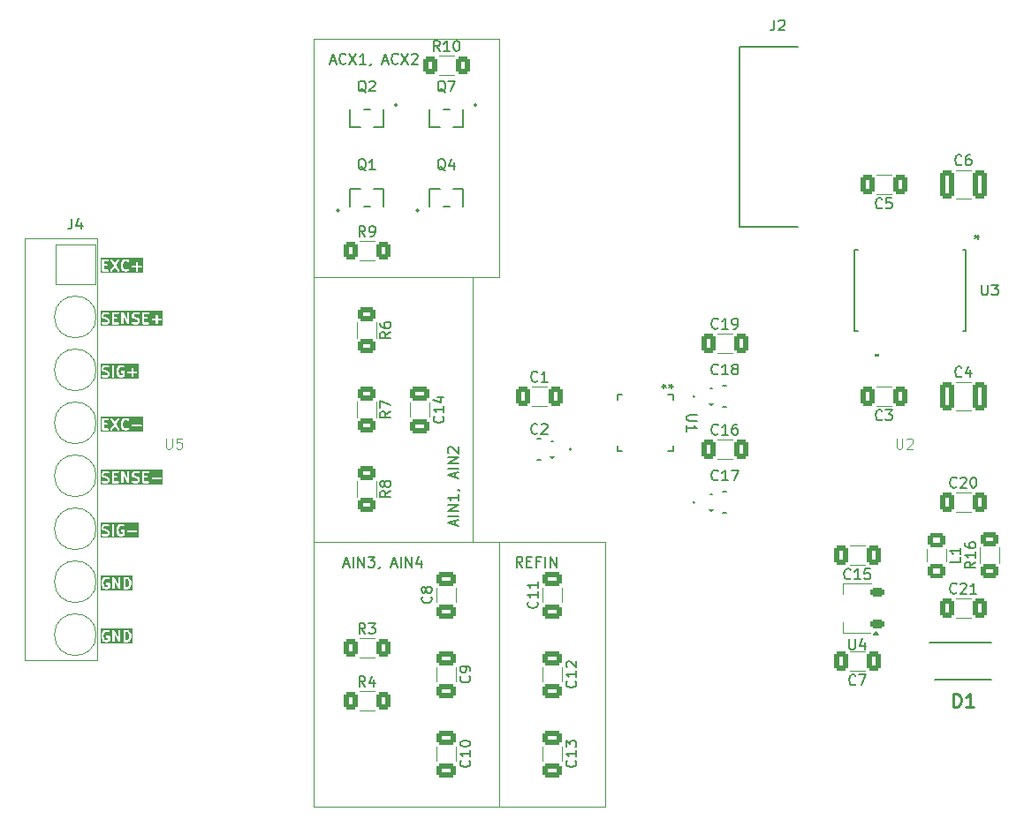
<source format=gbr>
%TF.GenerationSoftware,KiCad,Pcbnew,8.0.3-8.0.3-0~ubuntu22.04.1*%
%TF.CreationDate,2024-10-28T10:53:40+03:00*%
%TF.ProjectId,PM-AI1-W,504d2d41-4931-42d5-972e-6b696361645f,rev?*%
%TF.SameCoordinates,Original*%
%TF.FileFunction,Legend,Top*%
%TF.FilePolarity,Positive*%
%FSLAX46Y46*%
G04 Gerber Fmt 4.6, Leading zero omitted, Abs format (unit mm)*
G04 Created by KiCad (PCBNEW 8.0.3-8.0.3-0~ubuntu22.04.1) date 2024-10-28 10:53:40*
%MOMM*%
%LPD*%
G01*
G04 APERTURE LIST*
G04 Aperture macros list*
%AMRoundRect*
0 Rectangle with rounded corners*
0 $1 Rounding radius*
0 $2 $3 $4 $5 $6 $7 $8 $9 X,Y pos of 4 corners*
0 Add a 4 corners polygon primitive as box body*
4,1,4,$2,$3,$4,$5,$6,$7,$8,$9,$2,$3,0*
0 Add four circle primitives for the rounded corners*
1,1,$1+$1,$2,$3*
1,1,$1+$1,$4,$5*
1,1,$1+$1,$6,$7*
1,1,$1+$1,$8,$9*
0 Add four rect primitives between the rounded corners*
20,1,$1+$1,$2,$3,$4,$5,0*
20,1,$1+$1,$4,$5,$6,$7,0*
20,1,$1+$1,$6,$7,$8,$9,0*
20,1,$1+$1,$8,$9,$2,$3,0*%
%AMFreePoly0*
4,1,9,3.862500,-0.866500,0.737500,-0.866500,0.737500,-0.450000,-0.737500,-0.450000,-0.737500,0.450000,0.737500,0.450000,0.737500,0.866500,3.862500,0.866500,3.862500,-0.866500,3.862500,-0.866500,$1*%
G04 Aperture macros list end*
%ADD10C,0.100000*%
%ADD11C,0.200000*%
%ADD12C,0.150000*%
%ADD13C,0.254000*%
%ADD14C,0.152400*%
%ADD15C,0.120000*%
%ADD16C,0.500000*%
%ADD17C,0.000000*%
%ADD18R,0.609600X1.625600*%
%ADD19C,3.200000*%
%ADD20RoundRect,0.250000X-0.625000X0.400000X-0.625000X-0.400000X0.625000X-0.400000X0.625000X0.400000X0*%
%ADD21R,1.738275X1.397000*%
%ADD22RoundRect,0.250000X0.650000X-0.412500X0.650000X0.412500X-0.650000X0.412500X-0.650000X-0.412500X0*%
%ADD23RoundRect,0.250000X-0.412500X-1.100000X0.412500X-1.100000X0.412500X1.100000X-0.412500X1.100000X0*%
%ADD24R,3.500000X3.500000*%
%ADD25C,3.500000*%
%ADD26RoundRect,0.225000X0.425000X0.225000X-0.425000X0.225000X-0.425000X-0.225000X0.425000X-0.225000X0*%
%ADD27FreePoly0,180.000000*%
%ADD28RoundRect,0.250000X-0.400000X-0.625000X0.400000X-0.625000X0.400000X0.625000X-0.400000X0.625000X0*%
%ADD29RoundRect,0.250000X0.625000X-0.400000X0.625000X0.400000X-0.625000X0.400000X-0.625000X-0.400000X0*%
%ADD30C,2.200000*%
%ADD31RoundRect,0.250000X0.412500X0.650000X-0.412500X0.650000X-0.412500X-0.650000X0.412500X-0.650000X0*%
%ADD32RoundRect,0.250000X-0.412500X-0.650000X0.412500X-0.650000X0.412500X0.650000X-0.412500X0.650000X0*%
%ADD33RoundRect,0.250000X-0.650000X0.412500X-0.650000X-0.412500X0.650000X-0.412500X0.650000X0.412500X0*%
%ADD34R,0.482600X1.854200*%
%ADD35RoundRect,0.250001X-0.624999X0.462499X-0.624999X-0.462499X0.624999X-0.462499X0.624999X0.462499X0*%
%ADD36R,2.250000X2.150000*%
%ADD37R,1.803400X0.635000*%
%ADD38R,2.997200X2.590800*%
%ADD39R,0.274600X0.906400*%
%ADD40R,0.906400X0.274600*%
%ADD41R,3.650001X3.650001*%
G04 APERTURE END LIST*
D10*
X-21590000Y16510000D02*
X-6350000Y16510000D01*
X-6350000Y-8890000D01*
X-21590000Y-8890000D01*
X-21590000Y16510000D01*
X-21590000Y-8890000D02*
X-3810000Y-8890000D01*
X-3810000Y-34290000D01*
X-21590000Y-34290000D01*
X-21590000Y-8890000D01*
X-21590000Y39370000D02*
X-3810000Y39370000D01*
X-3810000Y16510000D01*
X-21590000Y16510000D01*
X-21590000Y39370000D01*
X-3810000Y-8890000D02*
X6350000Y-8890000D01*
X6350000Y-34290000D01*
X-3810000Y-34290000D01*
X-3810000Y-8890000D01*
D11*
G36*
X-37966089Y1699670D02*
G01*
X-42005438Y1699670D01*
X-42005438Y2910781D01*
X-41894327Y2910781D01*
X-41892406Y1891272D01*
X-41877474Y1855224D01*
X-41849884Y1827634D01*
X-41813836Y1812702D01*
X-41794327Y1810781D01*
X-41298628Y1812702D01*
X-41262580Y1827634D01*
X-41234990Y1855224D01*
X-41220058Y1891272D01*
X-41220058Y1930290D01*
X-41234990Y1966338D01*
X-41262580Y1993928D01*
X-41298628Y2008860D01*
X-41318137Y2010781D01*
X-41694513Y2009323D01*
X-41695127Y2335132D01*
X-41441485Y2336512D01*
X-41405437Y2351444D01*
X-41377847Y2379034D01*
X-41362915Y2415082D01*
X-41362915Y2454100D01*
X-41377847Y2490148D01*
X-41405437Y2517738D01*
X-41441485Y2532670D01*
X-41460994Y2534591D01*
X-41695501Y2533315D01*
X-41696024Y2811162D01*
X-41298628Y2812702D01*
X-41262580Y2827634D01*
X-41234990Y2855224D01*
X-41220058Y2891272D01*
X-41220058Y2910886D01*
X-41084803Y2910886D01*
X-41077231Y2872609D01*
X-41068008Y2855311D01*
X-40770519Y2410594D01*
X-41077231Y1948953D01*
X-41084803Y1910676D01*
X-41077151Y1872416D01*
X-41055440Y1839996D01*
X-41022975Y1818353D01*
X-40984698Y1810781D01*
X-40946438Y1818433D01*
X-40914018Y1840144D01*
X-40901598Y1855311D01*
X-40651190Y2232208D01*
X-40388922Y1840144D01*
X-40356502Y1818433D01*
X-40318242Y1810781D01*
X-40279965Y1818353D01*
X-40247500Y1839996D01*
X-40225789Y1872416D01*
X-40218137Y1910676D01*
X-40225709Y1948953D01*
X-40234932Y1966251D01*
X-40532422Y2410969D01*
X-40485090Y2482210D01*
X-40084803Y2482210D01*
X-40083176Y2344637D01*
X-40084685Y2334492D01*
X-40082914Y2322514D01*
X-40082882Y2319844D01*
X-40082318Y2318481D01*
X-40081817Y2315099D01*
X-40034313Y2132020D01*
X-40033633Y2122464D01*
X-40028042Y2107852D01*
X-40027603Y2106163D01*
X-40027173Y2105583D01*
X-40026627Y2104156D01*
X-39977291Y2009134D01*
X-39972713Y1998082D01*
X-39969555Y1994234D01*
X-39968565Y1992328D01*
X-39966571Y1990599D01*
X-39960276Y1982929D01*
X-39874331Y1899098D01*
X-39873326Y1897088D01*
X-39863802Y1888828D01*
X-39849885Y1875253D01*
X-39846566Y1873878D01*
X-39843850Y1871523D01*
X-39825950Y1863532D01*
X-39682866Y1817626D01*
X-39670979Y1812702D01*
X-39665987Y1812211D01*
X-39663978Y1811566D01*
X-39661344Y1811754D01*
X-39651470Y1810781D01*
X-39555328Y1812391D01*
X-39543725Y1811566D01*
X-39538889Y1812666D01*
X-39536723Y1812702D01*
X-39534281Y1813714D01*
X-39524609Y1815913D01*
X-39396232Y1860322D01*
X-39393865Y1860322D01*
X-39381873Y1865290D01*
X-39363852Y1871523D01*
X-39361137Y1873878D01*
X-39357817Y1875253D01*
X-39342664Y1887690D01*
X-39282608Y1950463D01*
X-39267677Y1986512D01*
X-39267678Y2025530D01*
X-39282609Y2061578D01*
X-39310200Y2089168D01*
X-39346248Y2104099D01*
X-39385266Y2104098D01*
X-39421314Y2089167D01*
X-39436468Y2076730D01*
X-39465798Y2046073D01*
X-39568409Y2010578D01*
X-39631896Y2009515D01*
X-39738636Y2043760D01*
X-39805775Y2109248D01*
X-39841396Y2177855D01*
X-39876007Y2311243D01*
X-39035263Y2311243D01*
X-39035263Y2272225D01*
X-39020331Y2236177D01*
X-38992741Y2208587D01*
X-38956693Y2193655D01*
X-38937184Y2191734D01*
X-38155770Y2193655D01*
X-38119722Y2208587D01*
X-38092132Y2236177D01*
X-38077200Y2272225D01*
X-38077200Y2311243D01*
X-38092132Y2347291D01*
X-38119722Y2374881D01*
X-38155770Y2389813D01*
X-38175279Y2391734D01*
X-38956693Y2389813D01*
X-38992741Y2374881D01*
X-39020331Y2347291D01*
X-39035263Y2311243D01*
X-39876007Y2311243D01*
X-39884875Y2345420D01*
X-39886281Y2464227D01*
X-39846041Y2631500D01*
X-39810119Y2706170D01*
X-39742812Y2775176D01*
X-39639294Y2810985D01*
X-39575808Y2812048D01*
X-39468627Y2777661D01*
X-39421314Y2732396D01*
X-39385265Y2717465D01*
X-39346247Y2717465D01*
X-39310199Y2732396D01*
X-39282609Y2759986D01*
X-39267678Y2796034D01*
X-39267678Y2835052D01*
X-39282609Y2871101D01*
X-39295046Y2886254D01*
X-39333809Y2923339D01*
X-39334376Y2924474D01*
X-39341002Y2930221D01*
X-39357818Y2946309D01*
X-39361137Y2947684D01*
X-39363852Y2950039D01*
X-39381753Y2958030D01*
X-39524833Y3003935D01*
X-39536723Y3008860D01*
X-39541717Y3009352D01*
X-39543725Y3009996D01*
X-39546359Y3009809D01*
X-39556232Y3010781D01*
X-39652376Y3009172D01*
X-39663978Y3009996D01*
X-39668814Y3008897D01*
X-39670979Y3008860D01*
X-39673421Y3007849D01*
X-39683093Y3005649D01*
X-39811467Y2961241D01*
X-39813836Y2961241D01*
X-39825833Y2956272D01*
X-39843850Y2950039D01*
X-39846566Y2947684D01*
X-39849884Y2946309D01*
X-39865038Y2933873D01*
X-39959055Y2837484D01*
X-39968565Y2829235D01*
X-39971232Y2824999D01*
X-39972712Y2823481D01*
X-39973723Y2821042D01*
X-39979008Y2812645D01*
X-40022437Y2722374D01*
X-40027603Y2715400D01*
X-40032831Y2700768D01*
X-40033633Y2699099D01*
X-40033685Y2698377D01*
X-40034198Y2696939D01*
X-40078778Y2511629D01*
X-40082882Y2501719D01*
X-40084075Y2489610D01*
X-40084685Y2487071D01*
X-40084468Y2485613D01*
X-40084803Y2482210D01*
X-40485090Y2482210D01*
X-40225709Y2872609D01*
X-40218137Y2910886D01*
X-40225789Y2949146D01*
X-40247500Y2981566D01*
X-40279965Y3003209D01*
X-40318242Y3010781D01*
X-40356502Y3003129D01*
X-40388922Y2981418D01*
X-40401342Y2966251D01*
X-40651751Y2589355D01*
X-40914018Y2981418D01*
X-40946438Y3003129D01*
X-40984698Y3010781D01*
X-41022975Y3003209D01*
X-41055440Y2981566D01*
X-41077151Y2949146D01*
X-41084803Y2910886D01*
X-41220058Y2910886D01*
X-41220058Y2930290D01*
X-41234990Y2966338D01*
X-41262580Y2993928D01*
X-41298628Y3008860D01*
X-41318137Y3010781D01*
X-41813836Y3008860D01*
X-41849884Y2993928D01*
X-41877474Y2966338D01*
X-41892406Y2930290D01*
X-41894327Y2910781D01*
X-42005438Y2910781D01*
X-42005438Y3121892D01*
X-37966089Y3121892D01*
X-37966089Y1699670D01*
G37*
G36*
X-38394661Y6779670D02*
G01*
X-42053057Y6779670D01*
X-42053057Y7800305D01*
X-41941946Y7800305D01*
X-41940590Y7719288D01*
X-41941161Y7717574D01*
X-41940377Y7706530D01*
X-41940025Y7685558D01*
X-41938650Y7682238D01*
X-41938395Y7678654D01*
X-41931389Y7660346D01*
X-41882049Y7565317D01*
X-41877474Y7554272D01*
X-41874318Y7550426D01*
X-41873327Y7548518D01*
X-41871333Y7546789D01*
X-41865038Y7539118D01*
X-41814936Y7491185D01*
X-41808020Y7483210D01*
X-41803871Y7480599D01*
X-41802266Y7479063D01*
X-41799826Y7478053D01*
X-41791429Y7472767D01*
X-41701158Y7429339D01*
X-41694184Y7424172D01*
X-41679550Y7418944D01*
X-41677883Y7418142D01*
X-41677163Y7418091D01*
X-41675724Y7417577D01*
X-41502181Y7375829D01*
X-41427160Y7339738D01*
X-41401383Y7315076D01*
X-41370158Y7254937D01*
X-41369346Y7206472D01*
X-41397753Y7147424D01*
X-41422415Y7121646D01*
X-41482164Y7090624D01*
X-41678410Y7089160D01*
X-41829439Y7137615D01*
X-41868359Y7134849D01*
X-41903258Y7117399D01*
X-41928823Y7087923D01*
X-41941161Y7050907D01*
X-41938395Y7011987D01*
X-41920945Y6977088D01*
X-41891469Y6951523D01*
X-41873569Y6943532D01*
X-41730485Y6897626D01*
X-41718598Y6892702D01*
X-41713606Y6892211D01*
X-41711597Y6891566D01*
X-41708963Y6891754D01*
X-41699089Y6890781D01*
X-41476134Y6892444D01*
X-41473501Y6891566D01*
X-41459396Y6892569D01*
X-41441485Y6892702D01*
X-41438165Y6894078D01*
X-41434581Y6894332D01*
X-41416273Y6901338D01*
X-41321245Y6950678D01*
X-41310198Y6955253D01*
X-41306352Y6958411D01*
X-41304445Y6959400D01*
X-41302715Y6961395D01*
X-41295045Y6967690D01*
X-41247112Y7017793D01*
X-41239137Y7024708D01*
X-41236526Y7028858D01*
X-41234989Y7030463D01*
X-41233978Y7032905D01*
X-41228694Y7041299D01*
X-41188756Y7124317D01*
X-41187371Y7125701D01*
X-41182919Y7136451D01*
X-41174069Y7154845D01*
X-41173815Y7158429D01*
X-41172439Y7161749D01*
X-41170518Y7181258D01*
X-41171875Y7262276D01*
X-41171303Y7263989D01*
X-41172088Y7275034D01*
X-41172439Y7296005D01*
X-41173815Y7299326D01*
X-41174069Y7302909D01*
X-41181075Y7321218D01*
X-41230418Y7416252D01*
X-41234990Y7427292D01*
X-41238146Y7431138D01*
X-41239137Y7433046D01*
X-41241135Y7434779D01*
X-41247427Y7442445D01*
X-41297528Y7490377D01*
X-41304445Y7498353D01*
X-41308595Y7500966D01*
X-41310199Y7502500D01*
X-41312639Y7503511D01*
X-41321035Y7508796D01*
X-41411307Y7552225D01*
X-41418280Y7557391D01*
X-41432913Y7562619D01*
X-41434581Y7563421D01*
X-41435304Y7563473D01*
X-41436741Y7563986D01*
X-41610284Y7605735D01*
X-41685307Y7641827D01*
X-41711080Y7666485D01*
X-41742307Y7726628D01*
X-41743119Y7775092D01*
X-41714712Y7834140D01*
X-41690050Y7859917D01*
X-41630302Y7890939D01*
X-41434056Y7892403D01*
X-41283026Y7843947D01*
X-41244106Y7846713D01*
X-41209207Y7864163D01*
X-41183642Y7893639D01*
X-41171303Y7930655D01*
X-41174070Y7969575D01*
X-41184673Y7990781D01*
X-40941946Y7990781D01*
X-40940025Y6971272D01*
X-40925093Y6935224D01*
X-40897503Y6907634D01*
X-40861455Y6892702D01*
X-40822437Y6892702D01*
X-40786389Y6907634D01*
X-40758799Y6935224D01*
X-40743867Y6971272D01*
X-40741946Y6990781D01*
X-40743023Y7562210D01*
X-40513375Y7562210D01*
X-40511748Y7424637D01*
X-40513257Y7414492D01*
X-40511486Y7402514D01*
X-40511454Y7399844D01*
X-40510890Y7398481D01*
X-40510389Y7395099D01*
X-40462885Y7212020D01*
X-40462205Y7202464D01*
X-40456614Y7187852D01*
X-40456175Y7186163D01*
X-40455745Y7185583D01*
X-40455199Y7184156D01*
X-40405863Y7089134D01*
X-40401285Y7078082D01*
X-40398127Y7074234D01*
X-40397137Y7072328D01*
X-40395143Y7070599D01*
X-40388848Y7062929D01*
X-40302903Y6979098D01*
X-40301898Y6977088D01*
X-40292374Y6968828D01*
X-40278457Y6955253D01*
X-40275138Y6953878D01*
X-40272422Y6951523D01*
X-40254522Y6943532D01*
X-40111438Y6897626D01*
X-40099551Y6892702D01*
X-40094559Y6892211D01*
X-40092550Y6891566D01*
X-40089916Y6891754D01*
X-40080042Y6890781D01*
X-39983900Y6892391D01*
X-39972297Y6891566D01*
X-39967461Y6892666D01*
X-39965295Y6892702D01*
X-39962853Y6893714D01*
X-39953181Y6895913D01*
X-39824804Y6940322D01*
X-39822437Y6940322D01*
X-39810445Y6945290D01*
X-39792424Y6951523D01*
X-39789709Y6953878D01*
X-39786389Y6955253D01*
X-39771236Y6967690D01*
X-39711180Y7030463D01*
X-39697733Y7062929D01*
X-39696249Y7066511D01*
X-39694328Y7086020D01*
X-39695990Y7391243D01*
X-39463835Y7391243D01*
X-39463835Y7352225D01*
X-39448903Y7316177D01*
X-39421313Y7288587D01*
X-39385265Y7273655D01*
X-39365756Y7271734D01*
X-39083624Y7272428D01*
X-39082883Y6971272D01*
X-39067951Y6935224D01*
X-39040361Y6907634D01*
X-39004313Y6892702D01*
X-38965295Y6892702D01*
X-38929247Y6907634D01*
X-38901657Y6935224D01*
X-38886725Y6971272D01*
X-38884804Y6990781D01*
X-38885498Y7272915D01*
X-38584342Y7273655D01*
X-38548294Y7288587D01*
X-38520704Y7316177D01*
X-38505772Y7352225D01*
X-38505772Y7391243D01*
X-38520704Y7427291D01*
X-38548294Y7454881D01*
X-38584342Y7469813D01*
X-38603851Y7471734D01*
X-38885985Y7471041D01*
X-38886725Y7772195D01*
X-38901657Y7808243D01*
X-38929247Y7835833D01*
X-38965295Y7850765D01*
X-39004313Y7850765D01*
X-39040361Y7835833D01*
X-39067951Y7808243D01*
X-39082883Y7772195D01*
X-39084804Y7752686D01*
X-39084111Y7470554D01*
X-39385265Y7469813D01*
X-39421313Y7454881D01*
X-39448903Y7427291D01*
X-39463835Y7391243D01*
X-39695990Y7391243D01*
X-39696249Y7438862D01*
X-39711181Y7474910D01*
X-39738771Y7502500D01*
X-39774819Y7517432D01*
X-39794328Y7519353D01*
X-40004313Y7517432D01*
X-40040361Y7502500D01*
X-40067951Y7474910D01*
X-40082883Y7438862D01*
X-40082883Y7399844D01*
X-40067951Y7363796D01*
X-40040361Y7336206D01*
X-40004313Y7321274D01*
X-39984804Y7319353D01*
X-39893789Y7320186D01*
X-39892741Y7127776D01*
X-39894370Y7126073D01*
X-39996981Y7090578D01*
X-40060468Y7089515D01*
X-40167208Y7123760D01*
X-40234347Y7189248D01*
X-40269968Y7257855D01*
X-40313447Y7425420D01*
X-40314853Y7544227D01*
X-40274613Y7711500D01*
X-40238691Y7786170D01*
X-40171384Y7855176D01*
X-40068045Y7890923D01*
X-39962844Y7892168D01*
X-39868360Y7846713D01*
X-39829440Y7843947D01*
X-39792424Y7856286D01*
X-39762947Y7881851D01*
X-39745498Y7916749D01*
X-39742733Y7955669D01*
X-39755071Y7992685D01*
X-39780636Y8022162D01*
X-39797226Y8032605D01*
X-39880244Y8072544D01*
X-39881628Y8073928D01*
X-39892378Y8078381D01*
X-39910772Y8087230D01*
X-39914356Y8087485D01*
X-39917676Y8088860D01*
X-39937185Y8090781D01*
X-40079846Y8089094D01*
X-40092550Y8089996D01*
X-40097436Y8088886D01*
X-40099551Y8088860D01*
X-40101993Y8087849D01*
X-40111665Y8085649D01*
X-40240039Y8041241D01*
X-40242408Y8041241D01*
X-40254405Y8036272D01*
X-40272422Y8030039D01*
X-40275138Y8027684D01*
X-40278456Y8026309D01*
X-40293610Y8013873D01*
X-40387627Y7917484D01*
X-40397137Y7909235D01*
X-40399804Y7904999D01*
X-40401284Y7903481D01*
X-40402295Y7901042D01*
X-40407580Y7892645D01*
X-40451009Y7802374D01*
X-40456175Y7795400D01*
X-40461403Y7780768D01*
X-40462205Y7779099D01*
X-40462257Y7778377D01*
X-40462770Y7776939D01*
X-40507350Y7591629D01*
X-40511454Y7581719D01*
X-40512647Y7569610D01*
X-40513257Y7567071D01*
X-40513040Y7565613D01*
X-40513375Y7562210D01*
X-40743023Y7562210D01*
X-40743867Y8010290D01*
X-40758799Y8046338D01*
X-40786389Y8073928D01*
X-40822437Y8088860D01*
X-40861455Y8088860D01*
X-40897503Y8073928D01*
X-40925093Y8046338D01*
X-40940025Y8010290D01*
X-40941946Y7990781D01*
X-41184673Y7990781D01*
X-41191519Y8004474D01*
X-41220995Y8030039D01*
X-41238896Y8038030D01*
X-41381976Y8083935D01*
X-41393866Y8088860D01*
X-41398860Y8089352D01*
X-41400868Y8089996D01*
X-41403502Y8089809D01*
X-41413375Y8090781D01*
X-41636331Y8089119D01*
X-41638963Y8089996D01*
X-41653069Y8088994D01*
X-41670979Y8088860D01*
X-41674300Y8087485D01*
X-41677883Y8087230D01*
X-41696192Y8080224D01*
X-41791226Y8030882D01*
X-41802266Y8026309D01*
X-41806112Y8023154D01*
X-41808020Y8022162D01*
X-41809753Y8020165D01*
X-41817419Y8013872D01*
X-41865351Y7963772D01*
X-41873327Y7956854D01*
X-41875940Y7952705D01*
X-41877474Y7951100D01*
X-41878485Y7948661D01*
X-41883770Y7940264D01*
X-41923709Y7857247D01*
X-41925093Y7855862D01*
X-41929546Y7845113D01*
X-41938395Y7826718D01*
X-41938650Y7823135D01*
X-41940025Y7819814D01*
X-41941946Y7800305D01*
X-42053057Y7800305D01*
X-42053057Y8201892D01*
X-38394661Y8201892D01*
X-38394661Y6779670D01*
G37*
X-8038496Y-7297945D02*
X-8038496Y-6821755D01*
X-7752781Y-7393183D02*
X-8752781Y-7059850D01*
X-8752781Y-7059850D02*
X-7752781Y-6726517D01*
X-7752781Y-6393183D02*
X-8752781Y-6393183D01*
X-7752781Y-5916993D02*
X-8752781Y-5916993D01*
X-8752781Y-5916993D02*
X-7752781Y-5345565D01*
X-7752781Y-5345565D02*
X-8752781Y-5345565D01*
X-7752781Y-4345565D02*
X-7752781Y-4916993D01*
X-7752781Y-4631279D02*
X-8752781Y-4631279D01*
X-8752781Y-4631279D02*
X-8609924Y-4726517D01*
X-8609924Y-4726517D02*
X-8514686Y-4821755D01*
X-8514686Y-4821755D02*
X-8467067Y-4916993D01*
X-7800400Y-3869374D02*
X-7752781Y-3869374D01*
X-7752781Y-3869374D02*
X-7657543Y-3916993D01*
X-7657543Y-3916993D02*
X-7609924Y-3964612D01*
X-8038496Y-2726517D02*
X-8038496Y-2250327D01*
X-7752781Y-2821755D02*
X-8752781Y-2488422D01*
X-8752781Y-2488422D02*
X-7752781Y-2155089D01*
X-7752781Y-1821755D02*
X-8752781Y-1821755D01*
X-7752781Y-1345565D02*
X-8752781Y-1345565D01*
X-8752781Y-1345565D02*
X-7752781Y-774137D01*
X-7752781Y-774137D02*
X-8752781Y-774137D01*
X-8657543Y-345565D02*
X-8705162Y-297946D01*
X-8705162Y-297946D02*
X-8752781Y-202708D01*
X-8752781Y-202708D02*
X-8752781Y35387D01*
X-8752781Y35387D02*
X-8705162Y130625D01*
X-8705162Y130625D02*
X-8657543Y178244D01*
X-8657543Y178244D02*
X-8562305Y225863D01*
X-8562305Y225863D02*
X-8467067Y225863D01*
X-8467067Y225863D02*
X-8324210Y178244D01*
X-8324210Y178244D02*
X-7752781Y-393184D01*
X-7752781Y-393184D02*
X-7752781Y225863D01*
G36*
X-39421449Y-17542198D02*
G01*
X-39354308Y-17607685D01*
X-39318688Y-17676289D01*
X-39275209Y-17843856D01*
X-39273803Y-17962664D01*
X-39314043Y-18129936D01*
X-39349965Y-18204606D01*
X-39417274Y-18273614D01*
X-39520456Y-18309307D01*
X-39646895Y-18310250D01*
X-39648406Y-17508485D01*
X-39529294Y-17507597D01*
X-39421449Y-17542198D01*
G37*
G36*
X-38964169Y-18620330D02*
G01*
X-42053057Y-18620330D01*
X-42053057Y-17837790D01*
X-41941946Y-17837790D01*
X-41940319Y-17975363D01*
X-41941828Y-17985508D01*
X-41940057Y-17997486D01*
X-41940025Y-18000156D01*
X-41939461Y-18001519D01*
X-41938960Y-18004901D01*
X-41891456Y-18187980D01*
X-41890776Y-18197536D01*
X-41885185Y-18212148D01*
X-41884746Y-18213837D01*
X-41884316Y-18214417D01*
X-41883770Y-18215844D01*
X-41834434Y-18310866D01*
X-41829856Y-18321918D01*
X-41826698Y-18325766D01*
X-41825708Y-18327672D01*
X-41823714Y-18329401D01*
X-41817419Y-18337071D01*
X-41731474Y-18420902D01*
X-41730469Y-18422912D01*
X-41720945Y-18431172D01*
X-41707028Y-18444747D01*
X-41703709Y-18446122D01*
X-41700993Y-18448477D01*
X-41683093Y-18456468D01*
X-41540009Y-18502374D01*
X-41528122Y-18507298D01*
X-41523130Y-18507789D01*
X-41521121Y-18508434D01*
X-41518487Y-18508246D01*
X-41508613Y-18509219D01*
X-41412471Y-18507609D01*
X-41400868Y-18508434D01*
X-41396032Y-18507334D01*
X-41393866Y-18507298D01*
X-41391424Y-18506286D01*
X-41381752Y-18504087D01*
X-41253375Y-18459678D01*
X-41251008Y-18459678D01*
X-41239016Y-18454710D01*
X-41220995Y-18448477D01*
X-41218280Y-18446122D01*
X-41214960Y-18444747D01*
X-41199807Y-18432310D01*
X-41139751Y-18369537D01*
X-41124820Y-18333488D01*
X-41122899Y-18313980D01*
X-41124820Y-17961138D01*
X-41139752Y-17925090D01*
X-41167342Y-17897500D01*
X-41203390Y-17882568D01*
X-41222899Y-17880647D01*
X-41432884Y-17882568D01*
X-41468932Y-17897500D01*
X-41496522Y-17925090D01*
X-41511454Y-17961138D01*
X-41511454Y-18000156D01*
X-41496522Y-18036204D01*
X-41468932Y-18063794D01*
X-41432884Y-18078726D01*
X-41413375Y-18080647D01*
X-41322360Y-18079814D01*
X-41321312Y-18272224D01*
X-41322941Y-18273927D01*
X-41425552Y-18309422D01*
X-41489039Y-18310485D01*
X-41595779Y-18276240D01*
X-41662918Y-18210752D01*
X-41698539Y-18142145D01*
X-41742018Y-17974580D01*
X-41743424Y-17855773D01*
X-41703184Y-17688500D01*
X-41667262Y-17613830D01*
X-41599955Y-17544824D01*
X-41496616Y-17509077D01*
X-41391415Y-17507832D01*
X-41296931Y-17553287D01*
X-41258011Y-17556053D01*
X-41220995Y-17543714D01*
X-41191518Y-17518149D01*
X-41174069Y-17483251D01*
X-41171304Y-17444331D01*
X-41183007Y-17409219D01*
X-40894327Y-17409219D01*
X-40892406Y-18428728D01*
X-40877474Y-18464776D01*
X-40849884Y-18492366D01*
X-40813836Y-18507298D01*
X-40774818Y-18507298D01*
X-40738770Y-18492366D01*
X-40711180Y-18464776D01*
X-40696248Y-18428728D01*
X-40694327Y-18409219D01*
X-40695508Y-17782475D01*
X-40311010Y-18452793D01*
X-40306046Y-18464776D01*
X-40301567Y-18469255D01*
X-40298376Y-18474818D01*
X-40287860Y-18482962D01*
X-40278456Y-18492366D01*
X-40272569Y-18494804D01*
X-40267527Y-18498709D01*
X-40254695Y-18502208D01*
X-40242408Y-18507298D01*
X-40236032Y-18507298D01*
X-40229883Y-18508975D01*
X-40216690Y-18507298D01*
X-40203390Y-18507298D01*
X-40197502Y-18504858D01*
X-40191177Y-18504055D01*
X-40179628Y-18497454D01*
X-40167342Y-18492366D01*
X-40162835Y-18487858D01*
X-40157300Y-18484696D01*
X-40149156Y-18474179D01*
X-40139752Y-18464776D01*
X-40137314Y-18458888D01*
X-40133409Y-18453847D01*
X-40129910Y-18441014D01*
X-40124820Y-18428728D01*
X-40123838Y-18418750D01*
X-40123143Y-18416204D01*
X-40123394Y-18414236D01*
X-40122899Y-18409219D01*
X-40124783Y-17409219D01*
X-39846708Y-17409219D01*
X-39844787Y-18428728D01*
X-39829855Y-18464776D01*
X-39802265Y-18492366D01*
X-39766217Y-18507298D01*
X-39746708Y-18509219D01*
X-39509908Y-18507453D01*
X-39496106Y-18508434D01*
X-39491179Y-18507313D01*
X-39489104Y-18507298D01*
X-39486662Y-18506286D01*
X-39476990Y-18504087D01*
X-39348613Y-18459678D01*
X-39346246Y-18459678D01*
X-39334254Y-18454710D01*
X-39316233Y-18448477D01*
X-39313518Y-18446122D01*
X-39310198Y-18444747D01*
X-39295045Y-18432310D01*
X-39201028Y-18335920D01*
X-39191518Y-18327673D01*
X-39188852Y-18323437D01*
X-39187370Y-18321918D01*
X-39186359Y-18319476D01*
X-39181075Y-18311082D01*
X-39137647Y-18220810D01*
X-39132480Y-18213837D01*
X-39127252Y-18199202D01*
X-39126450Y-18197536D01*
X-39126399Y-18196815D01*
X-39125885Y-18195377D01*
X-39081306Y-18010064D01*
X-39077201Y-18000156D01*
X-39076009Y-17988046D01*
X-39075398Y-17985508D01*
X-39075616Y-17984049D01*
X-39075280Y-17980647D01*
X-39076908Y-17843073D01*
X-39075398Y-17832929D01*
X-39077170Y-17820950D01*
X-39077201Y-17818281D01*
X-39077766Y-17816917D01*
X-39078266Y-17813536D01*
X-39125771Y-17630456D01*
X-39126450Y-17620901D01*
X-39132043Y-17606285D01*
X-39132480Y-17604600D01*
X-39132910Y-17604020D01*
X-39133456Y-17602592D01*
X-39182799Y-17507558D01*
X-39187371Y-17496519D01*
X-39190527Y-17492674D01*
X-39191518Y-17490764D01*
X-39193516Y-17489031D01*
X-39199807Y-17481365D01*
X-39285752Y-17397536D01*
X-39286757Y-17395526D01*
X-39296287Y-17387260D01*
X-39310199Y-17373691D01*
X-39313518Y-17372316D01*
X-39316233Y-17369961D01*
X-39334134Y-17361970D01*
X-39477214Y-17316065D01*
X-39489104Y-17311140D01*
X-39494098Y-17310648D01*
X-39496106Y-17310004D01*
X-39498740Y-17310191D01*
X-39508613Y-17309219D01*
X-39766217Y-17311140D01*
X-39802265Y-17326072D01*
X-39829855Y-17353662D01*
X-39844787Y-17389710D01*
X-39846708Y-17409219D01*
X-40124783Y-17409219D01*
X-40124820Y-17389710D01*
X-40139752Y-17353662D01*
X-40167342Y-17326072D01*
X-40203390Y-17311140D01*
X-40242408Y-17311140D01*
X-40278456Y-17326072D01*
X-40306046Y-17353662D01*
X-40320978Y-17389710D01*
X-40322899Y-17409219D01*
X-40321719Y-18035962D01*
X-40706217Y-17365644D01*
X-40711180Y-17353662D01*
X-40715660Y-17349182D01*
X-40718850Y-17343620D01*
X-40729365Y-17335477D01*
X-40738770Y-17326072D01*
X-40744661Y-17323632D01*
X-40749699Y-17319730D01*
X-40762528Y-17316231D01*
X-40774818Y-17311140D01*
X-40781193Y-17311140D01*
X-40787342Y-17309463D01*
X-40800535Y-17311140D01*
X-40813836Y-17311140D01*
X-40819725Y-17313579D01*
X-40826049Y-17314383D01*
X-40837599Y-17320983D01*
X-40849884Y-17326072D01*
X-40854392Y-17330579D01*
X-40859926Y-17333742D01*
X-40868069Y-17344256D01*
X-40877474Y-17353662D01*
X-40879914Y-17359552D01*
X-40883816Y-17364591D01*
X-40887315Y-17377419D01*
X-40892406Y-17389710D01*
X-40893389Y-17399687D01*
X-40894083Y-17402234D01*
X-40893833Y-17404201D01*
X-40894327Y-17409219D01*
X-41183007Y-17409219D01*
X-41183642Y-17407315D01*
X-41209207Y-17377838D01*
X-41225797Y-17367395D01*
X-41308815Y-17327456D01*
X-41310199Y-17326072D01*
X-41320949Y-17321619D01*
X-41339343Y-17312770D01*
X-41342927Y-17312515D01*
X-41346247Y-17311140D01*
X-41365756Y-17309219D01*
X-41508417Y-17310906D01*
X-41521121Y-17310004D01*
X-41526007Y-17311114D01*
X-41528122Y-17311140D01*
X-41530564Y-17312151D01*
X-41540236Y-17314351D01*
X-41668610Y-17358759D01*
X-41670979Y-17358759D01*
X-41682976Y-17363728D01*
X-41700993Y-17369961D01*
X-41703709Y-17372316D01*
X-41707027Y-17373691D01*
X-41722181Y-17386127D01*
X-41816198Y-17482516D01*
X-41825708Y-17490765D01*
X-41828375Y-17495001D01*
X-41829855Y-17496519D01*
X-41830866Y-17498958D01*
X-41836151Y-17507355D01*
X-41879580Y-17597626D01*
X-41884746Y-17604600D01*
X-41889974Y-17619232D01*
X-41890776Y-17620901D01*
X-41890828Y-17621623D01*
X-41891341Y-17623061D01*
X-41935921Y-17808371D01*
X-41940025Y-17818281D01*
X-41941218Y-17830390D01*
X-41941828Y-17832929D01*
X-41941611Y-17834387D01*
X-41941946Y-17837790D01*
X-42053057Y-17837790D01*
X-42053057Y-17198108D01*
X-38964169Y-17198108D01*
X-38964169Y-18620330D01*
G37*
G36*
X-36061327Y-3380330D02*
G01*
X-42053057Y-3380330D01*
X-42053057Y-2359695D01*
X-41941946Y-2359695D01*
X-41940590Y-2440712D01*
X-41941161Y-2442426D01*
X-41940377Y-2453470D01*
X-41940025Y-2474442D01*
X-41938650Y-2477762D01*
X-41938395Y-2481346D01*
X-41931389Y-2499654D01*
X-41882049Y-2594683D01*
X-41877474Y-2605728D01*
X-41874318Y-2609574D01*
X-41873327Y-2611482D01*
X-41871333Y-2613211D01*
X-41865038Y-2620882D01*
X-41814936Y-2668815D01*
X-41808020Y-2676790D01*
X-41803871Y-2679401D01*
X-41802266Y-2680937D01*
X-41799826Y-2681947D01*
X-41791429Y-2687233D01*
X-41701158Y-2730661D01*
X-41694184Y-2735828D01*
X-41679550Y-2741056D01*
X-41677883Y-2741858D01*
X-41677163Y-2741909D01*
X-41675724Y-2742423D01*
X-41502181Y-2784171D01*
X-41427160Y-2820262D01*
X-41401383Y-2844924D01*
X-41370158Y-2905063D01*
X-41369346Y-2953528D01*
X-41397753Y-3012576D01*
X-41422415Y-3038354D01*
X-41482164Y-3069376D01*
X-41678410Y-3070840D01*
X-41829439Y-3022385D01*
X-41868359Y-3025151D01*
X-41903258Y-3042601D01*
X-41928823Y-3072077D01*
X-41941161Y-3109093D01*
X-41938395Y-3148013D01*
X-41920945Y-3182912D01*
X-41891469Y-3208477D01*
X-41873569Y-3216468D01*
X-41730485Y-3262374D01*
X-41718598Y-3267298D01*
X-41713606Y-3267789D01*
X-41711597Y-3268434D01*
X-41708963Y-3268246D01*
X-41699089Y-3269219D01*
X-41476134Y-3267556D01*
X-41473501Y-3268434D01*
X-41459396Y-3267431D01*
X-41441485Y-3267298D01*
X-41438165Y-3265922D01*
X-41434581Y-3265668D01*
X-41416273Y-3258662D01*
X-41321245Y-3209322D01*
X-41310198Y-3204747D01*
X-41306352Y-3201589D01*
X-41304445Y-3200600D01*
X-41302715Y-3198605D01*
X-41295045Y-3192310D01*
X-41247112Y-3142207D01*
X-41239137Y-3135292D01*
X-41236526Y-3131142D01*
X-41234989Y-3129537D01*
X-41233978Y-3127095D01*
X-41228694Y-3118701D01*
X-41188756Y-3035683D01*
X-41187371Y-3034299D01*
X-41182919Y-3023549D01*
X-41174069Y-3005155D01*
X-41173815Y-3001571D01*
X-41172439Y-2998251D01*
X-41170518Y-2978742D01*
X-41171875Y-2897724D01*
X-41171303Y-2896011D01*
X-41172088Y-2884966D01*
X-41172439Y-2863995D01*
X-41173815Y-2860674D01*
X-41174069Y-2857091D01*
X-41181075Y-2838782D01*
X-41230418Y-2743748D01*
X-41234990Y-2732708D01*
X-41238146Y-2728862D01*
X-41239137Y-2726954D01*
X-41241135Y-2725221D01*
X-41247427Y-2717555D01*
X-41297528Y-2669623D01*
X-41304445Y-2661647D01*
X-41308595Y-2659034D01*
X-41310199Y-2657500D01*
X-41312639Y-2656489D01*
X-41321035Y-2651204D01*
X-41411307Y-2607775D01*
X-41418280Y-2602609D01*
X-41432913Y-2597381D01*
X-41434581Y-2596579D01*
X-41435304Y-2596527D01*
X-41436741Y-2596014D01*
X-41610284Y-2554265D01*
X-41685307Y-2518173D01*
X-41711080Y-2493515D01*
X-41742307Y-2433372D01*
X-41743119Y-2384908D01*
X-41714712Y-2325860D01*
X-41690050Y-2300083D01*
X-41630302Y-2269061D01*
X-41434056Y-2267597D01*
X-41283026Y-2316053D01*
X-41244106Y-2313287D01*
X-41209207Y-2295837D01*
X-41183642Y-2266361D01*
X-41171303Y-2229345D01*
X-41174070Y-2190425D01*
X-41184673Y-2169219D01*
X-40941946Y-2169219D01*
X-40940025Y-3188728D01*
X-40925093Y-3224776D01*
X-40897503Y-3252366D01*
X-40861455Y-3267298D01*
X-40841946Y-3269219D01*
X-40346247Y-3267298D01*
X-40310199Y-3252366D01*
X-40282609Y-3224776D01*
X-40267677Y-3188728D01*
X-40267677Y-3149710D01*
X-40282609Y-3113662D01*
X-40310199Y-3086072D01*
X-40346247Y-3071140D01*
X-40365756Y-3069219D01*
X-40742132Y-3070677D01*
X-40742746Y-2744868D01*
X-40489104Y-2743488D01*
X-40453056Y-2728556D01*
X-40425466Y-2700966D01*
X-40410534Y-2664918D01*
X-40410534Y-2625900D01*
X-40425466Y-2589852D01*
X-40453056Y-2562262D01*
X-40489104Y-2547330D01*
X-40508613Y-2545409D01*
X-40743120Y-2546685D01*
X-40743643Y-2268838D01*
X-40346247Y-2267298D01*
X-40310199Y-2252366D01*
X-40282609Y-2224776D01*
X-40267677Y-2188728D01*
X-40267677Y-2169219D01*
X-40037184Y-2169219D01*
X-40035263Y-3188728D01*
X-40020331Y-3224776D01*
X-39992741Y-3252366D01*
X-39956693Y-3267298D01*
X-39917675Y-3267298D01*
X-39881627Y-3252366D01*
X-39854037Y-3224776D01*
X-39839105Y-3188728D01*
X-39837184Y-3169219D01*
X-39838365Y-2542475D01*
X-39453867Y-3212793D01*
X-39448903Y-3224776D01*
X-39444424Y-3229255D01*
X-39441233Y-3234818D01*
X-39430717Y-3242962D01*
X-39421313Y-3252366D01*
X-39415426Y-3254804D01*
X-39410384Y-3258709D01*
X-39397552Y-3262208D01*
X-39385265Y-3267298D01*
X-39378889Y-3267298D01*
X-39372740Y-3268975D01*
X-39359547Y-3267298D01*
X-39346247Y-3267298D01*
X-39340359Y-3264858D01*
X-39334034Y-3264055D01*
X-39322485Y-3257454D01*
X-39310199Y-3252366D01*
X-39305692Y-3247858D01*
X-39300157Y-3244696D01*
X-39292013Y-3234179D01*
X-39282609Y-3224776D01*
X-39280171Y-3218888D01*
X-39276266Y-3213847D01*
X-39272767Y-3201014D01*
X-39267677Y-3188728D01*
X-39266695Y-3178750D01*
X-39266000Y-3176204D01*
X-39266251Y-3174236D01*
X-39265756Y-3169219D01*
X-39267281Y-2359695D01*
X-39037184Y-2359695D01*
X-39035828Y-2440712D01*
X-39036399Y-2442426D01*
X-39035615Y-2453470D01*
X-39035263Y-2474442D01*
X-39033888Y-2477762D01*
X-39033633Y-2481346D01*
X-39026627Y-2499654D01*
X-38977287Y-2594683D01*
X-38972712Y-2605728D01*
X-38969556Y-2609574D01*
X-38968565Y-2611482D01*
X-38966571Y-2613211D01*
X-38960276Y-2620882D01*
X-38910174Y-2668815D01*
X-38903258Y-2676790D01*
X-38899109Y-2679401D01*
X-38897504Y-2680937D01*
X-38895064Y-2681947D01*
X-38886667Y-2687233D01*
X-38796396Y-2730661D01*
X-38789422Y-2735828D01*
X-38774788Y-2741056D01*
X-38773121Y-2741858D01*
X-38772401Y-2741909D01*
X-38770962Y-2742423D01*
X-38597419Y-2784171D01*
X-38522398Y-2820262D01*
X-38496621Y-2844924D01*
X-38465396Y-2905063D01*
X-38464584Y-2953528D01*
X-38492991Y-3012576D01*
X-38517653Y-3038354D01*
X-38577402Y-3069376D01*
X-38773648Y-3070840D01*
X-38924677Y-3022385D01*
X-38963597Y-3025151D01*
X-38998496Y-3042601D01*
X-39024061Y-3072077D01*
X-39036399Y-3109093D01*
X-39033633Y-3148013D01*
X-39016183Y-3182912D01*
X-38986707Y-3208477D01*
X-38968807Y-3216468D01*
X-38825723Y-3262374D01*
X-38813836Y-3267298D01*
X-38808844Y-3267789D01*
X-38806835Y-3268434D01*
X-38804201Y-3268246D01*
X-38794327Y-3269219D01*
X-38571372Y-3267556D01*
X-38568739Y-3268434D01*
X-38554634Y-3267431D01*
X-38536723Y-3267298D01*
X-38533403Y-3265922D01*
X-38529819Y-3265668D01*
X-38511511Y-3258662D01*
X-38416483Y-3209322D01*
X-38405436Y-3204747D01*
X-38401590Y-3201589D01*
X-38399683Y-3200600D01*
X-38397953Y-3198605D01*
X-38390283Y-3192310D01*
X-38342350Y-3142207D01*
X-38334375Y-3135292D01*
X-38331764Y-3131142D01*
X-38330227Y-3129537D01*
X-38329216Y-3127095D01*
X-38323932Y-3118701D01*
X-38283994Y-3035683D01*
X-38282609Y-3034299D01*
X-38278157Y-3023549D01*
X-38269307Y-3005155D01*
X-38269053Y-3001571D01*
X-38267677Y-2998251D01*
X-38265756Y-2978742D01*
X-38267113Y-2897724D01*
X-38266541Y-2896011D01*
X-38267326Y-2884966D01*
X-38267677Y-2863995D01*
X-38269053Y-2860674D01*
X-38269307Y-2857091D01*
X-38276313Y-2838782D01*
X-38325656Y-2743748D01*
X-38330228Y-2732708D01*
X-38333384Y-2728862D01*
X-38334375Y-2726954D01*
X-38336373Y-2725221D01*
X-38342665Y-2717555D01*
X-38392766Y-2669623D01*
X-38399683Y-2661647D01*
X-38403833Y-2659034D01*
X-38405437Y-2657500D01*
X-38407877Y-2656489D01*
X-38416273Y-2651204D01*
X-38506545Y-2607775D01*
X-38513518Y-2602609D01*
X-38528151Y-2597381D01*
X-38529819Y-2596579D01*
X-38530542Y-2596527D01*
X-38531979Y-2596014D01*
X-38705522Y-2554265D01*
X-38780545Y-2518173D01*
X-38806318Y-2493515D01*
X-38837545Y-2433372D01*
X-38838357Y-2384908D01*
X-38809950Y-2325860D01*
X-38785288Y-2300083D01*
X-38725540Y-2269061D01*
X-38529294Y-2267597D01*
X-38378264Y-2316053D01*
X-38339344Y-2313287D01*
X-38304445Y-2295837D01*
X-38278880Y-2266361D01*
X-38266541Y-2229345D01*
X-38269308Y-2190425D01*
X-38279911Y-2169219D01*
X-38037184Y-2169219D01*
X-38035263Y-3188728D01*
X-38020331Y-3224776D01*
X-37992741Y-3252366D01*
X-37956693Y-3267298D01*
X-37937184Y-3269219D01*
X-37441485Y-3267298D01*
X-37405437Y-3252366D01*
X-37377847Y-3224776D01*
X-37362915Y-3188728D01*
X-37362915Y-3149710D01*
X-37377847Y-3113662D01*
X-37405437Y-3086072D01*
X-37441485Y-3071140D01*
X-37460994Y-3069219D01*
X-37837370Y-3070677D01*
X-37837939Y-2768757D01*
X-37130501Y-2768757D01*
X-37130501Y-2807775D01*
X-37115569Y-2843823D01*
X-37087979Y-2871413D01*
X-37051931Y-2886345D01*
X-37032422Y-2888266D01*
X-36251008Y-2886345D01*
X-36214960Y-2871413D01*
X-36187370Y-2843823D01*
X-36172438Y-2807775D01*
X-36172438Y-2768757D01*
X-36187370Y-2732709D01*
X-36214960Y-2705119D01*
X-36251008Y-2690187D01*
X-36270517Y-2688266D01*
X-37051931Y-2690187D01*
X-37087979Y-2705119D01*
X-37115569Y-2732709D01*
X-37130501Y-2768757D01*
X-37837939Y-2768757D01*
X-37837984Y-2744868D01*
X-37584342Y-2743488D01*
X-37548294Y-2728556D01*
X-37520704Y-2700966D01*
X-37505772Y-2664918D01*
X-37505772Y-2625900D01*
X-37520704Y-2589852D01*
X-37548294Y-2562262D01*
X-37584342Y-2547330D01*
X-37603851Y-2545409D01*
X-37838358Y-2546685D01*
X-37838881Y-2268838D01*
X-37441485Y-2267298D01*
X-37405437Y-2252366D01*
X-37377847Y-2224776D01*
X-37362915Y-2188728D01*
X-37362915Y-2149710D01*
X-37377847Y-2113662D01*
X-37405437Y-2086072D01*
X-37441485Y-2071140D01*
X-37460994Y-2069219D01*
X-37956693Y-2071140D01*
X-37992741Y-2086072D01*
X-38020331Y-2113662D01*
X-38035263Y-2149710D01*
X-38037184Y-2169219D01*
X-38279911Y-2169219D01*
X-38286757Y-2155526D01*
X-38316233Y-2129961D01*
X-38334134Y-2121970D01*
X-38477214Y-2076065D01*
X-38489104Y-2071140D01*
X-38494098Y-2070648D01*
X-38496106Y-2070004D01*
X-38498740Y-2070191D01*
X-38508613Y-2069219D01*
X-38731569Y-2070881D01*
X-38734201Y-2070004D01*
X-38748307Y-2071006D01*
X-38766217Y-2071140D01*
X-38769538Y-2072515D01*
X-38773121Y-2072770D01*
X-38791430Y-2079776D01*
X-38886464Y-2129118D01*
X-38897504Y-2133691D01*
X-38901350Y-2136846D01*
X-38903258Y-2137838D01*
X-38904991Y-2139835D01*
X-38912657Y-2146128D01*
X-38960589Y-2196228D01*
X-38968565Y-2203146D01*
X-38971178Y-2207295D01*
X-38972712Y-2208900D01*
X-38973723Y-2211339D01*
X-38979008Y-2219736D01*
X-39018947Y-2302753D01*
X-39020331Y-2304138D01*
X-39024784Y-2314887D01*
X-39033633Y-2333282D01*
X-39033888Y-2336865D01*
X-39035263Y-2340186D01*
X-39037184Y-2359695D01*
X-39267281Y-2359695D01*
X-39267677Y-2149710D01*
X-39282609Y-2113662D01*
X-39310199Y-2086072D01*
X-39346247Y-2071140D01*
X-39385265Y-2071140D01*
X-39421313Y-2086072D01*
X-39448903Y-2113662D01*
X-39463835Y-2149710D01*
X-39465756Y-2169219D01*
X-39464576Y-2795962D01*
X-39849074Y-2125644D01*
X-39854037Y-2113662D01*
X-39858517Y-2109182D01*
X-39861707Y-2103620D01*
X-39872222Y-2095477D01*
X-39881627Y-2086072D01*
X-39887518Y-2083632D01*
X-39892556Y-2079730D01*
X-39905385Y-2076231D01*
X-39917675Y-2071140D01*
X-39924050Y-2071140D01*
X-39930199Y-2069463D01*
X-39943392Y-2071140D01*
X-39956693Y-2071140D01*
X-39962582Y-2073579D01*
X-39968906Y-2074383D01*
X-39980456Y-2080983D01*
X-39992741Y-2086072D01*
X-39997249Y-2090579D01*
X-40002783Y-2093742D01*
X-40010926Y-2104256D01*
X-40020331Y-2113662D01*
X-40022771Y-2119552D01*
X-40026673Y-2124591D01*
X-40030172Y-2137419D01*
X-40035263Y-2149710D01*
X-40036246Y-2159687D01*
X-40036940Y-2162234D01*
X-40036690Y-2164201D01*
X-40037184Y-2169219D01*
X-40267677Y-2169219D01*
X-40267677Y-2149710D01*
X-40282609Y-2113662D01*
X-40310199Y-2086072D01*
X-40346247Y-2071140D01*
X-40365756Y-2069219D01*
X-40861455Y-2071140D01*
X-40897503Y-2086072D01*
X-40925093Y-2113662D01*
X-40940025Y-2149710D01*
X-40941946Y-2169219D01*
X-41184673Y-2169219D01*
X-41191519Y-2155526D01*
X-41220995Y-2129961D01*
X-41238896Y-2121970D01*
X-41381976Y-2076065D01*
X-41393866Y-2071140D01*
X-41398860Y-2070648D01*
X-41400868Y-2070004D01*
X-41403502Y-2070191D01*
X-41413375Y-2069219D01*
X-41636331Y-2070881D01*
X-41638963Y-2070004D01*
X-41653069Y-2071006D01*
X-41670979Y-2071140D01*
X-41674300Y-2072515D01*
X-41677883Y-2072770D01*
X-41696192Y-2079776D01*
X-41791226Y-2129118D01*
X-41802266Y-2133691D01*
X-41806112Y-2136846D01*
X-41808020Y-2137838D01*
X-41809753Y-2139835D01*
X-41817419Y-2146128D01*
X-41865351Y-2196228D01*
X-41873327Y-2203146D01*
X-41875940Y-2207295D01*
X-41877474Y-2208900D01*
X-41878485Y-2211339D01*
X-41883770Y-2219736D01*
X-41923709Y-2302753D01*
X-41925093Y-2304138D01*
X-41929546Y-2314887D01*
X-41938395Y-2333282D01*
X-41938650Y-2336865D01*
X-41940025Y-2340186D01*
X-41941946Y-2359695D01*
X-42053057Y-2359695D01*
X-42053057Y-1958108D01*
X-36061327Y-1958108D01*
X-36061327Y-3380330D01*
G37*
X-1598899Y-11297219D02*
X-1932232Y-10821028D01*
X-2170327Y-11297219D02*
X-2170327Y-10297219D01*
X-2170327Y-10297219D02*
X-1789375Y-10297219D01*
X-1789375Y-10297219D02*
X-1694137Y-10344838D01*
X-1694137Y-10344838D02*
X-1646518Y-10392457D01*
X-1646518Y-10392457D02*
X-1598899Y-10487695D01*
X-1598899Y-10487695D02*
X-1598899Y-10630552D01*
X-1598899Y-10630552D02*
X-1646518Y-10725790D01*
X-1646518Y-10725790D02*
X-1694137Y-10773409D01*
X-1694137Y-10773409D02*
X-1789375Y-10821028D01*
X-1789375Y-10821028D02*
X-2170327Y-10821028D01*
X-1170327Y-10773409D02*
X-836994Y-10773409D01*
X-694137Y-11297219D02*
X-1170327Y-11297219D01*
X-1170327Y-11297219D02*
X-1170327Y-10297219D01*
X-1170327Y-10297219D02*
X-694137Y-10297219D01*
X67768Y-10773409D02*
X-265565Y-10773409D01*
X-265565Y-11297219D02*
X-265565Y-10297219D01*
X-265565Y-10297219D02*
X210625Y-10297219D01*
X591578Y-11297219D02*
X591578Y-10297219D01*
X1067768Y-11297219D02*
X1067768Y-10297219D01*
X1067768Y-10297219D02*
X1639196Y-11297219D01*
X1639196Y-11297219D02*
X1639196Y-10297219D01*
G36*
X-39421449Y-12462198D02*
G01*
X-39354308Y-12527685D01*
X-39318688Y-12596289D01*
X-39275209Y-12763856D01*
X-39273803Y-12882664D01*
X-39314043Y-13049936D01*
X-39349965Y-13124606D01*
X-39417274Y-13193614D01*
X-39520456Y-13229307D01*
X-39646895Y-13230250D01*
X-39648406Y-12428485D01*
X-39529294Y-12427597D01*
X-39421449Y-12462198D01*
G37*
G36*
X-38964169Y-13540330D02*
G01*
X-42053057Y-13540330D01*
X-42053057Y-12757790D01*
X-41941946Y-12757790D01*
X-41940319Y-12895363D01*
X-41941828Y-12905508D01*
X-41940057Y-12917486D01*
X-41940025Y-12920156D01*
X-41939461Y-12921519D01*
X-41938960Y-12924901D01*
X-41891456Y-13107980D01*
X-41890776Y-13117536D01*
X-41885185Y-13132148D01*
X-41884746Y-13133837D01*
X-41884316Y-13134417D01*
X-41883770Y-13135844D01*
X-41834434Y-13230866D01*
X-41829856Y-13241918D01*
X-41826698Y-13245766D01*
X-41825708Y-13247672D01*
X-41823714Y-13249401D01*
X-41817419Y-13257071D01*
X-41731474Y-13340902D01*
X-41730469Y-13342912D01*
X-41720945Y-13351172D01*
X-41707028Y-13364747D01*
X-41703709Y-13366122D01*
X-41700993Y-13368477D01*
X-41683093Y-13376468D01*
X-41540009Y-13422374D01*
X-41528122Y-13427298D01*
X-41523130Y-13427789D01*
X-41521121Y-13428434D01*
X-41518487Y-13428246D01*
X-41508613Y-13429219D01*
X-41412471Y-13427609D01*
X-41400868Y-13428434D01*
X-41396032Y-13427334D01*
X-41393866Y-13427298D01*
X-41391424Y-13426286D01*
X-41381752Y-13424087D01*
X-41253375Y-13379678D01*
X-41251008Y-13379678D01*
X-41239016Y-13374710D01*
X-41220995Y-13368477D01*
X-41218280Y-13366122D01*
X-41214960Y-13364747D01*
X-41199807Y-13352310D01*
X-41139751Y-13289537D01*
X-41124820Y-13253488D01*
X-41122899Y-13233980D01*
X-41124820Y-12881138D01*
X-41139752Y-12845090D01*
X-41167342Y-12817500D01*
X-41203390Y-12802568D01*
X-41222899Y-12800647D01*
X-41432884Y-12802568D01*
X-41468932Y-12817500D01*
X-41496522Y-12845090D01*
X-41511454Y-12881138D01*
X-41511454Y-12920156D01*
X-41496522Y-12956204D01*
X-41468932Y-12983794D01*
X-41432884Y-12998726D01*
X-41413375Y-13000647D01*
X-41322360Y-12999814D01*
X-41321312Y-13192224D01*
X-41322941Y-13193927D01*
X-41425552Y-13229422D01*
X-41489039Y-13230485D01*
X-41595779Y-13196240D01*
X-41662918Y-13130752D01*
X-41698539Y-13062145D01*
X-41742018Y-12894580D01*
X-41743424Y-12775773D01*
X-41703184Y-12608500D01*
X-41667262Y-12533830D01*
X-41599955Y-12464824D01*
X-41496616Y-12429077D01*
X-41391415Y-12427832D01*
X-41296931Y-12473287D01*
X-41258011Y-12476053D01*
X-41220995Y-12463714D01*
X-41191518Y-12438149D01*
X-41174069Y-12403251D01*
X-41171304Y-12364331D01*
X-41183007Y-12329219D01*
X-40894327Y-12329219D01*
X-40892406Y-13348728D01*
X-40877474Y-13384776D01*
X-40849884Y-13412366D01*
X-40813836Y-13427298D01*
X-40774818Y-13427298D01*
X-40738770Y-13412366D01*
X-40711180Y-13384776D01*
X-40696248Y-13348728D01*
X-40694327Y-13329219D01*
X-40695508Y-12702475D01*
X-40311010Y-13372793D01*
X-40306046Y-13384776D01*
X-40301567Y-13389255D01*
X-40298376Y-13394818D01*
X-40287860Y-13402962D01*
X-40278456Y-13412366D01*
X-40272569Y-13414804D01*
X-40267527Y-13418709D01*
X-40254695Y-13422208D01*
X-40242408Y-13427298D01*
X-40236032Y-13427298D01*
X-40229883Y-13428975D01*
X-40216690Y-13427298D01*
X-40203390Y-13427298D01*
X-40197502Y-13424858D01*
X-40191177Y-13424055D01*
X-40179628Y-13417454D01*
X-40167342Y-13412366D01*
X-40162835Y-13407858D01*
X-40157300Y-13404696D01*
X-40149156Y-13394179D01*
X-40139752Y-13384776D01*
X-40137314Y-13378888D01*
X-40133409Y-13373847D01*
X-40129910Y-13361014D01*
X-40124820Y-13348728D01*
X-40123838Y-13338750D01*
X-40123143Y-13336204D01*
X-40123394Y-13334236D01*
X-40122899Y-13329219D01*
X-40124783Y-12329219D01*
X-39846708Y-12329219D01*
X-39844787Y-13348728D01*
X-39829855Y-13384776D01*
X-39802265Y-13412366D01*
X-39766217Y-13427298D01*
X-39746708Y-13429219D01*
X-39509908Y-13427453D01*
X-39496106Y-13428434D01*
X-39491179Y-13427313D01*
X-39489104Y-13427298D01*
X-39486662Y-13426286D01*
X-39476990Y-13424087D01*
X-39348613Y-13379678D01*
X-39346246Y-13379678D01*
X-39334254Y-13374710D01*
X-39316233Y-13368477D01*
X-39313518Y-13366122D01*
X-39310198Y-13364747D01*
X-39295045Y-13352310D01*
X-39201028Y-13255920D01*
X-39191518Y-13247673D01*
X-39188852Y-13243437D01*
X-39187370Y-13241918D01*
X-39186359Y-13239476D01*
X-39181075Y-13231082D01*
X-39137647Y-13140810D01*
X-39132480Y-13133837D01*
X-39127252Y-13119202D01*
X-39126450Y-13117536D01*
X-39126399Y-13116815D01*
X-39125885Y-13115377D01*
X-39081306Y-12930064D01*
X-39077201Y-12920156D01*
X-39076009Y-12908046D01*
X-39075398Y-12905508D01*
X-39075616Y-12904049D01*
X-39075280Y-12900647D01*
X-39076908Y-12763073D01*
X-39075398Y-12752929D01*
X-39077170Y-12740950D01*
X-39077201Y-12738281D01*
X-39077766Y-12736917D01*
X-39078266Y-12733536D01*
X-39125771Y-12550456D01*
X-39126450Y-12540901D01*
X-39132043Y-12526285D01*
X-39132480Y-12524600D01*
X-39132910Y-12524020D01*
X-39133456Y-12522592D01*
X-39182799Y-12427558D01*
X-39187371Y-12416519D01*
X-39190527Y-12412674D01*
X-39191518Y-12410764D01*
X-39193516Y-12409031D01*
X-39199807Y-12401365D01*
X-39285752Y-12317536D01*
X-39286757Y-12315526D01*
X-39296287Y-12307260D01*
X-39310199Y-12293691D01*
X-39313518Y-12292316D01*
X-39316233Y-12289961D01*
X-39334134Y-12281970D01*
X-39477214Y-12236065D01*
X-39489104Y-12231140D01*
X-39494098Y-12230648D01*
X-39496106Y-12230004D01*
X-39498740Y-12230191D01*
X-39508613Y-12229219D01*
X-39766217Y-12231140D01*
X-39802265Y-12246072D01*
X-39829855Y-12273662D01*
X-39844787Y-12309710D01*
X-39846708Y-12329219D01*
X-40124783Y-12329219D01*
X-40124820Y-12309710D01*
X-40139752Y-12273662D01*
X-40167342Y-12246072D01*
X-40203390Y-12231140D01*
X-40242408Y-12231140D01*
X-40278456Y-12246072D01*
X-40306046Y-12273662D01*
X-40320978Y-12309710D01*
X-40322899Y-12329219D01*
X-40321719Y-12955962D01*
X-40706217Y-12285644D01*
X-40711180Y-12273662D01*
X-40715660Y-12269182D01*
X-40718850Y-12263620D01*
X-40729365Y-12255477D01*
X-40738770Y-12246072D01*
X-40744661Y-12243632D01*
X-40749699Y-12239730D01*
X-40762528Y-12236231D01*
X-40774818Y-12231140D01*
X-40781193Y-12231140D01*
X-40787342Y-12229463D01*
X-40800535Y-12231140D01*
X-40813836Y-12231140D01*
X-40819725Y-12233579D01*
X-40826049Y-12234383D01*
X-40837599Y-12240983D01*
X-40849884Y-12246072D01*
X-40854392Y-12250579D01*
X-40859926Y-12253742D01*
X-40868069Y-12264256D01*
X-40877474Y-12273662D01*
X-40879914Y-12279552D01*
X-40883816Y-12284591D01*
X-40887315Y-12297419D01*
X-40892406Y-12309710D01*
X-40893389Y-12319687D01*
X-40894083Y-12322234D01*
X-40893833Y-12324201D01*
X-40894327Y-12329219D01*
X-41183007Y-12329219D01*
X-41183642Y-12327315D01*
X-41209207Y-12297838D01*
X-41225797Y-12287395D01*
X-41308815Y-12247456D01*
X-41310199Y-12246072D01*
X-41320949Y-12241619D01*
X-41339343Y-12232770D01*
X-41342927Y-12232515D01*
X-41346247Y-12231140D01*
X-41365756Y-12229219D01*
X-41508417Y-12230906D01*
X-41521121Y-12230004D01*
X-41526007Y-12231114D01*
X-41528122Y-12231140D01*
X-41530564Y-12232151D01*
X-41540236Y-12234351D01*
X-41668610Y-12278759D01*
X-41670979Y-12278759D01*
X-41682976Y-12283728D01*
X-41700993Y-12289961D01*
X-41703709Y-12292316D01*
X-41707027Y-12293691D01*
X-41722181Y-12306127D01*
X-41816198Y-12402516D01*
X-41825708Y-12410765D01*
X-41828375Y-12415001D01*
X-41829855Y-12416519D01*
X-41830866Y-12418958D01*
X-41836151Y-12427355D01*
X-41879580Y-12517626D01*
X-41884746Y-12524600D01*
X-41889974Y-12539232D01*
X-41890776Y-12540901D01*
X-41890828Y-12541623D01*
X-41891341Y-12543061D01*
X-41935921Y-12728371D01*
X-41940025Y-12738281D01*
X-41941218Y-12750390D01*
X-41941828Y-12752929D01*
X-41941611Y-12754387D01*
X-41941946Y-12757790D01*
X-42053057Y-12757790D01*
X-42053057Y-12118108D01*
X-38964169Y-12118108D01*
X-38964169Y-13540330D01*
G37*
G36*
X-37966089Y16939670D02*
G01*
X-42005438Y16939670D01*
X-42005438Y18150781D01*
X-41894327Y18150781D01*
X-41892406Y17131272D01*
X-41877474Y17095224D01*
X-41849884Y17067634D01*
X-41813836Y17052702D01*
X-41794327Y17050781D01*
X-41298628Y17052702D01*
X-41262580Y17067634D01*
X-41234990Y17095224D01*
X-41220058Y17131272D01*
X-41220058Y17170290D01*
X-41234990Y17206338D01*
X-41262580Y17233928D01*
X-41298628Y17248860D01*
X-41318137Y17250781D01*
X-41694513Y17249323D01*
X-41695127Y17575132D01*
X-41441485Y17576512D01*
X-41405437Y17591444D01*
X-41377847Y17619034D01*
X-41362915Y17655082D01*
X-41362915Y17694100D01*
X-41377847Y17730148D01*
X-41405437Y17757738D01*
X-41441485Y17772670D01*
X-41460994Y17774591D01*
X-41695501Y17773315D01*
X-41696024Y18051162D01*
X-41298628Y18052702D01*
X-41262580Y18067634D01*
X-41234990Y18095224D01*
X-41220058Y18131272D01*
X-41220058Y18150886D01*
X-41084803Y18150886D01*
X-41077231Y18112609D01*
X-41068008Y18095311D01*
X-40770519Y17650594D01*
X-41077231Y17188953D01*
X-41084803Y17150676D01*
X-41077151Y17112416D01*
X-41055440Y17079996D01*
X-41022975Y17058353D01*
X-40984698Y17050781D01*
X-40946438Y17058433D01*
X-40914018Y17080144D01*
X-40901598Y17095311D01*
X-40651190Y17472208D01*
X-40388922Y17080144D01*
X-40356502Y17058433D01*
X-40318242Y17050781D01*
X-40279965Y17058353D01*
X-40247500Y17079996D01*
X-40225789Y17112416D01*
X-40218137Y17150676D01*
X-40225709Y17188953D01*
X-40234932Y17206251D01*
X-40532422Y17650969D01*
X-40485090Y17722210D01*
X-40084803Y17722210D01*
X-40083176Y17584637D01*
X-40084685Y17574492D01*
X-40082914Y17562514D01*
X-40082882Y17559844D01*
X-40082318Y17558481D01*
X-40081817Y17555099D01*
X-40034313Y17372020D01*
X-40033633Y17362464D01*
X-40028042Y17347852D01*
X-40027603Y17346163D01*
X-40027173Y17345583D01*
X-40026627Y17344156D01*
X-39977291Y17249134D01*
X-39972713Y17238082D01*
X-39969555Y17234234D01*
X-39968565Y17232328D01*
X-39966571Y17230599D01*
X-39960276Y17222929D01*
X-39874331Y17139098D01*
X-39873326Y17137088D01*
X-39863802Y17128828D01*
X-39849885Y17115253D01*
X-39846566Y17113878D01*
X-39843850Y17111523D01*
X-39825950Y17103532D01*
X-39682866Y17057626D01*
X-39670979Y17052702D01*
X-39665987Y17052211D01*
X-39663978Y17051566D01*
X-39661344Y17051754D01*
X-39651470Y17050781D01*
X-39555328Y17052391D01*
X-39543725Y17051566D01*
X-39538889Y17052666D01*
X-39536723Y17052702D01*
X-39534281Y17053714D01*
X-39524609Y17055913D01*
X-39396232Y17100322D01*
X-39393865Y17100322D01*
X-39381873Y17105290D01*
X-39363852Y17111523D01*
X-39361137Y17113878D01*
X-39357817Y17115253D01*
X-39342664Y17127690D01*
X-39282608Y17190463D01*
X-39267677Y17226512D01*
X-39267678Y17265530D01*
X-39282609Y17301578D01*
X-39310200Y17329168D01*
X-39346248Y17344099D01*
X-39385266Y17344098D01*
X-39421314Y17329167D01*
X-39436468Y17316730D01*
X-39465798Y17286073D01*
X-39568409Y17250578D01*
X-39631896Y17249515D01*
X-39738636Y17283760D01*
X-39805775Y17349248D01*
X-39841396Y17417855D01*
X-39876007Y17551243D01*
X-39035263Y17551243D01*
X-39035263Y17512225D01*
X-39020331Y17476177D01*
X-38992741Y17448587D01*
X-38956693Y17433655D01*
X-38937184Y17431734D01*
X-38655052Y17432428D01*
X-38654311Y17131272D01*
X-38639379Y17095224D01*
X-38611789Y17067634D01*
X-38575741Y17052702D01*
X-38536723Y17052702D01*
X-38500675Y17067634D01*
X-38473085Y17095224D01*
X-38458153Y17131272D01*
X-38456232Y17150781D01*
X-38456926Y17432915D01*
X-38155770Y17433655D01*
X-38119722Y17448587D01*
X-38092132Y17476177D01*
X-38077200Y17512225D01*
X-38077200Y17551243D01*
X-38092132Y17587291D01*
X-38119722Y17614881D01*
X-38155770Y17629813D01*
X-38175279Y17631734D01*
X-38457413Y17631041D01*
X-38458153Y17932195D01*
X-38473085Y17968243D01*
X-38500675Y17995833D01*
X-38536723Y18010765D01*
X-38575741Y18010765D01*
X-38611789Y17995833D01*
X-38639379Y17968243D01*
X-38654311Y17932195D01*
X-38656232Y17912686D01*
X-38655539Y17630554D01*
X-38956693Y17629813D01*
X-38992741Y17614881D01*
X-39020331Y17587291D01*
X-39035263Y17551243D01*
X-39876007Y17551243D01*
X-39884875Y17585420D01*
X-39886281Y17704227D01*
X-39846041Y17871500D01*
X-39810119Y17946170D01*
X-39742812Y18015176D01*
X-39639294Y18050985D01*
X-39575808Y18052048D01*
X-39468627Y18017661D01*
X-39421314Y17972396D01*
X-39385265Y17957465D01*
X-39346247Y17957465D01*
X-39310199Y17972396D01*
X-39282609Y17999986D01*
X-39267678Y18036034D01*
X-39267678Y18075052D01*
X-39282609Y18111101D01*
X-39295046Y18126254D01*
X-39333809Y18163339D01*
X-39334376Y18164474D01*
X-39341002Y18170221D01*
X-39357818Y18186309D01*
X-39361137Y18187684D01*
X-39363852Y18190039D01*
X-39381753Y18198030D01*
X-39524833Y18243935D01*
X-39536723Y18248860D01*
X-39541717Y18249352D01*
X-39543725Y18249996D01*
X-39546359Y18249809D01*
X-39556232Y18250781D01*
X-39652376Y18249172D01*
X-39663978Y18249996D01*
X-39668814Y18248897D01*
X-39670979Y18248860D01*
X-39673421Y18247849D01*
X-39683093Y18245649D01*
X-39811467Y18201241D01*
X-39813836Y18201241D01*
X-39825833Y18196272D01*
X-39843850Y18190039D01*
X-39846566Y18187684D01*
X-39849884Y18186309D01*
X-39865038Y18173873D01*
X-39959055Y18077484D01*
X-39968565Y18069235D01*
X-39971232Y18064999D01*
X-39972712Y18063481D01*
X-39973723Y18061042D01*
X-39979008Y18052645D01*
X-40022437Y17962374D01*
X-40027603Y17955400D01*
X-40032831Y17940768D01*
X-40033633Y17939099D01*
X-40033685Y17938377D01*
X-40034198Y17936939D01*
X-40078778Y17751629D01*
X-40082882Y17741719D01*
X-40084075Y17729610D01*
X-40084685Y17727071D01*
X-40084468Y17725613D01*
X-40084803Y17722210D01*
X-40485090Y17722210D01*
X-40225709Y18112609D01*
X-40218137Y18150886D01*
X-40225789Y18189146D01*
X-40247500Y18221566D01*
X-40279965Y18243209D01*
X-40318242Y18250781D01*
X-40356502Y18243129D01*
X-40388922Y18221418D01*
X-40401342Y18206251D01*
X-40651751Y17829355D01*
X-40914018Y18221418D01*
X-40946438Y18243129D01*
X-40984698Y18250781D01*
X-41022975Y18243209D01*
X-41055440Y18221566D01*
X-41077151Y18189146D01*
X-41084803Y18150886D01*
X-41220058Y18150886D01*
X-41220058Y18170290D01*
X-41234990Y18206338D01*
X-41262580Y18233928D01*
X-41298628Y18248860D01*
X-41318137Y18250781D01*
X-41813836Y18248860D01*
X-41849884Y18233928D01*
X-41877474Y18206338D01*
X-41892406Y18170290D01*
X-41894327Y18150781D01*
X-42005438Y18150781D01*
X-42005438Y18361892D01*
X-37966089Y18361892D01*
X-37966089Y16939670D01*
G37*
X-18727946Y-11011504D02*
X-18251756Y-11011504D01*
X-18823184Y-11297219D02*
X-18489851Y-10297219D01*
X-18489851Y-10297219D02*
X-18156518Y-11297219D01*
X-17823184Y-11297219D02*
X-17823184Y-10297219D01*
X-17346994Y-11297219D02*
X-17346994Y-10297219D01*
X-17346994Y-10297219D02*
X-16775566Y-11297219D01*
X-16775566Y-11297219D02*
X-16775566Y-10297219D01*
X-16394613Y-10297219D02*
X-15775566Y-10297219D01*
X-15775566Y-10297219D02*
X-16108899Y-10678171D01*
X-16108899Y-10678171D02*
X-15966042Y-10678171D01*
X-15966042Y-10678171D02*
X-15870804Y-10725790D01*
X-15870804Y-10725790D02*
X-15823185Y-10773409D01*
X-15823185Y-10773409D02*
X-15775566Y-10868647D01*
X-15775566Y-10868647D02*
X-15775566Y-11106742D01*
X-15775566Y-11106742D02*
X-15823185Y-11201980D01*
X-15823185Y-11201980D02*
X-15870804Y-11249600D01*
X-15870804Y-11249600D02*
X-15966042Y-11297219D01*
X-15966042Y-11297219D02*
X-16251756Y-11297219D01*
X-16251756Y-11297219D02*
X-16346994Y-11249600D01*
X-16346994Y-11249600D02*
X-16394613Y-11201980D01*
X-15299375Y-11249600D02*
X-15299375Y-11297219D01*
X-15299375Y-11297219D02*
X-15346994Y-11392457D01*
X-15346994Y-11392457D02*
X-15394613Y-11440076D01*
X-14156518Y-11011504D02*
X-13680328Y-11011504D01*
X-14251756Y-11297219D02*
X-13918423Y-10297219D01*
X-13918423Y-10297219D02*
X-13585090Y-11297219D01*
X-13251756Y-11297219D02*
X-13251756Y-10297219D01*
X-12775566Y-11297219D02*
X-12775566Y-10297219D01*
X-12775566Y-10297219D02*
X-12204138Y-11297219D01*
X-12204138Y-11297219D02*
X-12204138Y-10297219D01*
X-11299376Y-10630552D02*
X-11299376Y-11297219D01*
X-11537471Y-10249600D02*
X-11775566Y-10963885D01*
X-11775566Y-10963885D02*
X-11156519Y-10963885D01*
G36*
X-36061327Y11859670D02*
G01*
X-42053057Y11859670D01*
X-42053057Y12880305D01*
X-41941946Y12880305D01*
X-41940590Y12799288D01*
X-41941161Y12797574D01*
X-41940377Y12786530D01*
X-41940025Y12765558D01*
X-41938650Y12762238D01*
X-41938395Y12758654D01*
X-41931389Y12740346D01*
X-41882049Y12645317D01*
X-41877474Y12634272D01*
X-41874318Y12630426D01*
X-41873327Y12628518D01*
X-41871333Y12626789D01*
X-41865038Y12619118D01*
X-41814936Y12571185D01*
X-41808020Y12563210D01*
X-41803871Y12560599D01*
X-41802266Y12559063D01*
X-41799826Y12558053D01*
X-41791429Y12552767D01*
X-41701158Y12509339D01*
X-41694184Y12504172D01*
X-41679550Y12498944D01*
X-41677883Y12498142D01*
X-41677163Y12498091D01*
X-41675724Y12497577D01*
X-41502181Y12455829D01*
X-41427160Y12419738D01*
X-41401383Y12395076D01*
X-41370158Y12334937D01*
X-41369346Y12286472D01*
X-41397753Y12227424D01*
X-41422415Y12201646D01*
X-41482164Y12170624D01*
X-41678410Y12169160D01*
X-41829439Y12217615D01*
X-41868359Y12214849D01*
X-41903258Y12197399D01*
X-41928823Y12167923D01*
X-41941161Y12130907D01*
X-41938395Y12091987D01*
X-41920945Y12057088D01*
X-41891469Y12031523D01*
X-41873569Y12023532D01*
X-41730485Y11977626D01*
X-41718598Y11972702D01*
X-41713606Y11972211D01*
X-41711597Y11971566D01*
X-41708963Y11971754D01*
X-41699089Y11970781D01*
X-41476134Y11972444D01*
X-41473501Y11971566D01*
X-41459396Y11972569D01*
X-41441485Y11972702D01*
X-41438165Y11974078D01*
X-41434581Y11974332D01*
X-41416273Y11981338D01*
X-41321245Y12030678D01*
X-41310198Y12035253D01*
X-41306352Y12038411D01*
X-41304445Y12039400D01*
X-41302715Y12041395D01*
X-41295045Y12047690D01*
X-41247112Y12097793D01*
X-41239137Y12104708D01*
X-41236526Y12108858D01*
X-41234989Y12110463D01*
X-41233978Y12112905D01*
X-41228694Y12121299D01*
X-41188756Y12204317D01*
X-41187371Y12205701D01*
X-41182919Y12216451D01*
X-41174069Y12234845D01*
X-41173815Y12238429D01*
X-41172439Y12241749D01*
X-41170518Y12261258D01*
X-41171875Y12342276D01*
X-41171303Y12343989D01*
X-41172088Y12355034D01*
X-41172439Y12376005D01*
X-41173815Y12379326D01*
X-41174069Y12382909D01*
X-41181075Y12401218D01*
X-41230418Y12496252D01*
X-41234990Y12507292D01*
X-41238146Y12511138D01*
X-41239137Y12513046D01*
X-41241135Y12514779D01*
X-41247427Y12522445D01*
X-41297528Y12570377D01*
X-41304445Y12578353D01*
X-41308595Y12580966D01*
X-41310199Y12582500D01*
X-41312639Y12583511D01*
X-41321035Y12588796D01*
X-41411307Y12632225D01*
X-41418280Y12637391D01*
X-41432913Y12642619D01*
X-41434581Y12643421D01*
X-41435304Y12643473D01*
X-41436741Y12643986D01*
X-41610284Y12685735D01*
X-41685307Y12721827D01*
X-41711080Y12746485D01*
X-41742307Y12806628D01*
X-41743119Y12855092D01*
X-41714712Y12914140D01*
X-41690050Y12939917D01*
X-41630302Y12970939D01*
X-41434056Y12972403D01*
X-41283026Y12923947D01*
X-41244106Y12926713D01*
X-41209207Y12944163D01*
X-41183642Y12973639D01*
X-41171303Y13010655D01*
X-41174070Y13049575D01*
X-41184673Y13070781D01*
X-40941946Y13070781D01*
X-40940025Y12051272D01*
X-40925093Y12015224D01*
X-40897503Y11987634D01*
X-40861455Y11972702D01*
X-40841946Y11970781D01*
X-40346247Y11972702D01*
X-40310199Y11987634D01*
X-40282609Y12015224D01*
X-40267677Y12051272D01*
X-40267677Y12090290D01*
X-40282609Y12126338D01*
X-40310199Y12153928D01*
X-40346247Y12168860D01*
X-40365756Y12170781D01*
X-40742132Y12169323D01*
X-40742746Y12495132D01*
X-40489104Y12496512D01*
X-40453056Y12511444D01*
X-40425466Y12539034D01*
X-40410534Y12575082D01*
X-40410534Y12614100D01*
X-40425466Y12650148D01*
X-40453056Y12677738D01*
X-40489104Y12692670D01*
X-40508613Y12694591D01*
X-40743120Y12693315D01*
X-40743643Y12971162D01*
X-40346247Y12972702D01*
X-40310199Y12987634D01*
X-40282609Y13015224D01*
X-40267677Y13051272D01*
X-40267677Y13070781D01*
X-40037184Y13070781D01*
X-40035263Y12051272D01*
X-40020331Y12015224D01*
X-39992741Y11987634D01*
X-39956693Y11972702D01*
X-39917675Y11972702D01*
X-39881627Y11987634D01*
X-39854037Y12015224D01*
X-39839105Y12051272D01*
X-39837184Y12070781D01*
X-39838365Y12697525D01*
X-39453867Y12027207D01*
X-39448903Y12015224D01*
X-39444424Y12010745D01*
X-39441233Y12005182D01*
X-39430717Y11997038D01*
X-39421313Y11987634D01*
X-39415426Y11985196D01*
X-39410384Y11981291D01*
X-39397552Y11977792D01*
X-39385265Y11972702D01*
X-39378889Y11972702D01*
X-39372740Y11971025D01*
X-39359547Y11972702D01*
X-39346247Y11972702D01*
X-39340359Y11975142D01*
X-39334034Y11975945D01*
X-39322485Y11982546D01*
X-39310199Y11987634D01*
X-39305692Y11992142D01*
X-39300157Y11995304D01*
X-39292013Y12005821D01*
X-39282609Y12015224D01*
X-39280171Y12021112D01*
X-39276266Y12026153D01*
X-39272767Y12038986D01*
X-39267677Y12051272D01*
X-39266695Y12061250D01*
X-39266000Y12063796D01*
X-39266251Y12065764D01*
X-39265756Y12070781D01*
X-39267281Y12880305D01*
X-39037184Y12880305D01*
X-39035828Y12799288D01*
X-39036399Y12797574D01*
X-39035615Y12786530D01*
X-39035263Y12765558D01*
X-39033888Y12762238D01*
X-39033633Y12758654D01*
X-39026627Y12740346D01*
X-38977287Y12645317D01*
X-38972712Y12634272D01*
X-38969556Y12630426D01*
X-38968565Y12628518D01*
X-38966571Y12626789D01*
X-38960276Y12619118D01*
X-38910174Y12571185D01*
X-38903258Y12563210D01*
X-38899109Y12560599D01*
X-38897504Y12559063D01*
X-38895064Y12558053D01*
X-38886667Y12552767D01*
X-38796396Y12509339D01*
X-38789422Y12504172D01*
X-38774788Y12498944D01*
X-38773121Y12498142D01*
X-38772401Y12498091D01*
X-38770962Y12497577D01*
X-38597419Y12455829D01*
X-38522398Y12419738D01*
X-38496621Y12395076D01*
X-38465396Y12334937D01*
X-38464584Y12286472D01*
X-38492991Y12227424D01*
X-38517653Y12201646D01*
X-38577402Y12170624D01*
X-38773648Y12169160D01*
X-38924677Y12217615D01*
X-38963597Y12214849D01*
X-38998496Y12197399D01*
X-39024061Y12167923D01*
X-39036399Y12130907D01*
X-39033633Y12091987D01*
X-39016183Y12057088D01*
X-38986707Y12031523D01*
X-38968807Y12023532D01*
X-38825723Y11977626D01*
X-38813836Y11972702D01*
X-38808844Y11972211D01*
X-38806835Y11971566D01*
X-38804201Y11971754D01*
X-38794327Y11970781D01*
X-38571372Y11972444D01*
X-38568739Y11971566D01*
X-38554634Y11972569D01*
X-38536723Y11972702D01*
X-38533403Y11974078D01*
X-38529819Y11974332D01*
X-38511511Y11981338D01*
X-38416483Y12030678D01*
X-38405436Y12035253D01*
X-38401590Y12038411D01*
X-38399683Y12039400D01*
X-38397953Y12041395D01*
X-38390283Y12047690D01*
X-38342350Y12097793D01*
X-38334375Y12104708D01*
X-38331764Y12108858D01*
X-38330227Y12110463D01*
X-38329216Y12112905D01*
X-38323932Y12121299D01*
X-38283994Y12204317D01*
X-38282609Y12205701D01*
X-38278157Y12216451D01*
X-38269307Y12234845D01*
X-38269053Y12238429D01*
X-38267677Y12241749D01*
X-38265756Y12261258D01*
X-38267113Y12342276D01*
X-38266541Y12343989D01*
X-38267326Y12355034D01*
X-38267677Y12376005D01*
X-38269053Y12379326D01*
X-38269307Y12382909D01*
X-38276313Y12401218D01*
X-38325656Y12496252D01*
X-38330228Y12507292D01*
X-38333384Y12511138D01*
X-38334375Y12513046D01*
X-38336373Y12514779D01*
X-38342665Y12522445D01*
X-38392766Y12570377D01*
X-38399683Y12578353D01*
X-38403833Y12580966D01*
X-38405437Y12582500D01*
X-38407877Y12583511D01*
X-38416273Y12588796D01*
X-38506545Y12632225D01*
X-38513518Y12637391D01*
X-38528151Y12642619D01*
X-38529819Y12643421D01*
X-38530542Y12643473D01*
X-38531979Y12643986D01*
X-38705522Y12685735D01*
X-38780545Y12721827D01*
X-38806318Y12746485D01*
X-38837545Y12806628D01*
X-38838357Y12855092D01*
X-38809950Y12914140D01*
X-38785288Y12939917D01*
X-38725540Y12970939D01*
X-38529294Y12972403D01*
X-38378264Y12923947D01*
X-38339344Y12926713D01*
X-38304445Y12944163D01*
X-38278880Y12973639D01*
X-38266541Y13010655D01*
X-38269308Y13049575D01*
X-38279911Y13070781D01*
X-38037184Y13070781D01*
X-38035263Y12051272D01*
X-38020331Y12015224D01*
X-37992741Y11987634D01*
X-37956693Y11972702D01*
X-37937184Y11970781D01*
X-37441485Y11972702D01*
X-37405437Y11987634D01*
X-37377847Y12015224D01*
X-37362915Y12051272D01*
X-37362915Y12090290D01*
X-37377847Y12126338D01*
X-37405437Y12153928D01*
X-37441485Y12168860D01*
X-37460994Y12170781D01*
X-37837370Y12169323D01*
X-37837939Y12471243D01*
X-37130501Y12471243D01*
X-37130501Y12432225D01*
X-37115569Y12396177D01*
X-37087979Y12368587D01*
X-37051931Y12353655D01*
X-37032422Y12351734D01*
X-36750290Y12352428D01*
X-36749549Y12051272D01*
X-36734617Y12015224D01*
X-36707027Y11987634D01*
X-36670979Y11972702D01*
X-36631961Y11972702D01*
X-36595913Y11987634D01*
X-36568323Y12015224D01*
X-36553391Y12051272D01*
X-36551470Y12070781D01*
X-36552164Y12352915D01*
X-36251008Y12353655D01*
X-36214960Y12368587D01*
X-36187370Y12396177D01*
X-36172438Y12432225D01*
X-36172438Y12471243D01*
X-36187370Y12507291D01*
X-36214960Y12534881D01*
X-36251008Y12549813D01*
X-36270517Y12551734D01*
X-36552651Y12551041D01*
X-36553391Y12852195D01*
X-36568323Y12888243D01*
X-36595913Y12915833D01*
X-36631961Y12930765D01*
X-36670979Y12930765D01*
X-36707027Y12915833D01*
X-36734617Y12888243D01*
X-36749549Y12852195D01*
X-36751470Y12832686D01*
X-36750777Y12550554D01*
X-37051931Y12549813D01*
X-37087979Y12534881D01*
X-37115569Y12507291D01*
X-37130501Y12471243D01*
X-37837939Y12471243D01*
X-37837984Y12495132D01*
X-37584342Y12496512D01*
X-37548294Y12511444D01*
X-37520704Y12539034D01*
X-37505772Y12575082D01*
X-37505772Y12614100D01*
X-37520704Y12650148D01*
X-37548294Y12677738D01*
X-37584342Y12692670D01*
X-37603851Y12694591D01*
X-37838358Y12693315D01*
X-37838881Y12971162D01*
X-37441485Y12972702D01*
X-37405437Y12987634D01*
X-37377847Y13015224D01*
X-37362915Y13051272D01*
X-37362915Y13090290D01*
X-37377847Y13126338D01*
X-37405437Y13153928D01*
X-37441485Y13168860D01*
X-37460994Y13170781D01*
X-37956693Y13168860D01*
X-37992741Y13153928D01*
X-38020331Y13126338D01*
X-38035263Y13090290D01*
X-38037184Y13070781D01*
X-38279911Y13070781D01*
X-38286757Y13084474D01*
X-38316233Y13110039D01*
X-38334134Y13118030D01*
X-38477214Y13163935D01*
X-38489104Y13168860D01*
X-38494098Y13169352D01*
X-38496106Y13169996D01*
X-38498740Y13169809D01*
X-38508613Y13170781D01*
X-38731569Y13169119D01*
X-38734201Y13169996D01*
X-38748307Y13168994D01*
X-38766217Y13168860D01*
X-38769538Y13167485D01*
X-38773121Y13167230D01*
X-38791430Y13160224D01*
X-38886464Y13110882D01*
X-38897504Y13106309D01*
X-38901350Y13103154D01*
X-38903258Y13102162D01*
X-38904991Y13100165D01*
X-38912657Y13093872D01*
X-38960589Y13043772D01*
X-38968565Y13036854D01*
X-38971178Y13032705D01*
X-38972712Y13031100D01*
X-38973723Y13028661D01*
X-38979008Y13020264D01*
X-39018947Y12937247D01*
X-39020331Y12935862D01*
X-39024784Y12925113D01*
X-39033633Y12906718D01*
X-39033888Y12903135D01*
X-39035263Y12899814D01*
X-39037184Y12880305D01*
X-39267281Y12880305D01*
X-39267677Y13090290D01*
X-39282609Y13126338D01*
X-39310199Y13153928D01*
X-39346247Y13168860D01*
X-39385265Y13168860D01*
X-39421313Y13153928D01*
X-39448903Y13126338D01*
X-39463835Y13090290D01*
X-39465756Y13070781D01*
X-39464576Y12444038D01*
X-39849074Y13114356D01*
X-39854037Y13126338D01*
X-39858517Y13130818D01*
X-39861707Y13136380D01*
X-39872222Y13144523D01*
X-39881627Y13153928D01*
X-39887518Y13156368D01*
X-39892556Y13160270D01*
X-39905385Y13163769D01*
X-39917675Y13168860D01*
X-39924050Y13168860D01*
X-39930199Y13170537D01*
X-39943392Y13168860D01*
X-39956693Y13168860D01*
X-39962582Y13166421D01*
X-39968906Y13165617D01*
X-39980456Y13159017D01*
X-39992741Y13153928D01*
X-39997249Y13149421D01*
X-40002783Y13146258D01*
X-40010926Y13135744D01*
X-40020331Y13126338D01*
X-40022771Y13120448D01*
X-40026673Y13115409D01*
X-40030172Y13102581D01*
X-40035263Y13090290D01*
X-40036246Y13080313D01*
X-40036940Y13077766D01*
X-40036690Y13075799D01*
X-40037184Y13070781D01*
X-40267677Y13070781D01*
X-40267677Y13090290D01*
X-40282609Y13126338D01*
X-40310199Y13153928D01*
X-40346247Y13168860D01*
X-40365756Y13170781D01*
X-40861455Y13168860D01*
X-40897503Y13153928D01*
X-40925093Y13126338D01*
X-40940025Y13090290D01*
X-40941946Y13070781D01*
X-41184673Y13070781D01*
X-41191519Y13084474D01*
X-41220995Y13110039D01*
X-41238896Y13118030D01*
X-41381976Y13163935D01*
X-41393866Y13168860D01*
X-41398860Y13169352D01*
X-41400868Y13169996D01*
X-41403502Y13169809D01*
X-41413375Y13170781D01*
X-41636331Y13169119D01*
X-41638963Y13169996D01*
X-41653069Y13168994D01*
X-41670979Y13168860D01*
X-41674300Y13167485D01*
X-41677883Y13167230D01*
X-41696192Y13160224D01*
X-41791226Y13110882D01*
X-41802266Y13106309D01*
X-41806112Y13103154D01*
X-41808020Y13102162D01*
X-41809753Y13100165D01*
X-41817419Y13093872D01*
X-41865351Y13043772D01*
X-41873327Y13036854D01*
X-41875940Y13032705D01*
X-41877474Y13031100D01*
X-41878485Y13028661D01*
X-41883770Y13020264D01*
X-41923709Y12937247D01*
X-41925093Y12935862D01*
X-41929546Y12925113D01*
X-41938395Y12906718D01*
X-41938650Y12903135D01*
X-41940025Y12899814D01*
X-41941946Y12880305D01*
X-42053057Y12880305D01*
X-42053057Y13281892D01*
X-36061327Y13281892D01*
X-36061327Y11859670D01*
G37*
G36*
X-38394661Y-8460330D02*
G01*
X-42053057Y-8460330D01*
X-42053057Y-7439695D01*
X-41941946Y-7439695D01*
X-41940590Y-7520712D01*
X-41941161Y-7522426D01*
X-41940377Y-7533470D01*
X-41940025Y-7554442D01*
X-41938650Y-7557762D01*
X-41938395Y-7561346D01*
X-41931389Y-7579654D01*
X-41882049Y-7674683D01*
X-41877474Y-7685728D01*
X-41874318Y-7689574D01*
X-41873327Y-7691482D01*
X-41871333Y-7693211D01*
X-41865038Y-7700882D01*
X-41814936Y-7748815D01*
X-41808020Y-7756790D01*
X-41803871Y-7759401D01*
X-41802266Y-7760937D01*
X-41799826Y-7761947D01*
X-41791429Y-7767233D01*
X-41701158Y-7810661D01*
X-41694184Y-7815828D01*
X-41679550Y-7821056D01*
X-41677883Y-7821858D01*
X-41677163Y-7821909D01*
X-41675724Y-7822423D01*
X-41502181Y-7864171D01*
X-41427160Y-7900262D01*
X-41401383Y-7924924D01*
X-41370158Y-7985063D01*
X-41369346Y-8033528D01*
X-41397753Y-8092576D01*
X-41422415Y-8118354D01*
X-41482164Y-8149376D01*
X-41678410Y-8150840D01*
X-41829439Y-8102385D01*
X-41868359Y-8105151D01*
X-41903258Y-8122601D01*
X-41928823Y-8152077D01*
X-41941161Y-8189093D01*
X-41938395Y-8228013D01*
X-41920945Y-8262912D01*
X-41891469Y-8288477D01*
X-41873569Y-8296468D01*
X-41730485Y-8342374D01*
X-41718598Y-8347298D01*
X-41713606Y-8347789D01*
X-41711597Y-8348434D01*
X-41708963Y-8348246D01*
X-41699089Y-8349219D01*
X-41476134Y-8347556D01*
X-41473501Y-8348434D01*
X-41459396Y-8347431D01*
X-41441485Y-8347298D01*
X-41438165Y-8345922D01*
X-41434581Y-8345668D01*
X-41416273Y-8338662D01*
X-41321245Y-8289322D01*
X-41310198Y-8284747D01*
X-41306352Y-8281589D01*
X-41304445Y-8280600D01*
X-41302715Y-8278605D01*
X-41295045Y-8272310D01*
X-41247112Y-8222207D01*
X-41239137Y-8215292D01*
X-41236526Y-8211142D01*
X-41234989Y-8209537D01*
X-41233978Y-8207095D01*
X-41228694Y-8198701D01*
X-41188756Y-8115683D01*
X-41187371Y-8114299D01*
X-41182919Y-8103549D01*
X-41174069Y-8085155D01*
X-41173815Y-8081571D01*
X-41172439Y-8078251D01*
X-41170518Y-8058742D01*
X-41171875Y-7977724D01*
X-41171303Y-7976011D01*
X-41172088Y-7964966D01*
X-41172439Y-7943995D01*
X-41173815Y-7940674D01*
X-41174069Y-7937091D01*
X-41181075Y-7918782D01*
X-41230418Y-7823748D01*
X-41234990Y-7812708D01*
X-41238146Y-7808862D01*
X-41239137Y-7806954D01*
X-41241135Y-7805221D01*
X-41247427Y-7797555D01*
X-41297528Y-7749623D01*
X-41304445Y-7741647D01*
X-41308595Y-7739034D01*
X-41310199Y-7737500D01*
X-41312639Y-7736489D01*
X-41321035Y-7731204D01*
X-41411307Y-7687775D01*
X-41418280Y-7682609D01*
X-41432913Y-7677381D01*
X-41434581Y-7676579D01*
X-41435304Y-7676527D01*
X-41436741Y-7676014D01*
X-41610284Y-7634265D01*
X-41685307Y-7598173D01*
X-41711080Y-7573515D01*
X-41742307Y-7513372D01*
X-41743119Y-7464908D01*
X-41714712Y-7405860D01*
X-41690050Y-7380083D01*
X-41630302Y-7349061D01*
X-41434056Y-7347597D01*
X-41283026Y-7396053D01*
X-41244106Y-7393287D01*
X-41209207Y-7375837D01*
X-41183642Y-7346361D01*
X-41171303Y-7309345D01*
X-41174070Y-7270425D01*
X-41184673Y-7249219D01*
X-40941946Y-7249219D01*
X-40940025Y-8268728D01*
X-40925093Y-8304776D01*
X-40897503Y-8332366D01*
X-40861455Y-8347298D01*
X-40822437Y-8347298D01*
X-40786389Y-8332366D01*
X-40758799Y-8304776D01*
X-40743867Y-8268728D01*
X-40741946Y-8249219D01*
X-40743023Y-7677790D01*
X-40513375Y-7677790D01*
X-40511748Y-7815363D01*
X-40513257Y-7825508D01*
X-40511486Y-7837486D01*
X-40511454Y-7840156D01*
X-40510890Y-7841519D01*
X-40510389Y-7844901D01*
X-40462885Y-8027980D01*
X-40462205Y-8037536D01*
X-40456614Y-8052148D01*
X-40456175Y-8053837D01*
X-40455745Y-8054417D01*
X-40455199Y-8055844D01*
X-40405863Y-8150866D01*
X-40401285Y-8161918D01*
X-40398127Y-8165766D01*
X-40397137Y-8167672D01*
X-40395143Y-8169401D01*
X-40388848Y-8177071D01*
X-40302903Y-8260902D01*
X-40301898Y-8262912D01*
X-40292374Y-8271172D01*
X-40278457Y-8284747D01*
X-40275138Y-8286122D01*
X-40272422Y-8288477D01*
X-40254522Y-8296468D01*
X-40111438Y-8342374D01*
X-40099551Y-8347298D01*
X-40094559Y-8347789D01*
X-40092550Y-8348434D01*
X-40089916Y-8348246D01*
X-40080042Y-8349219D01*
X-39983900Y-8347609D01*
X-39972297Y-8348434D01*
X-39967461Y-8347334D01*
X-39965295Y-8347298D01*
X-39962853Y-8346286D01*
X-39953181Y-8344087D01*
X-39824804Y-8299678D01*
X-39822437Y-8299678D01*
X-39810445Y-8294710D01*
X-39792424Y-8288477D01*
X-39789709Y-8286122D01*
X-39786389Y-8284747D01*
X-39771236Y-8272310D01*
X-39711180Y-8209537D01*
X-39697733Y-8177071D01*
X-39696249Y-8173489D01*
X-39694328Y-8153980D01*
X-39695990Y-7848757D01*
X-39463835Y-7848757D01*
X-39463835Y-7887775D01*
X-39448903Y-7923823D01*
X-39421313Y-7951413D01*
X-39385265Y-7966345D01*
X-39365756Y-7968266D01*
X-38584342Y-7966345D01*
X-38548294Y-7951413D01*
X-38520704Y-7923823D01*
X-38505772Y-7887775D01*
X-38505772Y-7848757D01*
X-38520704Y-7812709D01*
X-38548294Y-7785119D01*
X-38584342Y-7770187D01*
X-38603851Y-7768266D01*
X-39385265Y-7770187D01*
X-39421313Y-7785119D01*
X-39448903Y-7812709D01*
X-39463835Y-7848757D01*
X-39695990Y-7848757D01*
X-39696249Y-7801138D01*
X-39711181Y-7765090D01*
X-39738771Y-7737500D01*
X-39774819Y-7722568D01*
X-39794328Y-7720647D01*
X-40004313Y-7722568D01*
X-40040361Y-7737500D01*
X-40067951Y-7765090D01*
X-40082883Y-7801138D01*
X-40082883Y-7840156D01*
X-40067951Y-7876204D01*
X-40040361Y-7903794D01*
X-40004313Y-7918726D01*
X-39984804Y-7920647D01*
X-39893789Y-7919814D01*
X-39892741Y-8112224D01*
X-39894370Y-8113927D01*
X-39996981Y-8149422D01*
X-40060468Y-8150485D01*
X-40167208Y-8116240D01*
X-40234347Y-8050752D01*
X-40269968Y-7982145D01*
X-40313447Y-7814580D01*
X-40314853Y-7695773D01*
X-40274613Y-7528500D01*
X-40238691Y-7453830D01*
X-40171384Y-7384824D01*
X-40068045Y-7349077D01*
X-39962844Y-7347832D01*
X-39868360Y-7393287D01*
X-39829440Y-7396053D01*
X-39792424Y-7383714D01*
X-39762947Y-7358149D01*
X-39745498Y-7323251D01*
X-39742733Y-7284331D01*
X-39755071Y-7247315D01*
X-39780636Y-7217838D01*
X-39797226Y-7207395D01*
X-39880244Y-7167456D01*
X-39881628Y-7166072D01*
X-39892378Y-7161619D01*
X-39910772Y-7152770D01*
X-39914356Y-7152515D01*
X-39917676Y-7151140D01*
X-39937185Y-7149219D01*
X-40079846Y-7150906D01*
X-40092550Y-7150004D01*
X-40097436Y-7151114D01*
X-40099551Y-7151140D01*
X-40101993Y-7152151D01*
X-40111665Y-7154351D01*
X-40240039Y-7198759D01*
X-40242408Y-7198759D01*
X-40254405Y-7203728D01*
X-40272422Y-7209961D01*
X-40275138Y-7212316D01*
X-40278456Y-7213691D01*
X-40293610Y-7226127D01*
X-40387627Y-7322516D01*
X-40397137Y-7330765D01*
X-40399804Y-7335001D01*
X-40401284Y-7336519D01*
X-40402295Y-7338958D01*
X-40407580Y-7347355D01*
X-40451009Y-7437626D01*
X-40456175Y-7444600D01*
X-40461403Y-7459232D01*
X-40462205Y-7460901D01*
X-40462257Y-7461623D01*
X-40462770Y-7463061D01*
X-40507350Y-7648371D01*
X-40511454Y-7658281D01*
X-40512647Y-7670390D01*
X-40513257Y-7672929D01*
X-40513040Y-7674387D01*
X-40513375Y-7677790D01*
X-40743023Y-7677790D01*
X-40743867Y-7229710D01*
X-40758799Y-7193662D01*
X-40786389Y-7166072D01*
X-40822437Y-7151140D01*
X-40861455Y-7151140D01*
X-40897503Y-7166072D01*
X-40925093Y-7193662D01*
X-40940025Y-7229710D01*
X-40941946Y-7249219D01*
X-41184673Y-7249219D01*
X-41191519Y-7235526D01*
X-41220995Y-7209961D01*
X-41238896Y-7201970D01*
X-41381976Y-7156065D01*
X-41393866Y-7151140D01*
X-41398860Y-7150648D01*
X-41400868Y-7150004D01*
X-41403502Y-7150191D01*
X-41413375Y-7149219D01*
X-41636331Y-7150881D01*
X-41638963Y-7150004D01*
X-41653069Y-7151006D01*
X-41670979Y-7151140D01*
X-41674300Y-7152515D01*
X-41677883Y-7152770D01*
X-41696192Y-7159776D01*
X-41791226Y-7209118D01*
X-41802266Y-7213691D01*
X-41806112Y-7216846D01*
X-41808020Y-7217838D01*
X-41809753Y-7219835D01*
X-41817419Y-7226128D01*
X-41865351Y-7276228D01*
X-41873327Y-7283146D01*
X-41875940Y-7287295D01*
X-41877474Y-7288900D01*
X-41878485Y-7291339D01*
X-41883770Y-7299736D01*
X-41923709Y-7382753D01*
X-41925093Y-7384138D01*
X-41929546Y-7394887D01*
X-41938395Y-7413282D01*
X-41938650Y-7416865D01*
X-41940025Y-7420186D01*
X-41941946Y-7439695D01*
X-42053057Y-7439695D01*
X-42053057Y-7038108D01*
X-38394661Y-7038108D01*
X-38394661Y-8460330D01*
G37*
X-19997946Y37248496D02*
X-19521756Y37248496D01*
X-20093184Y36962781D02*
X-19759851Y37962781D01*
X-19759851Y37962781D02*
X-19426518Y36962781D01*
X-18521756Y37058020D02*
X-18569375Y37010400D01*
X-18569375Y37010400D02*
X-18712232Y36962781D01*
X-18712232Y36962781D02*
X-18807470Y36962781D01*
X-18807470Y36962781D02*
X-18950327Y37010400D01*
X-18950327Y37010400D02*
X-19045565Y37105639D01*
X-19045565Y37105639D02*
X-19093184Y37200877D01*
X-19093184Y37200877D02*
X-19140803Y37391353D01*
X-19140803Y37391353D02*
X-19140803Y37534210D01*
X-19140803Y37534210D02*
X-19093184Y37724686D01*
X-19093184Y37724686D02*
X-19045565Y37819924D01*
X-19045565Y37819924D02*
X-18950327Y37915162D01*
X-18950327Y37915162D02*
X-18807470Y37962781D01*
X-18807470Y37962781D02*
X-18712232Y37962781D01*
X-18712232Y37962781D02*
X-18569375Y37915162D01*
X-18569375Y37915162D02*
X-18521756Y37867543D01*
X-18188422Y37962781D02*
X-17521756Y36962781D01*
X-17521756Y37962781D02*
X-18188422Y36962781D01*
X-16616994Y36962781D02*
X-17188422Y36962781D01*
X-16902708Y36962781D02*
X-16902708Y37962781D01*
X-16902708Y37962781D02*
X-16997946Y37819924D01*
X-16997946Y37819924D02*
X-17093184Y37724686D01*
X-17093184Y37724686D02*
X-17188422Y37677067D01*
X-16140803Y37010400D02*
X-16140803Y36962781D01*
X-16140803Y36962781D02*
X-16188422Y36867543D01*
X-16188422Y36867543D02*
X-16236041Y36819924D01*
X-14997946Y37248496D02*
X-14521756Y37248496D01*
X-15093184Y36962781D02*
X-14759851Y37962781D01*
X-14759851Y37962781D02*
X-14426518Y36962781D01*
X-13521756Y37058020D02*
X-13569375Y37010400D01*
X-13569375Y37010400D02*
X-13712232Y36962781D01*
X-13712232Y36962781D02*
X-13807470Y36962781D01*
X-13807470Y36962781D02*
X-13950327Y37010400D01*
X-13950327Y37010400D02*
X-14045565Y37105639D01*
X-14045565Y37105639D02*
X-14093184Y37200877D01*
X-14093184Y37200877D02*
X-14140803Y37391353D01*
X-14140803Y37391353D02*
X-14140803Y37534210D01*
X-14140803Y37534210D02*
X-14093184Y37724686D01*
X-14093184Y37724686D02*
X-14045565Y37819924D01*
X-14045565Y37819924D02*
X-13950327Y37915162D01*
X-13950327Y37915162D02*
X-13807470Y37962781D01*
X-13807470Y37962781D02*
X-13712232Y37962781D01*
X-13712232Y37962781D02*
X-13569375Y37915162D01*
X-13569375Y37915162D02*
X-13521756Y37867543D01*
X-13188422Y37962781D02*
X-12521756Y36962781D01*
X-12521756Y37962781D02*
X-13188422Y36962781D01*
X-12188422Y37867543D02*
X-12140803Y37915162D01*
X-12140803Y37915162D02*
X-12045565Y37962781D01*
X-12045565Y37962781D02*
X-11807470Y37962781D01*
X-11807470Y37962781D02*
X-11712232Y37915162D01*
X-11712232Y37915162D02*
X-11664613Y37867543D01*
X-11664613Y37867543D02*
X-11616994Y37772305D01*
X-11616994Y37772305D02*
X-11616994Y37677067D01*
X-11616994Y37677067D02*
X-11664613Y37534210D01*
X-11664613Y37534210D02*
X-12236041Y36962781D01*
X-12236041Y36962781D02*
X-11616994Y36962781D01*
D12*
X-16605239Y26754943D02*
X-16700477Y26802562D01*
X-16700477Y26802562D02*
X-16795715Y26897800D01*
X-16795715Y26897800D02*
X-16938572Y27040658D01*
X-16938572Y27040658D02*
X-17033810Y27088277D01*
X-17033810Y27088277D02*
X-17129048Y27088277D01*
X-17081429Y26850181D02*
X-17176667Y26897800D01*
X-17176667Y26897800D02*
X-17271905Y26993039D01*
X-17271905Y26993039D02*
X-17319524Y27183515D01*
X-17319524Y27183515D02*
X-17319524Y27516848D01*
X-17319524Y27516848D02*
X-17271905Y27707324D01*
X-17271905Y27707324D02*
X-17176667Y27802562D01*
X-17176667Y27802562D02*
X-17081429Y27850181D01*
X-17081429Y27850181D02*
X-16890953Y27850181D01*
X-16890953Y27850181D02*
X-16795715Y27802562D01*
X-16795715Y27802562D02*
X-16700477Y27707324D01*
X-16700477Y27707324D02*
X-16652858Y27516848D01*
X-16652858Y27516848D02*
X-16652858Y27183515D01*
X-16652858Y27183515D02*
X-16700477Y26993039D01*
X-16700477Y26993039D02*
X-16795715Y26897800D01*
X-16795715Y26897800D02*
X-16890953Y26850181D01*
X-16890953Y26850181D02*
X-17081429Y26850181D01*
X-15700477Y26850181D02*
X-16271905Y26850181D01*
X-15986191Y26850181D02*
X-15986191Y27850181D01*
X-15986191Y27850181D02*
X-16081429Y27707324D01*
X-16081429Y27707324D02*
X-16176667Y27612086D01*
X-16176667Y27612086D02*
X-16271905Y27564467D01*
X-14235181Y11263334D02*
X-14711372Y10930001D01*
X-14235181Y10691906D02*
X-15235181Y10691906D01*
X-15235181Y10691906D02*
X-15235181Y11072858D01*
X-15235181Y11072858D02*
X-15187562Y11168096D01*
X-15187562Y11168096D02*
X-15139943Y11215715D01*
X-15139943Y11215715D02*
X-15044705Y11263334D01*
X-15044705Y11263334D02*
X-14901848Y11263334D01*
X-14901848Y11263334D02*
X-14806610Y11215715D01*
X-14806610Y11215715D02*
X-14758991Y11168096D01*
X-14758991Y11168096D02*
X-14711372Y11072858D01*
X-14711372Y11072858D02*
X-14711372Y10691906D01*
X-15235181Y12120477D02*
X-15235181Y11930001D01*
X-15235181Y11930001D02*
X-15187562Y11834763D01*
X-15187562Y11834763D02*
X-15139943Y11787144D01*
X-15139943Y11787144D02*
X-14997086Y11691906D01*
X-14997086Y11691906D02*
X-14806610Y11644287D01*
X-14806610Y11644287D02*
X-14425658Y11644287D01*
X-14425658Y11644287D02*
X-14330420Y11691906D01*
X-14330420Y11691906D02*
X-14282800Y11739525D01*
X-14282800Y11739525D02*
X-14235181Y11834763D01*
X-14235181Y11834763D02*
X-14235181Y12025239D01*
X-14235181Y12025239D02*
X-14282800Y12120477D01*
X-14282800Y12120477D02*
X-14330420Y12168096D01*
X-14330420Y12168096D02*
X-14425658Y12215715D01*
X-14425658Y12215715D02*
X-14663753Y12215715D01*
X-14663753Y12215715D02*
X-14758991Y12168096D01*
X-14758991Y12168096D02*
X-14806610Y12120477D01*
X-14806610Y12120477D02*
X-14854229Y12025239D01*
X-14854229Y12025239D02*
X-14854229Y11834763D01*
X-14854229Y11834763D02*
X-14806610Y11739525D01*
X-14806610Y11739525D02*
X-14758991Y11691906D01*
X-14758991Y11691906D02*
X-14663753Y11644287D01*
X17137142Y7260420D02*
X17089523Y7212800D01*
X17089523Y7212800D02*
X16946666Y7165181D01*
X16946666Y7165181D02*
X16851428Y7165181D01*
X16851428Y7165181D02*
X16708571Y7212800D01*
X16708571Y7212800D02*
X16613333Y7308039D01*
X16613333Y7308039D02*
X16565714Y7403277D01*
X16565714Y7403277D02*
X16518095Y7593753D01*
X16518095Y7593753D02*
X16518095Y7736610D01*
X16518095Y7736610D02*
X16565714Y7927086D01*
X16565714Y7927086D02*
X16613333Y8022324D01*
X16613333Y8022324D02*
X16708571Y8117562D01*
X16708571Y8117562D02*
X16851428Y8165181D01*
X16851428Y8165181D02*
X16946666Y8165181D01*
X16946666Y8165181D02*
X17089523Y8117562D01*
X17089523Y8117562D02*
X17137142Y8069943D01*
X18089523Y7165181D02*
X17518095Y7165181D01*
X17803809Y7165181D02*
X17803809Y8165181D01*
X17803809Y8165181D02*
X17708571Y8022324D01*
X17708571Y8022324D02*
X17613333Y7927086D01*
X17613333Y7927086D02*
X17518095Y7879467D01*
X18660952Y7736610D02*
X18565714Y7784229D01*
X18565714Y7784229D02*
X18518095Y7831848D01*
X18518095Y7831848D02*
X18470476Y7927086D01*
X18470476Y7927086D02*
X18470476Y7974705D01*
X18470476Y7974705D02*
X18518095Y8069943D01*
X18518095Y8069943D02*
X18565714Y8117562D01*
X18565714Y8117562D02*
X18660952Y8165181D01*
X18660952Y8165181D02*
X18851428Y8165181D01*
X18851428Y8165181D02*
X18946666Y8117562D01*
X18946666Y8117562D02*
X18994285Y8069943D01*
X18994285Y8069943D02*
X19041904Y7974705D01*
X19041904Y7974705D02*
X19041904Y7927086D01*
X19041904Y7927086D02*
X18994285Y7831848D01*
X18994285Y7831848D02*
X18946666Y7784229D01*
X18946666Y7784229D02*
X18851428Y7736610D01*
X18851428Y7736610D02*
X18660952Y7736610D01*
X18660952Y7736610D02*
X18565714Y7688991D01*
X18565714Y7688991D02*
X18518095Y7641372D01*
X18518095Y7641372D02*
X18470476Y7546134D01*
X18470476Y7546134D02*
X18470476Y7355658D01*
X18470476Y7355658D02*
X18518095Y7260420D01*
X18518095Y7260420D02*
X18565714Y7212800D01*
X18565714Y7212800D02*
X18660952Y7165181D01*
X18660952Y7165181D02*
X18851428Y7165181D01*
X18851428Y7165181D02*
X18946666Y7212800D01*
X18946666Y7212800D02*
X18994285Y7260420D01*
X18994285Y7260420D02*
X19041904Y7355658D01*
X19041904Y7355658D02*
X19041904Y7546134D01*
X19041904Y7546134D02*
X18994285Y7641372D01*
X18994285Y7641372D02*
X18946666Y7688991D01*
X18946666Y7688991D02*
X18851428Y7736610D01*
X-220420Y-14612857D02*
X-172800Y-14660476D01*
X-172800Y-14660476D02*
X-125181Y-14803333D01*
X-125181Y-14803333D02*
X-125181Y-14898571D01*
X-125181Y-14898571D02*
X-172800Y-15041428D01*
X-172800Y-15041428D02*
X-268039Y-15136666D01*
X-268039Y-15136666D02*
X-363277Y-15184285D01*
X-363277Y-15184285D02*
X-553753Y-15231904D01*
X-553753Y-15231904D02*
X-696610Y-15231904D01*
X-696610Y-15231904D02*
X-887086Y-15184285D01*
X-887086Y-15184285D02*
X-982324Y-15136666D01*
X-982324Y-15136666D02*
X-1077562Y-15041428D01*
X-1077562Y-15041428D02*
X-1125181Y-14898571D01*
X-1125181Y-14898571D02*
X-1125181Y-14803333D01*
X-1125181Y-14803333D02*
X-1077562Y-14660476D01*
X-1077562Y-14660476D02*
X-1029943Y-14612857D01*
X-125181Y-13660476D02*
X-125181Y-14231904D01*
X-125181Y-13946190D02*
X-1125181Y-13946190D01*
X-1125181Y-13946190D02*
X-982324Y-14041428D01*
X-982324Y-14041428D02*
X-887086Y-14136666D01*
X-887086Y-14136666D02*
X-839467Y-14231904D01*
X-125181Y-12708095D02*
X-125181Y-13279523D01*
X-125181Y-12993809D02*
X-1125181Y-12993809D01*
X-1125181Y-12993809D02*
X-982324Y-13089047D01*
X-982324Y-13089047D02*
X-887086Y-13184285D01*
X-887086Y-13184285D02*
X-839467Y-13279523D01*
X40473333Y27340420D02*
X40425714Y27292800D01*
X40425714Y27292800D02*
X40282857Y27245181D01*
X40282857Y27245181D02*
X40187619Y27245181D01*
X40187619Y27245181D02*
X40044762Y27292800D01*
X40044762Y27292800D02*
X39949524Y27388039D01*
X39949524Y27388039D02*
X39901905Y27483277D01*
X39901905Y27483277D02*
X39854286Y27673753D01*
X39854286Y27673753D02*
X39854286Y27816610D01*
X39854286Y27816610D02*
X39901905Y28007086D01*
X39901905Y28007086D02*
X39949524Y28102324D01*
X39949524Y28102324D02*
X40044762Y28197562D01*
X40044762Y28197562D02*
X40187619Y28245181D01*
X40187619Y28245181D02*
X40282857Y28245181D01*
X40282857Y28245181D02*
X40425714Y28197562D01*
X40425714Y28197562D02*
X40473333Y28149943D01*
X41330476Y28245181D02*
X41140000Y28245181D01*
X41140000Y28245181D02*
X41044762Y28197562D01*
X41044762Y28197562D02*
X40997143Y28149943D01*
X40997143Y28149943D02*
X40901905Y28007086D01*
X40901905Y28007086D02*
X40854286Y27816610D01*
X40854286Y27816610D02*
X40854286Y27435658D01*
X40854286Y27435658D02*
X40901905Y27340420D01*
X40901905Y27340420D02*
X40949524Y27292800D01*
X40949524Y27292800D02*
X41044762Y27245181D01*
X41044762Y27245181D02*
X41235238Y27245181D01*
X41235238Y27245181D02*
X41330476Y27292800D01*
X41330476Y27292800D02*
X41378095Y27340420D01*
X41378095Y27340420D02*
X41425714Y27435658D01*
X41425714Y27435658D02*
X41425714Y27673753D01*
X41425714Y27673753D02*
X41378095Y27768991D01*
X41378095Y27768991D02*
X41330476Y27816610D01*
X41330476Y27816610D02*
X41235238Y27864229D01*
X41235238Y27864229D02*
X41044762Y27864229D01*
X41044762Y27864229D02*
X40949524Y27816610D01*
X40949524Y27816610D02*
X40901905Y27768991D01*
X40901905Y27768991D02*
X40854286Y27673753D01*
X-8985239Y26754943D02*
X-9080477Y26802562D01*
X-9080477Y26802562D02*
X-9175715Y26897800D01*
X-9175715Y26897800D02*
X-9318572Y27040658D01*
X-9318572Y27040658D02*
X-9413810Y27088277D01*
X-9413810Y27088277D02*
X-9509048Y27088277D01*
X-9461429Y26850181D02*
X-9556667Y26897800D01*
X-9556667Y26897800D02*
X-9651905Y26993039D01*
X-9651905Y26993039D02*
X-9699524Y27183515D01*
X-9699524Y27183515D02*
X-9699524Y27516848D01*
X-9699524Y27516848D02*
X-9651905Y27707324D01*
X-9651905Y27707324D02*
X-9556667Y27802562D01*
X-9556667Y27802562D02*
X-9461429Y27850181D01*
X-9461429Y27850181D02*
X-9270953Y27850181D01*
X-9270953Y27850181D02*
X-9175715Y27802562D01*
X-9175715Y27802562D02*
X-9080477Y27707324D01*
X-9080477Y27707324D02*
X-9032858Y27516848D01*
X-9032858Y27516848D02*
X-9032858Y27183515D01*
X-9032858Y27183515D02*
X-9080477Y26993039D01*
X-9080477Y26993039D02*
X-9175715Y26897800D01*
X-9175715Y26897800D02*
X-9270953Y26850181D01*
X-9270953Y26850181D02*
X-9461429Y26850181D01*
X-8175715Y27516848D02*
X-8175715Y26850181D01*
X-8413810Y27897800D02*
X-8651905Y27183515D01*
X-8651905Y27183515D02*
X-8032858Y27183515D01*
X-14235181Y3643334D02*
X-14711372Y3310001D01*
X-14235181Y3071906D02*
X-15235181Y3071906D01*
X-15235181Y3071906D02*
X-15235181Y3452858D01*
X-15235181Y3452858D02*
X-15187562Y3548096D01*
X-15187562Y3548096D02*
X-15139943Y3595715D01*
X-15139943Y3595715D02*
X-15044705Y3643334D01*
X-15044705Y3643334D02*
X-14901848Y3643334D01*
X-14901848Y3643334D02*
X-14806610Y3595715D01*
X-14806610Y3595715D02*
X-14758991Y3548096D01*
X-14758991Y3548096D02*
X-14711372Y3452858D01*
X-14711372Y3452858D02*
X-14711372Y3071906D01*
X-15235181Y3976668D02*
X-15235181Y4643334D01*
X-15235181Y4643334D02*
X-14235181Y4214763D01*
X-16605239Y34247943D02*
X-16700477Y34295562D01*
X-16700477Y34295562D02*
X-16795715Y34390800D01*
X-16795715Y34390800D02*
X-16938572Y34533658D01*
X-16938572Y34533658D02*
X-17033810Y34581277D01*
X-17033810Y34581277D02*
X-17129048Y34581277D01*
X-17081429Y34343181D02*
X-17176667Y34390800D01*
X-17176667Y34390800D02*
X-17271905Y34486039D01*
X-17271905Y34486039D02*
X-17319524Y34676515D01*
X-17319524Y34676515D02*
X-17319524Y35009848D01*
X-17319524Y35009848D02*
X-17271905Y35200324D01*
X-17271905Y35200324D02*
X-17176667Y35295562D01*
X-17176667Y35295562D02*
X-17081429Y35343181D01*
X-17081429Y35343181D02*
X-16890953Y35343181D01*
X-16890953Y35343181D02*
X-16795715Y35295562D01*
X-16795715Y35295562D02*
X-16700477Y35200324D01*
X-16700477Y35200324D02*
X-16652858Y35009848D01*
X-16652858Y35009848D02*
X-16652858Y34676515D01*
X-16652858Y34676515D02*
X-16700477Y34486039D01*
X-16700477Y34486039D02*
X-16795715Y34390800D01*
X-16795715Y34390800D02*
X-16890953Y34343181D01*
X-16890953Y34343181D02*
X-17081429Y34343181D01*
X-16271905Y35247943D02*
X-16224286Y35295562D01*
X-16224286Y35295562D02*
X-16129048Y35343181D01*
X-16129048Y35343181D02*
X-15890953Y35343181D01*
X-15890953Y35343181D02*
X-15795715Y35295562D01*
X-15795715Y35295562D02*
X-15748096Y35247943D01*
X-15748096Y35247943D02*
X-15700477Y35152705D01*
X-15700477Y35152705D02*
X-15700477Y35057467D01*
X-15700477Y35057467D02*
X-15748096Y34914610D01*
X-15748096Y34914610D02*
X-16319524Y34343181D01*
X-16319524Y34343181D02*
X-15700477Y34343181D01*
X-44783334Y22135181D02*
X-44783334Y21420896D01*
X-44783334Y21420896D02*
X-44830953Y21278039D01*
X-44830953Y21278039D02*
X-44926191Y21182800D01*
X-44926191Y21182800D02*
X-45069048Y21135181D01*
X-45069048Y21135181D02*
X-45164286Y21135181D01*
X-43878572Y21801848D02*
X-43878572Y21135181D01*
X-44116667Y22182800D02*
X-44354762Y21468515D01*
X-44354762Y21468515D02*
X-43735715Y21468515D01*
X29718095Y-18194819D02*
X29718095Y-19004342D01*
X29718095Y-19004342D02*
X29765714Y-19099580D01*
X29765714Y-19099580D02*
X29813333Y-19147200D01*
X29813333Y-19147200D02*
X29908571Y-19194819D01*
X29908571Y-19194819D02*
X30099047Y-19194819D01*
X30099047Y-19194819D02*
X30194285Y-19147200D01*
X30194285Y-19147200D02*
X30241904Y-19099580D01*
X30241904Y-19099580D02*
X30289523Y-19004342D01*
X30289523Y-19004342D02*
X30289523Y-18194819D01*
X31194285Y-18528152D02*
X31194285Y-19194819D01*
X30956190Y-18147200D02*
X30718095Y-18861485D01*
X30718095Y-18861485D02*
X31337142Y-18861485D01*
X-16676667Y-22764819D02*
X-17010000Y-22288628D01*
X-17248095Y-22764819D02*
X-17248095Y-21764819D01*
X-17248095Y-21764819D02*
X-16867143Y-21764819D01*
X-16867143Y-21764819D02*
X-16771905Y-21812438D01*
X-16771905Y-21812438D02*
X-16724286Y-21860057D01*
X-16724286Y-21860057D02*
X-16676667Y-21955295D01*
X-16676667Y-21955295D02*
X-16676667Y-22098152D01*
X-16676667Y-22098152D02*
X-16724286Y-22193390D01*
X-16724286Y-22193390D02*
X-16771905Y-22241009D01*
X-16771905Y-22241009D02*
X-16867143Y-22288628D01*
X-16867143Y-22288628D02*
X-17248095Y-22288628D01*
X-15819524Y-22098152D02*
X-15819524Y-22764819D01*
X-16057619Y-21717200D02*
X-16295714Y-22431485D01*
X-16295714Y-22431485D02*
X-15676667Y-22431485D01*
X41814819Y-10802857D02*
X41338628Y-11136190D01*
X41814819Y-11374285D02*
X40814819Y-11374285D01*
X40814819Y-11374285D02*
X40814819Y-10993333D01*
X40814819Y-10993333D02*
X40862438Y-10898095D01*
X40862438Y-10898095D02*
X40910057Y-10850476D01*
X40910057Y-10850476D02*
X41005295Y-10802857D01*
X41005295Y-10802857D02*
X41148152Y-10802857D01*
X41148152Y-10802857D02*
X41243390Y-10850476D01*
X41243390Y-10850476D02*
X41291009Y-10898095D01*
X41291009Y-10898095D02*
X41338628Y-10993333D01*
X41338628Y-10993333D02*
X41338628Y-11374285D01*
X41814819Y-9850476D02*
X41814819Y-10421904D01*
X41814819Y-10136190D02*
X40814819Y-10136190D01*
X40814819Y-10136190D02*
X40957676Y-10231428D01*
X40957676Y-10231428D02*
X41052914Y-10326666D01*
X41052914Y-10326666D02*
X41100533Y-10421904D01*
X40814819Y-8993333D02*
X40814819Y-9183809D01*
X40814819Y-9183809D02*
X40862438Y-9279047D01*
X40862438Y-9279047D02*
X40910057Y-9326666D01*
X40910057Y-9326666D02*
X41052914Y-9421904D01*
X41052914Y-9421904D02*
X41243390Y-9469523D01*
X41243390Y-9469523D02*
X41624342Y-9469523D01*
X41624342Y-9469523D02*
X41719580Y-9421904D01*
X41719580Y-9421904D02*
X41767200Y-9374285D01*
X41767200Y-9374285D02*
X41814819Y-9279047D01*
X41814819Y-9279047D02*
X41814819Y-9088571D01*
X41814819Y-9088571D02*
X41767200Y-8993333D01*
X41767200Y-8993333D02*
X41719580Y-8945714D01*
X41719580Y-8945714D02*
X41624342Y-8898095D01*
X41624342Y-8898095D02*
X41386247Y-8898095D01*
X41386247Y-8898095D02*
X41291009Y-8945714D01*
X41291009Y-8945714D02*
X41243390Y-8993333D01*
X41243390Y-8993333D02*
X41195771Y-9088571D01*
X41195771Y-9088571D02*
X41195771Y-9279047D01*
X41195771Y-9279047D02*
X41243390Y-9374285D01*
X41243390Y-9374285D02*
X41291009Y-9421904D01*
X41291009Y-9421904D02*
X41386247Y-9469523D01*
D10*
X-35761905Y1042581D02*
X-35761905Y233058D01*
X-35761905Y233058D02*
X-35714286Y137820D01*
X-35714286Y137820D02*
X-35666667Y90200D01*
X-35666667Y90200D02*
X-35571429Y42581D01*
X-35571429Y42581D02*
X-35380953Y42581D01*
X-35380953Y42581D02*
X-35285715Y90200D01*
X-35285715Y90200D02*
X-35238096Y137820D01*
X-35238096Y137820D02*
X-35190477Y233058D01*
X-35190477Y233058D02*
X-35190477Y1042581D01*
X-34238096Y1042581D02*
X-34714286Y1042581D01*
X-34714286Y1042581D02*
X-34761905Y566391D01*
X-34761905Y566391D02*
X-34714286Y614010D01*
X-34714286Y614010D02*
X-34619048Y661629D01*
X-34619048Y661629D02*
X-34380953Y661629D01*
X-34380953Y661629D02*
X-34285715Y614010D01*
X-34285715Y614010D02*
X-34238096Y566391D01*
X-34238096Y566391D02*
X-34190477Y471153D01*
X-34190477Y471153D02*
X-34190477Y233058D01*
X-34190477Y233058D02*
X-34238096Y137820D01*
X-34238096Y137820D02*
X-34285715Y90200D01*
X-34285715Y90200D02*
X-34380953Y42581D01*
X-34380953Y42581D02*
X-34619048Y42581D01*
X-34619048Y42581D02*
X-34714286Y90200D01*
X-34714286Y90200D02*
X-34761905Y137820D01*
D12*
X29837142Y-12369580D02*
X29789523Y-12417200D01*
X29789523Y-12417200D02*
X29646666Y-12464819D01*
X29646666Y-12464819D02*
X29551428Y-12464819D01*
X29551428Y-12464819D02*
X29408571Y-12417200D01*
X29408571Y-12417200D02*
X29313333Y-12321961D01*
X29313333Y-12321961D02*
X29265714Y-12226723D01*
X29265714Y-12226723D02*
X29218095Y-12036247D01*
X29218095Y-12036247D02*
X29218095Y-11893390D01*
X29218095Y-11893390D02*
X29265714Y-11702914D01*
X29265714Y-11702914D02*
X29313333Y-11607676D01*
X29313333Y-11607676D02*
X29408571Y-11512438D01*
X29408571Y-11512438D02*
X29551428Y-11464819D01*
X29551428Y-11464819D02*
X29646666Y-11464819D01*
X29646666Y-11464819D02*
X29789523Y-11512438D01*
X29789523Y-11512438D02*
X29837142Y-11560057D01*
X30789523Y-12464819D02*
X30218095Y-12464819D01*
X30503809Y-12464819D02*
X30503809Y-11464819D01*
X30503809Y-11464819D02*
X30408571Y-11607676D01*
X30408571Y-11607676D02*
X30313333Y-11702914D01*
X30313333Y-11702914D02*
X30218095Y-11750533D01*
X31694285Y-11464819D02*
X31218095Y-11464819D01*
X31218095Y-11464819D02*
X31170476Y-11941009D01*
X31170476Y-11941009D02*
X31218095Y-11893390D01*
X31218095Y-11893390D02*
X31313333Y-11845771D01*
X31313333Y-11845771D02*
X31551428Y-11845771D01*
X31551428Y-11845771D02*
X31646666Y-11893390D01*
X31646666Y-11893390D02*
X31694285Y-11941009D01*
X31694285Y-11941009D02*
X31741904Y-12036247D01*
X31741904Y-12036247D02*
X31741904Y-12274342D01*
X31741904Y-12274342D02*
X31694285Y-12369580D01*
X31694285Y-12369580D02*
X31646666Y-12417200D01*
X31646666Y-12417200D02*
X31551428Y-12464819D01*
X31551428Y-12464819D02*
X31313333Y-12464819D01*
X31313333Y-12464819D02*
X31218095Y-12417200D01*
X31218095Y-12417200D02*
X31170476Y-12369580D01*
X-166667Y6570420D02*
X-214286Y6522800D01*
X-214286Y6522800D02*
X-357143Y6475181D01*
X-357143Y6475181D02*
X-452381Y6475181D01*
X-452381Y6475181D02*
X-595238Y6522800D01*
X-595238Y6522800D02*
X-690476Y6618039D01*
X-690476Y6618039D02*
X-738095Y6713277D01*
X-738095Y6713277D02*
X-785714Y6903753D01*
X-785714Y6903753D02*
X-785714Y7046610D01*
X-785714Y7046610D02*
X-738095Y7237086D01*
X-738095Y7237086D02*
X-690476Y7332324D01*
X-690476Y7332324D02*
X-595238Y7427562D01*
X-595238Y7427562D02*
X-452381Y7475181D01*
X-452381Y7475181D02*
X-357143Y7475181D01*
X-357143Y7475181D02*
X-214286Y7427562D01*
X-214286Y7427562D02*
X-166667Y7379943D01*
X785714Y6475181D02*
X214286Y6475181D01*
X500000Y6475181D02*
X500000Y7475181D01*
X500000Y7475181D02*
X404762Y7332324D01*
X404762Y7332324D02*
X309524Y7237086D01*
X309524Y7237086D02*
X214286Y7189467D01*
X-10380420Y-14136666D02*
X-10332800Y-14184285D01*
X-10332800Y-14184285D02*
X-10285181Y-14327142D01*
X-10285181Y-14327142D02*
X-10285181Y-14422380D01*
X-10285181Y-14422380D02*
X-10332800Y-14565237D01*
X-10332800Y-14565237D02*
X-10428039Y-14660475D01*
X-10428039Y-14660475D02*
X-10523277Y-14708094D01*
X-10523277Y-14708094D02*
X-10713753Y-14755713D01*
X-10713753Y-14755713D02*
X-10856610Y-14755713D01*
X-10856610Y-14755713D02*
X-11047086Y-14708094D01*
X-11047086Y-14708094D02*
X-11142324Y-14660475D01*
X-11142324Y-14660475D02*
X-11237562Y-14565237D01*
X-11237562Y-14565237D02*
X-11285181Y-14422380D01*
X-11285181Y-14422380D02*
X-11285181Y-14327142D01*
X-11285181Y-14327142D02*
X-11237562Y-14184285D01*
X-11237562Y-14184285D02*
X-11189943Y-14136666D01*
X-10856610Y-13565237D02*
X-10904229Y-13660475D01*
X-10904229Y-13660475D02*
X-10951848Y-13708094D01*
X-10951848Y-13708094D02*
X-11047086Y-13755713D01*
X-11047086Y-13755713D02*
X-11094705Y-13755713D01*
X-11094705Y-13755713D02*
X-11189943Y-13708094D01*
X-11189943Y-13708094D02*
X-11237562Y-13660475D01*
X-11237562Y-13660475D02*
X-11285181Y-13565237D01*
X-11285181Y-13565237D02*
X-11285181Y-13374761D01*
X-11285181Y-13374761D02*
X-11237562Y-13279523D01*
X-11237562Y-13279523D02*
X-11189943Y-13231904D01*
X-11189943Y-13231904D02*
X-11094705Y-13184285D01*
X-11094705Y-13184285D02*
X-11047086Y-13184285D01*
X-11047086Y-13184285D02*
X-10951848Y-13231904D01*
X-10951848Y-13231904D02*
X-10904229Y-13279523D01*
X-10904229Y-13279523D02*
X-10856610Y-13374761D01*
X-10856610Y-13374761D02*
X-10856610Y-13565237D01*
X-10856610Y-13565237D02*
X-10808991Y-13660475D01*
X-10808991Y-13660475D02*
X-10761372Y-13708094D01*
X-10761372Y-13708094D02*
X-10666134Y-13755713D01*
X-10666134Y-13755713D02*
X-10475658Y-13755713D01*
X-10475658Y-13755713D02*
X-10380420Y-13708094D01*
X-10380420Y-13708094D02*
X-10332800Y-13660475D01*
X-10332800Y-13660475D02*
X-10285181Y-13565237D01*
X-10285181Y-13565237D02*
X-10285181Y-13374761D01*
X-10285181Y-13374761D02*
X-10332800Y-13279523D01*
X-10332800Y-13279523D02*
X-10380420Y-13231904D01*
X-10380420Y-13231904D02*
X-10475658Y-13184285D01*
X-10475658Y-13184285D02*
X-10666134Y-13184285D01*
X-10666134Y-13184285D02*
X-10761372Y-13231904D01*
X-10761372Y-13231904D02*
X-10808991Y-13279523D01*
X-10808991Y-13279523D02*
X-10856610Y-13374761D01*
X-9220420Y3167143D02*
X-9172800Y3119524D01*
X-9172800Y3119524D02*
X-9125181Y2976667D01*
X-9125181Y2976667D02*
X-9125181Y2881429D01*
X-9125181Y2881429D02*
X-9172800Y2738572D01*
X-9172800Y2738572D02*
X-9268039Y2643334D01*
X-9268039Y2643334D02*
X-9363277Y2595715D01*
X-9363277Y2595715D02*
X-9553753Y2548096D01*
X-9553753Y2548096D02*
X-9696610Y2548096D01*
X-9696610Y2548096D02*
X-9887086Y2595715D01*
X-9887086Y2595715D02*
X-9982324Y2643334D01*
X-9982324Y2643334D02*
X-10077562Y2738572D01*
X-10077562Y2738572D02*
X-10125181Y2881429D01*
X-10125181Y2881429D02*
X-10125181Y2976667D01*
X-10125181Y2976667D02*
X-10077562Y3119524D01*
X-10077562Y3119524D02*
X-10029943Y3167143D01*
X-9125181Y4119524D02*
X-9125181Y3548096D01*
X-9125181Y3833810D02*
X-10125181Y3833810D01*
X-10125181Y3833810D02*
X-9982324Y3738572D01*
X-9982324Y3738572D02*
X-9887086Y3643334D01*
X-9887086Y3643334D02*
X-9839467Y3548096D01*
X-9791848Y4976667D02*
X-9125181Y4976667D01*
X-10172800Y4738572D02*
X-9458515Y4500477D01*
X-9458515Y4500477D02*
X-9458515Y5119524D01*
X42418095Y15785181D02*
X42418095Y14975658D01*
X42418095Y14975658D02*
X42465714Y14880420D01*
X42465714Y14880420D02*
X42513333Y14832800D01*
X42513333Y14832800D02*
X42608571Y14785181D01*
X42608571Y14785181D02*
X42799047Y14785181D01*
X42799047Y14785181D02*
X42894285Y14832800D01*
X42894285Y14832800D02*
X42941904Y14880420D01*
X42941904Y14880420D02*
X42989523Y14975658D01*
X42989523Y14975658D02*
X42989523Y15785181D01*
X43370476Y15785181D02*
X43989523Y15785181D01*
X43989523Y15785181D02*
X43656190Y15404229D01*
X43656190Y15404229D02*
X43799047Y15404229D01*
X43799047Y15404229D02*
X43894285Y15356610D01*
X43894285Y15356610D02*
X43941904Y15308991D01*
X43941904Y15308991D02*
X43989523Y15213753D01*
X43989523Y15213753D02*
X43989523Y14975658D01*
X43989523Y14975658D02*
X43941904Y14880420D01*
X43941904Y14880420D02*
X43894285Y14832800D01*
X43894285Y14832800D02*
X43799047Y14785181D01*
X43799047Y14785181D02*
X43513333Y14785181D01*
X43513333Y14785181D02*
X43418095Y14832800D01*
X43418095Y14832800D02*
X43370476Y14880420D01*
X42175780Y20370800D02*
X41937685Y20370800D01*
X42032923Y20608895D02*
X41937685Y20370800D01*
X41937685Y20370800D02*
X42032923Y20132705D01*
X41747209Y20513657D02*
X41937685Y20370800D01*
X41937685Y20370800D02*
X41747209Y20227943D01*
X-6680420Y-29852857D02*
X-6632800Y-29900476D01*
X-6632800Y-29900476D02*
X-6585181Y-30043333D01*
X-6585181Y-30043333D02*
X-6585181Y-30138571D01*
X-6585181Y-30138571D02*
X-6632800Y-30281428D01*
X-6632800Y-30281428D02*
X-6728039Y-30376666D01*
X-6728039Y-30376666D02*
X-6823277Y-30424285D01*
X-6823277Y-30424285D02*
X-7013753Y-30471904D01*
X-7013753Y-30471904D02*
X-7156610Y-30471904D01*
X-7156610Y-30471904D02*
X-7347086Y-30424285D01*
X-7347086Y-30424285D02*
X-7442324Y-30376666D01*
X-7442324Y-30376666D02*
X-7537562Y-30281428D01*
X-7537562Y-30281428D02*
X-7585181Y-30138571D01*
X-7585181Y-30138571D02*
X-7585181Y-30043333D01*
X-7585181Y-30043333D02*
X-7537562Y-29900476D01*
X-7537562Y-29900476D02*
X-7489943Y-29852857D01*
X-6585181Y-28900476D02*
X-6585181Y-29471904D01*
X-6585181Y-29186190D02*
X-7585181Y-29186190D01*
X-7585181Y-29186190D02*
X-7442324Y-29281428D01*
X-7442324Y-29281428D02*
X-7347086Y-29376666D01*
X-7347086Y-29376666D02*
X-7299467Y-29471904D01*
X-7585181Y-28281428D02*
X-7585181Y-28186190D01*
X-7585181Y-28186190D02*
X-7537562Y-28090952D01*
X-7537562Y-28090952D02*
X-7489943Y-28043333D01*
X-7489943Y-28043333D02*
X-7394705Y-27995714D01*
X-7394705Y-27995714D02*
X-7204229Y-27948095D01*
X-7204229Y-27948095D02*
X-6966134Y-27948095D01*
X-6966134Y-27948095D02*
X-6775658Y-27995714D01*
X-6775658Y-27995714D02*
X-6680420Y-28043333D01*
X-6680420Y-28043333D02*
X-6632800Y-28090952D01*
X-6632800Y-28090952D02*
X-6585181Y-28186190D01*
X-6585181Y-28186190D02*
X-6585181Y-28281428D01*
X-6585181Y-28281428D02*
X-6632800Y-28376666D01*
X-6632800Y-28376666D02*
X-6680420Y-28424285D01*
X-6680420Y-28424285D02*
X-6775658Y-28471904D01*
X-6775658Y-28471904D02*
X-6966134Y-28519523D01*
X-6966134Y-28519523D02*
X-7204229Y-28519523D01*
X-7204229Y-28519523D02*
X-7394705Y-28471904D01*
X-7394705Y-28471904D02*
X-7489943Y-28424285D01*
X-7489943Y-28424285D02*
X-7537562Y-28376666D01*
X-7537562Y-28376666D02*
X-7585181Y-28281428D01*
X32853333Y2870420D02*
X32805714Y2822800D01*
X32805714Y2822800D02*
X32662857Y2775181D01*
X32662857Y2775181D02*
X32567619Y2775181D01*
X32567619Y2775181D02*
X32424762Y2822800D01*
X32424762Y2822800D02*
X32329524Y2918039D01*
X32329524Y2918039D02*
X32281905Y3013277D01*
X32281905Y3013277D02*
X32234286Y3203753D01*
X32234286Y3203753D02*
X32234286Y3346610D01*
X32234286Y3346610D02*
X32281905Y3537086D01*
X32281905Y3537086D02*
X32329524Y3632324D01*
X32329524Y3632324D02*
X32424762Y3727562D01*
X32424762Y3727562D02*
X32567619Y3775181D01*
X32567619Y3775181D02*
X32662857Y3775181D01*
X32662857Y3775181D02*
X32805714Y3727562D01*
X32805714Y3727562D02*
X32853333Y3679943D01*
X33186667Y3775181D02*
X33805714Y3775181D01*
X33805714Y3775181D02*
X33472381Y3394229D01*
X33472381Y3394229D02*
X33615238Y3394229D01*
X33615238Y3394229D02*
X33710476Y3346610D01*
X33710476Y3346610D02*
X33758095Y3298991D01*
X33758095Y3298991D02*
X33805714Y3203753D01*
X33805714Y3203753D02*
X33805714Y2965658D01*
X33805714Y2965658D02*
X33758095Y2870420D01*
X33758095Y2870420D02*
X33710476Y2822800D01*
X33710476Y2822800D02*
X33615238Y2775181D01*
X33615238Y2775181D02*
X33329524Y2775181D01*
X33329524Y2775181D02*
X33234286Y2822800D01*
X33234286Y2822800D02*
X33186667Y2870420D01*
X17137142Y11650420D02*
X17089523Y11602800D01*
X17089523Y11602800D02*
X16946666Y11555181D01*
X16946666Y11555181D02*
X16851428Y11555181D01*
X16851428Y11555181D02*
X16708571Y11602800D01*
X16708571Y11602800D02*
X16613333Y11698039D01*
X16613333Y11698039D02*
X16565714Y11793277D01*
X16565714Y11793277D02*
X16518095Y11983753D01*
X16518095Y11983753D02*
X16518095Y12126610D01*
X16518095Y12126610D02*
X16565714Y12317086D01*
X16565714Y12317086D02*
X16613333Y12412324D01*
X16613333Y12412324D02*
X16708571Y12507562D01*
X16708571Y12507562D02*
X16851428Y12555181D01*
X16851428Y12555181D02*
X16946666Y12555181D01*
X16946666Y12555181D02*
X17089523Y12507562D01*
X17089523Y12507562D02*
X17137142Y12459943D01*
X18089523Y11555181D02*
X17518095Y11555181D01*
X17803809Y11555181D02*
X17803809Y12555181D01*
X17803809Y12555181D02*
X17708571Y12412324D01*
X17708571Y12412324D02*
X17613333Y12317086D01*
X17613333Y12317086D02*
X17518095Y12269467D01*
X18565714Y11555181D02*
X18756190Y11555181D01*
X18756190Y11555181D02*
X18851428Y11602800D01*
X18851428Y11602800D02*
X18899047Y11650420D01*
X18899047Y11650420D02*
X18994285Y11793277D01*
X18994285Y11793277D02*
X19041904Y11983753D01*
X19041904Y11983753D02*
X19041904Y12364705D01*
X19041904Y12364705D02*
X18994285Y12459943D01*
X18994285Y12459943D02*
X18946666Y12507562D01*
X18946666Y12507562D02*
X18851428Y12555181D01*
X18851428Y12555181D02*
X18660952Y12555181D01*
X18660952Y12555181D02*
X18565714Y12507562D01*
X18565714Y12507562D02*
X18518095Y12459943D01*
X18518095Y12459943D02*
X18470476Y12364705D01*
X18470476Y12364705D02*
X18470476Y12126610D01*
X18470476Y12126610D02*
X18518095Y12031372D01*
X18518095Y12031372D02*
X18565714Y11983753D01*
X18565714Y11983753D02*
X18660952Y11936134D01*
X18660952Y11936134D02*
X18851428Y11936134D01*
X18851428Y11936134D02*
X18946666Y11983753D01*
X18946666Y11983753D02*
X18994285Y12031372D01*
X18994285Y12031372D02*
X19041904Y12126610D01*
X-6680420Y-21756666D02*
X-6632800Y-21804285D01*
X-6632800Y-21804285D02*
X-6585181Y-21947142D01*
X-6585181Y-21947142D02*
X-6585181Y-22042380D01*
X-6585181Y-22042380D02*
X-6632800Y-22185237D01*
X-6632800Y-22185237D02*
X-6728039Y-22280475D01*
X-6728039Y-22280475D02*
X-6823277Y-22328094D01*
X-6823277Y-22328094D02*
X-7013753Y-22375713D01*
X-7013753Y-22375713D02*
X-7156610Y-22375713D01*
X-7156610Y-22375713D02*
X-7347086Y-22328094D01*
X-7347086Y-22328094D02*
X-7442324Y-22280475D01*
X-7442324Y-22280475D02*
X-7537562Y-22185237D01*
X-7537562Y-22185237D02*
X-7585181Y-22042380D01*
X-7585181Y-22042380D02*
X-7585181Y-21947142D01*
X-7585181Y-21947142D02*
X-7537562Y-21804285D01*
X-7537562Y-21804285D02*
X-7489943Y-21756666D01*
X-6585181Y-21280475D02*
X-6585181Y-21089999D01*
X-6585181Y-21089999D02*
X-6632800Y-20994761D01*
X-6632800Y-20994761D02*
X-6680420Y-20947142D01*
X-6680420Y-20947142D02*
X-6823277Y-20851904D01*
X-6823277Y-20851904D02*
X-7013753Y-20804285D01*
X-7013753Y-20804285D02*
X-7394705Y-20804285D01*
X-7394705Y-20804285D02*
X-7489943Y-20851904D01*
X-7489943Y-20851904D02*
X-7537562Y-20899523D01*
X-7537562Y-20899523D02*
X-7585181Y-20994761D01*
X-7585181Y-20994761D02*
X-7585181Y-21185237D01*
X-7585181Y-21185237D02*
X-7537562Y-21280475D01*
X-7537562Y-21280475D02*
X-7489943Y-21328094D01*
X-7489943Y-21328094D02*
X-7394705Y-21375713D01*
X-7394705Y-21375713D02*
X-7156610Y-21375713D01*
X-7156610Y-21375713D02*
X-7061372Y-21328094D01*
X-7061372Y-21328094D02*
X-7013753Y-21280475D01*
X-7013753Y-21280475D02*
X-6966134Y-21185237D01*
X-6966134Y-21185237D02*
X-6966134Y-20994761D01*
X-6966134Y-20994761D02*
X-7013753Y-20899523D01*
X-7013753Y-20899523D02*
X-7061372Y-20851904D01*
X-7061372Y-20851904D02*
X-7156610Y-20804285D01*
X40374819Y-10326666D02*
X40374819Y-10802856D01*
X40374819Y-10802856D02*
X39374819Y-10802856D01*
X40374819Y-9469523D02*
X40374819Y-10040951D01*
X40374819Y-9755237D02*
X39374819Y-9755237D01*
X39374819Y-9755237D02*
X39517676Y-9850475D01*
X39517676Y-9850475D02*
X39612914Y-9945713D01*
X39612914Y-9945713D02*
X39660533Y-10040951D01*
X-16676667Y20415181D02*
X-17010000Y20891372D01*
X-17248095Y20415181D02*
X-17248095Y21415181D01*
X-17248095Y21415181D02*
X-16867143Y21415181D01*
X-16867143Y21415181D02*
X-16771905Y21367562D01*
X-16771905Y21367562D02*
X-16724286Y21319943D01*
X-16724286Y21319943D02*
X-16676667Y21224705D01*
X-16676667Y21224705D02*
X-16676667Y21081848D01*
X-16676667Y21081848D02*
X-16724286Y20986610D01*
X-16724286Y20986610D02*
X-16771905Y20938991D01*
X-16771905Y20938991D02*
X-16867143Y20891372D01*
X-16867143Y20891372D02*
X-17248095Y20891372D01*
X-16200476Y20415181D02*
X-16010000Y20415181D01*
X-16010000Y20415181D02*
X-15914762Y20462800D01*
X-15914762Y20462800D02*
X-15867143Y20510420D01*
X-15867143Y20510420D02*
X-15771905Y20653277D01*
X-15771905Y20653277D02*
X-15724286Y20843753D01*
X-15724286Y20843753D02*
X-15724286Y21224705D01*
X-15724286Y21224705D02*
X-15771905Y21319943D01*
X-15771905Y21319943D02*
X-15819524Y21367562D01*
X-15819524Y21367562D02*
X-15914762Y21415181D01*
X-15914762Y21415181D02*
X-16105238Y21415181D01*
X-16105238Y21415181D02*
X-16200476Y21367562D01*
X-16200476Y21367562D02*
X-16248095Y21319943D01*
X-16248095Y21319943D02*
X-16295714Y21224705D01*
X-16295714Y21224705D02*
X-16295714Y20986610D01*
X-16295714Y20986610D02*
X-16248095Y20891372D01*
X-16248095Y20891372D02*
X-16200476Y20843753D01*
X-16200476Y20843753D02*
X-16105238Y20796134D01*
X-16105238Y20796134D02*
X-15914762Y20796134D01*
X-15914762Y20796134D02*
X-15819524Y20843753D01*
X-15819524Y20843753D02*
X-15771905Y20891372D01*
X-15771905Y20891372D02*
X-15724286Y20986610D01*
X-8985239Y34247943D02*
X-9080477Y34295562D01*
X-9080477Y34295562D02*
X-9175715Y34390800D01*
X-9175715Y34390800D02*
X-9318572Y34533658D01*
X-9318572Y34533658D02*
X-9413810Y34581277D01*
X-9413810Y34581277D02*
X-9509048Y34581277D01*
X-9461429Y34343181D02*
X-9556667Y34390800D01*
X-9556667Y34390800D02*
X-9651905Y34486039D01*
X-9651905Y34486039D02*
X-9699524Y34676515D01*
X-9699524Y34676515D02*
X-9699524Y35009848D01*
X-9699524Y35009848D02*
X-9651905Y35200324D01*
X-9651905Y35200324D02*
X-9556667Y35295562D01*
X-9556667Y35295562D02*
X-9461429Y35343181D01*
X-9461429Y35343181D02*
X-9270953Y35343181D01*
X-9270953Y35343181D02*
X-9175715Y35295562D01*
X-9175715Y35295562D02*
X-9080477Y35200324D01*
X-9080477Y35200324D02*
X-9032858Y35009848D01*
X-9032858Y35009848D02*
X-9032858Y34676515D01*
X-9032858Y34676515D02*
X-9080477Y34486039D01*
X-9080477Y34486039D02*
X-9175715Y34390800D01*
X-9175715Y34390800D02*
X-9270953Y34343181D01*
X-9270953Y34343181D02*
X-9461429Y34343181D01*
X-8699524Y35343181D02*
X-8032858Y35343181D01*
X-8032858Y35343181D02*
X-8461429Y34343181D01*
X-9532858Y38195181D02*
X-9866191Y38671372D01*
X-10104286Y38195181D02*
X-10104286Y39195181D01*
X-10104286Y39195181D02*
X-9723334Y39195181D01*
X-9723334Y39195181D02*
X-9628096Y39147562D01*
X-9628096Y39147562D02*
X-9580477Y39099943D01*
X-9580477Y39099943D02*
X-9532858Y39004705D01*
X-9532858Y39004705D02*
X-9532858Y38861848D01*
X-9532858Y38861848D02*
X-9580477Y38766610D01*
X-9580477Y38766610D02*
X-9628096Y38718991D01*
X-9628096Y38718991D02*
X-9723334Y38671372D01*
X-9723334Y38671372D02*
X-10104286Y38671372D01*
X-8580477Y38195181D02*
X-9151905Y38195181D01*
X-8866191Y38195181D02*
X-8866191Y39195181D01*
X-8866191Y39195181D02*
X-8961429Y39052324D01*
X-8961429Y39052324D02*
X-9056667Y38957086D01*
X-9056667Y38957086D02*
X-9151905Y38909467D01*
X-7961429Y39195181D02*
X-7866191Y39195181D01*
X-7866191Y39195181D02*
X-7770953Y39147562D01*
X-7770953Y39147562D02*
X-7723334Y39099943D01*
X-7723334Y39099943D02*
X-7675715Y39004705D01*
X-7675715Y39004705D02*
X-7628096Y38814229D01*
X-7628096Y38814229D02*
X-7628096Y38576134D01*
X-7628096Y38576134D02*
X-7675715Y38385658D01*
X-7675715Y38385658D02*
X-7723334Y38290420D01*
X-7723334Y38290420D02*
X-7770953Y38242800D01*
X-7770953Y38242800D02*
X-7866191Y38195181D01*
X-7866191Y38195181D02*
X-7961429Y38195181D01*
X-7961429Y38195181D02*
X-8056667Y38242800D01*
X-8056667Y38242800D02*
X-8104286Y38290420D01*
X-8104286Y38290420D02*
X-8151905Y38385658D01*
X-8151905Y38385658D02*
X-8199524Y38576134D01*
X-8199524Y38576134D02*
X-8199524Y38814229D01*
X-8199524Y38814229D02*
X-8151905Y39004705D01*
X-8151905Y39004705D02*
X-8104286Y39099943D01*
X-8104286Y39099943D02*
X-8056667Y39147562D01*
X-8056667Y39147562D02*
X-7961429Y39195181D01*
D13*
X39702618Y-24704318D02*
X39702618Y-23434318D01*
X39702618Y-23434318D02*
X40004999Y-23434318D01*
X40004999Y-23434318D02*
X40186428Y-23494794D01*
X40186428Y-23494794D02*
X40307380Y-23615746D01*
X40307380Y-23615746D02*
X40367857Y-23736699D01*
X40367857Y-23736699D02*
X40428333Y-23978603D01*
X40428333Y-23978603D02*
X40428333Y-24160032D01*
X40428333Y-24160032D02*
X40367857Y-24401937D01*
X40367857Y-24401937D02*
X40307380Y-24522889D01*
X40307380Y-24522889D02*
X40186428Y-24643842D01*
X40186428Y-24643842D02*
X40004999Y-24704318D01*
X40004999Y-24704318D02*
X39702618Y-24704318D01*
X41637857Y-24704318D02*
X40912142Y-24704318D01*
X41274999Y-24704318D02*
X41274999Y-23434318D01*
X41274999Y-23434318D02*
X41154047Y-23615746D01*
X41154047Y-23615746D02*
X41033095Y-23736699D01*
X41033095Y-23736699D02*
X40912142Y-23797175D01*
D12*
X22526666Y41185181D02*
X22526666Y40470896D01*
X22526666Y40470896D02*
X22479047Y40328039D01*
X22479047Y40328039D02*
X22383809Y40232800D01*
X22383809Y40232800D02*
X22240952Y40185181D01*
X22240952Y40185181D02*
X22145714Y40185181D01*
X22955238Y41089943D02*
X23002857Y41137562D01*
X23002857Y41137562D02*
X23098095Y41185181D01*
X23098095Y41185181D02*
X23336190Y41185181D01*
X23336190Y41185181D02*
X23431428Y41137562D01*
X23431428Y41137562D02*
X23479047Y41089943D01*
X23479047Y41089943D02*
X23526666Y40994705D01*
X23526666Y40994705D02*
X23526666Y40899467D01*
X23526666Y40899467D02*
X23479047Y40756610D01*
X23479047Y40756610D02*
X22907619Y40185181D01*
X22907619Y40185181D02*
X23526666Y40185181D01*
X30313333Y-22529580D02*
X30265714Y-22577200D01*
X30265714Y-22577200D02*
X30122857Y-22624819D01*
X30122857Y-22624819D02*
X30027619Y-22624819D01*
X30027619Y-22624819D02*
X29884762Y-22577200D01*
X29884762Y-22577200D02*
X29789524Y-22481961D01*
X29789524Y-22481961D02*
X29741905Y-22386723D01*
X29741905Y-22386723D02*
X29694286Y-22196247D01*
X29694286Y-22196247D02*
X29694286Y-22053390D01*
X29694286Y-22053390D02*
X29741905Y-21862914D01*
X29741905Y-21862914D02*
X29789524Y-21767676D01*
X29789524Y-21767676D02*
X29884762Y-21672438D01*
X29884762Y-21672438D02*
X30027619Y-21624819D01*
X30027619Y-21624819D02*
X30122857Y-21624819D01*
X30122857Y-21624819D02*
X30265714Y-21672438D01*
X30265714Y-21672438D02*
X30313333Y-21720057D01*
X30646667Y-21624819D02*
X31313333Y-21624819D01*
X31313333Y-21624819D02*
X30884762Y-22624819D01*
X39997142Y-13749580D02*
X39949523Y-13797200D01*
X39949523Y-13797200D02*
X39806666Y-13844819D01*
X39806666Y-13844819D02*
X39711428Y-13844819D01*
X39711428Y-13844819D02*
X39568571Y-13797200D01*
X39568571Y-13797200D02*
X39473333Y-13701961D01*
X39473333Y-13701961D02*
X39425714Y-13606723D01*
X39425714Y-13606723D02*
X39378095Y-13416247D01*
X39378095Y-13416247D02*
X39378095Y-13273390D01*
X39378095Y-13273390D02*
X39425714Y-13082914D01*
X39425714Y-13082914D02*
X39473333Y-12987676D01*
X39473333Y-12987676D02*
X39568571Y-12892438D01*
X39568571Y-12892438D02*
X39711428Y-12844819D01*
X39711428Y-12844819D02*
X39806666Y-12844819D01*
X39806666Y-12844819D02*
X39949523Y-12892438D01*
X39949523Y-12892438D02*
X39997142Y-12940057D01*
X40378095Y-12940057D02*
X40425714Y-12892438D01*
X40425714Y-12892438D02*
X40520952Y-12844819D01*
X40520952Y-12844819D02*
X40759047Y-12844819D01*
X40759047Y-12844819D02*
X40854285Y-12892438D01*
X40854285Y-12892438D02*
X40901904Y-12940057D01*
X40901904Y-12940057D02*
X40949523Y-13035295D01*
X40949523Y-13035295D02*
X40949523Y-13130533D01*
X40949523Y-13130533D02*
X40901904Y-13273390D01*
X40901904Y-13273390D02*
X40330476Y-13844819D01*
X40330476Y-13844819D02*
X40949523Y-13844819D01*
X41901904Y-13844819D02*
X41330476Y-13844819D01*
X41616190Y-13844819D02*
X41616190Y-12844819D01*
X41616190Y-12844819D02*
X41520952Y-12987676D01*
X41520952Y-12987676D02*
X41425714Y-13082914D01*
X41425714Y-13082914D02*
X41330476Y-13130533D01*
D10*
X34238095Y1042581D02*
X34238095Y233058D01*
X34238095Y233058D02*
X34285714Y137820D01*
X34285714Y137820D02*
X34333333Y90200D01*
X34333333Y90200D02*
X34428571Y42581D01*
X34428571Y42581D02*
X34619047Y42581D01*
X34619047Y42581D02*
X34714285Y90200D01*
X34714285Y90200D02*
X34761904Y137820D01*
X34761904Y137820D02*
X34809523Y233058D01*
X34809523Y233058D02*
X34809523Y1042581D01*
X35238095Y947343D02*
X35285714Y994962D01*
X35285714Y994962D02*
X35380952Y1042581D01*
X35380952Y1042581D02*
X35619047Y1042581D01*
X35619047Y1042581D02*
X35714285Y994962D01*
X35714285Y994962D02*
X35761904Y947343D01*
X35761904Y947343D02*
X35809523Y852105D01*
X35809523Y852105D02*
X35809523Y756867D01*
X35809523Y756867D02*
X35761904Y614010D01*
X35761904Y614010D02*
X35190476Y42581D01*
X35190476Y42581D02*
X35809523Y42581D01*
D12*
X3479580Y-22232857D02*
X3527200Y-22280476D01*
X3527200Y-22280476D02*
X3574819Y-22423333D01*
X3574819Y-22423333D02*
X3574819Y-22518571D01*
X3574819Y-22518571D02*
X3527200Y-22661428D01*
X3527200Y-22661428D02*
X3431961Y-22756666D01*
X3431961Y-22756666D02*
X3336723Y-22804285D01*
X3336723Y-22804285D02*
X3146247Y-22851904D01*
X3146247Y-22851904D02*
X3003390Y-22851904D01*
X3003390Y-22851904D02*
X2812914Y-22804285D01*
X2812914Y-22804285D02*
X2717676Y-22756666D01*
X2717676Y-22756666D02*
X2622438Y-22661428D01*
X2622438Y-22661428D02*
X2574819Y-22518571D01*
X2574819Y-22518571D02*
X2574819Y-22423333D01*
X2574819Y-22423333D02*
X2622438Y-22280476D01*
X2622438Y-22280476D02*
X2670057Y-22232857D01*
X3574819Y-21280476D02*
X3574819Y-21851904D01*
X3574819Y-21566190D02*
X2574819Y-21566190D01*
X2574819Y-21566190D02*
X2717676Y-21661428D01*
X2717676Y-21661428D02*
X2812914Y-21756666D01*
X2812914Y-21756666D02*
X2860533Y-21851904D01*
X2670057Y-20899523D02*
X2622438Y-20851904D01*
X2622438Y-20851904D02*
X2574819Y-20756666D01*
X2574819Y-20756666D02*
X2574819Y-20518571D01*
X2574819Y-20518571D02*
X2622438Y-20423333D01*
X2622438Y-20423333D02*
X2670057Y-20375714D01*
X2670057Y-20375714D02*
X2765295Y-20328095D01*
X2765295Y-20328095D02*
X2860533Y-20328095D01*
X2860533Y-20328095D02*
X3003390Y-20375714D01*
X3003390Y-20375714D02*
X3574819Y-20947142D01*
X3574819Y-20947142D02*
X3574819Y-20328095D01*
X3479580Y-29852857D02*
X3527200Y-29900476D01*
X3527200Y-29900476D02*
X3574819Y-30043333D01*
X3574819Y-30043333D02*
X3574819Y-30138571D01*
X3574819Y-30138571D02*
X3527200Y-30281428D01*
X3527200Y-30281428D02*
X3431961Y-30376666D01*
X3431961Y-30376666D02*
X3336723Y-30424285D01*
X3336723Y-30424285D02*
X3146247Y-30471904D01*
X3146247Y-30471904D02*
X3003390Y-30471904D01*
X3003390Y-30471904D02*
X2812914Y-30424285D01*
X2812914Y-30424285D02*
X2717676Y-30376666D01*
X2717676Y-30376666D02*
X2622438Y-30281428D01*
X2622438Y-30281428D02*
X2574819Y-30138571D01*
X2574819Y-30138571D02*
X2574819Y-30043333D01*
X2574819Y-30043333D02*
X2622438Y-29900476D01*
X2622438Y-29900476D02*
X2670057Y-29852857D01*
X3574819Y-28900476D02*
X3574819Y-29471904D01*
X3574819Y-29186190D02*
X2574819Y-29186190D01*
X2574819Y-29186190D02*
X2717676Y-29281428D01*
X2717676Y-29281428D02*
X2812914Y-29376666D01*
X2812914Y-29376666D02*
X2860533Y-29471904D01*
X2574819Y-28567142D02*
X2574819Y-27948095D01*
X2574819Y-27948095D02*
X2955771Y-28281428D01*
X2955771Y-28281428D02*
X2955771Y-28138571D01*
X2955771Y-28138571D02*
X3003390Y-28043333D01*
X3003390Y-28043333D02*
X3051009Y-27995714D01*
X3051009Y-27995714D02*
X3146247Y-27948095D01*
X3146247Y-27948095D02*
X3384342Y-27948095D01*
X3384342Y-27948095D02*
X3479580Y-27995714D01*
X3479580Y-27995714D02*
X3527200Y-28043333D01*
X3527200Y-28043333D02*
X3574819Y-28138571D01*
X3574819Y-28138571D02*
X3574819Y-28424285D01*
X3574819Y-28424285D02*
X3527200Y-28519523D01*
X3527200Y-28519523D02*
X3479580Y-28567142D01*
X-16676667Y-17684819D02*
X-17010000Y-17208628D01*
X-17248095Y-17684819D02*
X-17248095Y-16684819D01*
X-17248095Y-16684819D02*
X-16867143Y-16684819D01*
X-16867143Y-16684819D02*
X-16771905Y-16732438D01*
X-16771905Y-16732438D02*
X-16724286Y-16780057D01*
X-16724286Y-16780057D02*
X-16676667Y-16875295D01*
X-16676667Y-16875295D02*
X-16676667Y-17018152D01*
X-16676667Y-17018152D02*
X-16724286Y-17113390D01*
X-16724286Y-17113390D02*
X-16771905Y-17161009D01*
X-16771905Y-17161009D02*
X-16867143Y-17208628D01*
X-16867143Y-17208628D02*
X-17248095Y-17208628D01*
X-16343333Y-16684819D02*
X-15724286Y-16684819D01*
X-15724286Y-16684819D02*
X-16057619Y-17065771D01*
X-16057619Y-17065771D02*
X-15914762Y-17065771D01*
X-15914762Y-17065771D02*
X-15819524Y-17113390D01*
X-15819524Y-17113390D02*
X-15771905Y-17161009D01*
X-15771905Y-17161009D02*
X-15724286Y-17256247D01*
X-15724286Y-17256247D02*
X-15724286Y-17494342D01*
X-15724286Y-17494342D02*
X-15771905Y-17589580D01*
X-15771905Y-17589580D02*
X-15819524Y-17637200D01*
X-15819524Y-17637200D02*
X-15914762Y-17684819D01*
X-15914762Y-17684819D02*
X-16200476Y-17684819D01*
X-16200476Y-17684819D02*
X-16295714Y-17637200D01*
X-16295714Y-17637200D02*
X-16343333Y-17589580D01*
X40473333Y7020420D02*
X40425714Y6972800D01*
X40425714Y6972800D02*
X40282857Y6925181D01*
X40282857Y6925181D02*
X40187619Y6925181D01*
X40187619Y6925181D02*
X40044762Y6972800D01*
X40044762Y6972800D02*
X39949524Y7068039D01*
X39949524Y7068039D02*
X39901905Y7163277D01*
X39901905Y7163277D02*
X39854286Y7353753D01*
X39854286Y7353753D02*
X39854286Y7496610D01*
X39854286Y7496610D02*
X39901905Y7687086D01*
X39901905Y7687086D02*
X39949524Y7782324D01*
X39949524Y7782324D02*
X40044762Y7877562D01*
X40044762Y7877562D02*
X40187619Y7925181D01*
X40187619Y7925181D02*
X40282857Y7925181D01*
X40282857Y7925181D02*
X40425714Y7877562D01*
X40425714Y7877562D02*
X40473333Y7829943D01*
X41330476Y7591848D02*
X41330476Y6925181D01*
X41092381Y7972800D02*
X40854286Y7258515D01*
X40854286Y7258515D02*
X41473333Y7258515D01*
X17137142Y1490420D02*
X17089523Y1442800D01*
X17089523Y1442800D02*
X16946666Y1395181D01*
X16946666Y1395181D02*
X16851428Y1395181D01*
X16851428Y1395181D02*
X16708571Y1442800D01*
X16708571Y1442800D02*
X16613333Y1538039D01*
X16613333Y1538039D02*
X16565714Y1633277D01*
X16565714Y1633277D02*
X16518095Y1823753D01*
X16518095Y1823753D02*
X16518095Y1966610D01*
X16518095Y1966610D02*
X16565714Y2157086D01*
X16565714Y2157086D02*
X16613333Y2252324D01*
X16613333Y2252324D02*
X16708571Y2347562D01*
X16708571Y2347562D02*
X16851428Y2395181D01*
X16851428Y2395181D02*
X16946666Y2395181D01*
X16946666Y2395181D02*
X17089523Y2347562D01*
X17089523Y2347562D02*
X17137142Y2299943D01*
X18089523Y1395181D02*
X17518095Y1395181D01*
X17803809Y1395181D02*
X17803809Y2395181D01*
X17803809Y2395181D02*
X17708571Y2252324D01*
X17708571Y2252324D02*
X17613333Y2157086D01*
X17613333Y2157086D02*
X17518095Y2109467D01*
X18946666Y2395181D02*
X18756190Y2395181D01*
X18756190Y2395181D02*
X18660952Y2347562D01*
X18660952Y2347562D02*
X18613333Y2299943D01*
X18613333Y2299943D02*
X18518095Y2157086D01*
X18518095Y2157086D02*
X18470476Y1966610D01*
X18470476Y1966610D02*
X18470476Y1585658D01*
X18470476Y1585658D02*
X18518095Y1490420D01*
X18518095Y1490420D02*
X18565714Y1442800D01*
X18565714Y1442800D02*
X18660952Y1395181D01*
X18660952Y1395181D02*
X18851428Y1395181D01*
X18851428Y1395181D02*
X18946666Y1442800D01*
X18946666Y1442800D02*
X18994285Y1490420D01*
X18994285Y1490420D02*
X19041904Y1585658D01*
X19041904Y1585658D02*
X19041904Y1823753D01*
X19041904Y1823753D02*
X18994285Y1918991D01*
X18994285Y1918991D02*
X18946666Y1966610D01*
X18946666Y1966610D02*
X18851428Y2014229D01*
X18851428Y2014229D02*
X18660952Y2014229D01*
X18660952Y2014229D02*
X18565714Y1966610D01*
X18565714Y1966610D02*
X18518095Y1918991D01*
X18518095Y1918991D02*
X18470476Y1823753D01*
X-14235181Y-3976666D02*
X-14711372Y-4309999D01*
X-14235181Y-4548094D02*
X-15235181Y-4548094D01*
X-15235181Y-4548094D02*
X-15235181Y-4167142D01*
X-15235181Y-4167142D02*
X-15187562Y-4071904D01*
X-15187562Y-4071904D02*
X-15139943Y-4024285D01*
X-15139943Y-4024285D02*
X-15044705Y-3976666D01*
X-15044705Y-3976666D02*
X-14901848Y-3976666D01*
X-14901848Y-3976666D02*
X-14806610Y-4024285D01*
X-14806610Y-4024285D02*
X-14758991Y-4071904D01*
X-14758991Y-4071904D02*
X-14711372Y-4167142D01*
X-14711372Y-4167142D02*
X-14711372Y-4548094D01*
X-14806610Y-3405237D02*
X-14854229Y-3500475D01*
X-14854229Y-3500475D02*
X-14901848Y-3548094D01*
X-14901848Y-3548094D02*
X-14997086Y-3595713D01*
X-14997086Y-3595713D02*
X-15044705Y-3595713D01*
X-15044705Y-3595713D02*
X-15139943Y-3548094D01*
X-15139943Y-3548094D02*
X-15187562Y-3500475D01*
X-15187562Y-3500475D02*
X-15235181Y-3405237D01*
X-15235181Y-3405237D02*
X-15235181Y-3214761D01*
X-15235181Y-3214761D02*
X-15187562Y-3119523D01*
X-15187562Y-3119523D02*
X-15139943Y-3071904D01*
X-15139943Y-3071904D02*
X-15044705Y-3024285D01*
X-15044705Y-3024285D02*
X-14997086Y-3024285D01*
X-14997086Y-3024285D02*
X-14901848Y-3071904D01*
X-14901848Y-3071904D02*
X-14854229Y-3119523D01*
X-14854229Y-3119523D02*
X-14806610Y-3214761D01*
X-14806610Y-3214761D02*
X-14806610Y-3405237D01*
X-14806610Y-3405237D02*
X-14758991Y-3500475D01*
X-14758991Y-3500475D02*
X-14711372Y-3548094D01*
X-14711372Y-3548094D02*
X-14616134Y-3595713D01*
X-14616134Y-3595713D02*
X-14425658Y-3595713D01*
X-14425658Y-3595713D02*
X-14330420Y-3548094D01*
X-14330420Y-3548094D02*
X-14282800Y-3500475D01*
X-14282800Y-3500475D02*
X-14235181Y-3405237D01*
X-14235181Y-3405237D02*
X-14235181Y-3214761D01*
X-14235181Y-3214761D02*
X-14282800Y-3119523D01*
X-14282800Y-3119523D02*
X-14330420Y-3071904D01*
X-14330420Y-3071904D02*
X-14425658Y-3024285D01*
X-14425658Y-3024285D02*
X-14616134Y-3024285D01*
X-14616134Y-3024285D02*
X-14711372Y-3071904D01*
X-14711372Y-3071904D02*
X-14758991Y-3119523D01*
X-14758991Y-3119523D02*
X-14806610Y-3214761D01*
X15150180Y3301905D02*
X14340657Y3301905D01*
X14340657Y3301905D02*
X14245419Y3254286D01*
X14245419Y3254286D02*
X14197800Y3206667D01*
X14197800Y3206667D02*
X14150180Y3111429D01*
X14150180Y3111429D02*
X14150180Y2920953D01*
X14150180Y2920953D02*
X14197800Y2825715D01*
X14197800Y2825715D02*
X14245419Y2778096D01*
X14245419Y2778096D02*
X14340657Y2730477D01*
X14340657Y2730477D02*
X15150180Y2730477D01*
X14150180Y1730477D02*
X14150180Y2301905D01*
X14150180Y2016191D02*
X15150180Y2016191D01*
X15150180Y2016191D02*
X15007323Y2111429D01*
X15007323Y2111429D02*
X14912085Y2206667D01*
X14912085Y2206667D02*
X14864466Y2301905D01*
X12836180Y6059200D02*
X12598085Y6059200D01*
X12693323Y6297295D02*
X12598085Y6059200D01*
X12598085Y6059200D02*
X12693323Y5821105D01*
X12407609Y6202057D02*
X12598085Y6059200D01*
X12598085Y6059200D02*
X12407609Y5916343D01*
X11745819Y6059201D02*
X11983914Y6059201D01*
X11888676Y5821106D02*
X11983914Y6059201D01*
X11983914Y6059201D02*
X11888676Y6297296D01*
X12174390Y5916344D02*
X11983914Y6059201D01*
X11983914Y6059201D02*
X12174390Y6202058D01*
X32853333Y23190420D02*
X32805714Y23142800D01*
X32805714Y23142800D02*
X32662857Y23095181D01*
X32662857Y23095181D02*
X32567619Y23095181D01*
X32567619Y23095181D02*
X32424762Y23142800D01*
X32424762Y23142800D02*
X32329524Y23238039D01*
X32329524Y23238039D02*
X32281905Y23333277D01*
X32281905Y23333277D02*
X32234286Y23523753D01*
X32234286Y23523753D02*
X32234286Y23666610D01*
X32234286Y23666610D02*
X32281905Y23857086D01*
X32281905Y23857086D02*
X32329524Y23952324D01*
X32329524Y23952324D02*
X32424762Y24047562D01*
X32424762Y24047562D02*
X32567619Y24095181D01*
X32567619Y24095181D02*
X32662857Y24095181D01*
X32662857Y24095181D02*
X32805714Y24047562D01*
X32805714Y24047562D02*
X32853333Y23999943D01*
X33758095Y24095181D02*
X33281905Y24095181D01*
X33281905Y24095181D02*
X33234286Y23618991D01*
X33234286Y23618991D02*
X33281905Y23666610D01*
X33281905Y23666610D02*
X33377143Y23714229D01*
X33377143Y23714229D02*
X33615238Y23714229D01*
X33615238Y23714229D02*
X33710476Y23666610D01*
X33710476Y23666610D02*
X33758095Y23618991D01*
X33758095Y23618991D02*
X33805714Y23523753D01*
X33805714Y23523753D02*
X33805714Y23285658D01*
X33805714Y23285658D02*
X33758095Y23190420D01*
X33758095Y23190420D02*
X33710476Y23142800D01*
X33710476Y23142800D02*
X33615238Y23095181D01*
X33615238Y23095181D02*
X33377143Y23095181D01*
X33377143Y23095181D02*
X33281905Y23142800D01*
X33281905Y23142800D02*
X33234286Y23190420D01*
X17137142Y-2899580D02*
X17089523Y-2947200D01*
X17089523Y-2947200D02*
X16946666Y-2994819D01*
X16946666Y-2994819D02*
X16851428Y-2994819D01*
X16851428Y-2994819D02*
X16708571Y-2947200D01*
X16708571Y-2947200D02*
X16613333Y-2851961D01*
X16613333Y-2851961D02*
X16565714Y-2756723D01*
X16565714Y-2756723D02*
X16518095Y-2566247D01*
X16518095Y-2566247D02*
X16518095Y-2423390D01*
X16518095Y-2423390D02*
X16565714Y-2232914D01*
X16565714Y-2232914D02*
X16613333Y-2137676D01*
X16613333Y-2137676D02*
X16708571Y-2042438D01*
X16708571Y-2042438D02*
X16851428Y-1994819D01*
X16851428Y-1994819D02*
X16946666Y-1994819D01*
X16946666Y-1994819D02*
X17089523Y-2042438D01*
X17089523Y-2042438D02*
X17137142Y-2090057D01*
X18089523Y-2994819D02*
X17518095Y-2994819D01*
X17803809Y-2994819D02*
X17803809Y-1994819D01*
X17803809Y-1994819D02*
X17708571Y-2137676D01*
X17708571Y-2137676D02*
X17613333Y-2232914D01*
X17613333Y-2232914D02*
X17518095Y-2280533D01*
X18422857Y-1994819D02*
X19089523Y-1994819D01*
X19089523Y-1994819D02*
X18660952Y-2994819D01*
X39997142Y-3589580D02*
X39949523Y-3637200D01*
X39949523Y-3637200D02*
X39806666Y-3684819D01*
X39806666Y-3684819D02*
X39711428Y-3684819D01*
X39711428Y-3684819D02*
X39568571Y-3637200D01*
X39568571Y-3637200D02*
X39473333Y-3541961D01*
X39473333Y-3541961D02*
X39425714Y-3446723D01*
X39425714Y-3446723D02*
X39378095Y-3256247D01*
X39378095Y-3256247D02*
X39378095Y-3113390D01*
X39378095Y-3113390D02*
X39425714Y-2922914D01*
X39425714Y-2922914D02*
X39473333Y-2827676D01*
X39473333Y-2827676D02*
X39568571Y-2732438D01*
X39568571Y-2732438D02*
X39711428Y-2684819D01*
X39711428Y-2684819D02*
X39806666Y-2684819D01*
X39806666Y-2684819D02*
X39949523Y-2732438D01*
X39949523Y-2732438D02*
X39997142Y-2780057D01*
X40378095Y-2780057D02*
X40425714Y-2732438D01*
X40425714Y-2732438D02*
X40520952Y-2684819D01*
X40520952Y-2684819D02*
X40759047Y-2684819D01*
X40759047Y-2684819D02*
X40854285Y-2732438D01*
X40854285Y-2732438D02*
X40901904Y-2780057D01*
X40901904Y-2780057D02*
X40949523Y-2875295D01*
X40949523Y-2875295D02*
X40949523Y-2970533D01*
X40949523Y-2970533D02*
X40901904Y-3113390D01*
X40901904Y-3113390D02*
X40330476Y-3684819D01*
X40330476Y-3684819D02*
X40949523Y-3684819D01*
X41568571Y-2684819D02*
X41663809Y-2684819D01*
X41663809Y-2684819D02*
X41759047Y-2732438D01*
X41759047Y-2732438D02*
X41806666Y-2780057D01*
X41806666Y-2780057D02*
X41854285Y-2875295D01*
X41854285Y-2875295D02*
X41901904Y-3065771D01*
X41901904Y-3065771D02*
X41901904Y-3303866D01*
X41901904Y-3303866D02*
X41854285Y-3494342D01*
X41854285Y-3494342D02*
X41806666Y-3589580D01*
X41806666Y-3589580D02*
X41759047Y-3637200D01*
X41759047Y-3637200D02*
X41663809Y-3684819D01*
X41663809Y-3684819D02*
X41568571Y-3684819D01*
X41568571Y-3684819D02*
X41473333Y-3637200D01*
X41473333Y-3637200D02*
X41425714Y-3589580D01*
X41425714Y-3589580D02*
X41378095Y-3494342D01*
X41378095Y-3494342D02*
X41330476Y-3303866D01*
X41330476Y-3303866D02*
X41330476Y-3065771D01*
X41330476Y-3065771D02*
X41378095Y-2875295D01*
X41378095Y-2875295D02*
X41425714Y-2780057D01*
X41425714Y-2780057D02*
X41473333Y-2732438D01*
X41473333Y-2732438D02*
X41568571Y-2684819D01*
X-166667Y1545420D02*
X-214286Y1497800D01*
X-214286Y1497800D02*
X-357143Y1450181D01*
X-357143Y1450181D02*
X-452381Y1450181D01*
X-452381Y1450181D02*
X-595238Y1497800D01*
X-595238Y1497800D02*
X-690476Y1593039D01*
X-690476Y1593039D02*
X-738095Y1688277D01*
X-738095Y1688277D02*
X-785714Y1878753D01*
X-785714Y1878753D02*
X-785714Y2021610D01*
X-785714Y2021610D02*
X-738095Y2212086D01*
X-738095Y2212086D02*
X-690476Y2307324D01*
X-690476Y2307324D02*
X-595238Y2402562D01*
X-595238Y2402562D02*
X-452381Y2450181D01*
X-452381Y2450181D02*
X-357143Y2450181D01*
X-357143Y2450181D02*
X-214286Y2402562D01*
X-214286Y2402562D02*
X-166667Y2354943D01*
X214286Y2354943D02*
X261905Y2402562D01*
X261905Y2402562D02*
X357143Y2450181D01*
X357143Y2450181D02*
X595238Y2450181D01*
X595238Y2450181D02*
X690476Y2402562D01*
X690476Y2402562D02*
X738095Y2354943D01*
X738095Y2354943D02*
X785714Y2259705D01*
X785714Y2259705D02*
X785714Y2164467D01*
X785714Y2164467D02*
X738095Y2021610D01*
X738095Y2021610D02*
X166667Y1450181D01*
X166667Y1450181D02*
X785714Y1450181D01*
D14*
%TO.C,Q1*%
X-18135600Y24955500D02*
X-18135600Y23304500D01*
X-17147540Y24955500D02*
X-18135600Y24955500D01*
X-16824960Y23304500D02*
X-16195040Y23304500D01*
X-14884400Y24955500D02*
X-15872460Y24955500D01*
X-14884400Y23304500D02*
X-14884400Y24955500D01*
X-19151600Y22880000D02*
G75*
G02*
X-19405600Y22880000I-127000J0D01*
G01*
X-19405600Y22880000D02*
G75*
G02*
X-19151600Y22880000I127000J0D01*
G01*
D15*
%TO.C,R6*%
X-17420000Y12157064D02*
X-17420000Y10702936D01*
X-15600000Y12157064D02*
X-15600000Y10702936D01*
D16*
%TO.C,C18*%
X16510000Y5715000D02*
X16510000Y4445000D01*
D14*
X17603510Y4051300D02*
X17956490Y4051300D01*
X17956490Y6108700D02*
X17603510Y6108700D01*
X14884400Y5080000D02*
G75*
G02*
X14732000Y5080000I-76200J0D01*
G01*
X14732000Y5080000D02*
G75*
G02*
X14884400Y5080000I76200J0D01*
G01*
D15*
%TO.C,C11*%
X360000Y-14681252D02*
X360000Y-13258748D01*
X2180000Y-14681252D02*
X2180000Y-13258748D01*
%TO.C,C6*%
X39928748Y26760000D02*
X41351252Y26760000D01*
X39928748Y24040000D02*
X41351252Y24040000D01*
D14*
%TO.C,Q4*%
X-10515600Y24955500D02*
X-10515600Y23304500D01*
X-9527540Y24955500D02*
X-10515600Y24955500D01*
X-9204960Y23304500D02*
X-8575040Y23304500D01*
X-7264400Y24955500D02*
X-8252460Y24955500D01*
X-7264400Y23304500D02*
X-7264400Y24955500D01*
X-11531600Y22880000D02*
G75*
G02*
X-11785600Y22880000I-127000J0D01*
G01*
X-11785600Y22880000D02*
G75*
G02*
X-11531600Y22880000I127000J0D01*
G01*
D15*
%TO.C,R7*%
X-17420000Y4537064D02*
X-17420000Y3082936D01*
X-15600000Y4537064D02*
X-15600000Y3082936D01*
D14*
%TO.C,Q2*%
X-18135600Y32575500D02*
X-18135600Y30924500D01*
X-18135600Y30924500D02*
X-17147540Y30924500D01*
X-16195040Y32575500D02*
X-16824960Y32575500D01*
X-15872460Y30924500D02*
X-14884400Y30924500D01*
X-14884400Y30924500D02*
X-14884400Y32575500D01*
X-13614400Y33000000D02*
G75*
G02*
X-13868400Y33000000I-127000J0D01*
G01*
X-13868400Y33000000D02*
G75*
G02*
X-13614400Y33000000I127000J0D01*
G01*
%TO.C,J4*%
D15*
X-42545000Y19685000D02*
X-46355000Y19685000D01*
X-46355000Y15875000D01*
X-42545000Y15875000D01*
X-42545000Y19685000D01*
X-42340000Y20260000D02*
X-49270000Y20260000D01*
X-49270000Y-20260000D01*
X-42340000Y-20260000D01*
X-42340000Y20260000D01*
X-42450000Y12700000D02*
G75*
G02*
X-46450000Y12700000I-2000000J0D01*
G01*
X-46450000Y12700000D02*
G75*
G02*
X-42450000Y12700000I2000000J0D01*
G01*
X-42450000Y7620000D02*
G75*
G02*
X-46450000Y7620000I-2000000J0D01*
G01*
X-46450000Y7620000D02*
G75*
G02*
X-42450000Y7620000I2000000J0D01*
G01*
X-42450000Y2540000D02*
G75*
G02*
X-46450000Y2540000I-2000000J0D01*
G01*
X-46450000Y2540000D02*
G75*
G02*
X-42450000Y2540000I2000000J0D01*
G01*
X-42450000Y-2540000D02*
G75*
G02*
X-46450000Y-2540000I-2000000J0D01*
G01*
X-46450000Y-2540000D02*
G75*
G02*
X-42450000Y-2540000I2000000J0D01*
G01*
X-42450000Y-7620000D02*
G75*
G02*
X-46450000Y-7620000I-2000000J0D01*
G01*
X-46450000Y-7620000D02*
G75*
G02*
X-42450000Y-7620000I2000000J0D01*
G01*
X-42450000Y-12700000D02*
G75*
G02*
X-46450000Y-12700000I-2000000J0D01*
G01*
X-46450000Y-12700000D02*
G75*
G02*
X-42450000Y-12700000I2000000J0D01*
G01*
X-42450000Y-17780000D02*
G75*
G02*
X-46450000Y-17780000I-2000000J0D01*
G01*
X-46450000Y-17780000D02*
G75*
G02*
X-42450000Y-17780000I2000000J0D01*
G01*
%TO.C,U4*%
X29120000Y-12880000D02*
X31840000Y-12880000D01*
X29120000Y-13860000D02*
X29120000Y-12880000D01*
X29120000Y-16620000D02*
X29120000Y-17600000D01*
X31700000Y-17600000D02*
X29120000Y-17600000D01*
X32490000Y-17780000D02*
X32010000Y-17780000D01*
X32250000Y-17450000D01*
X32490000Y-17780000D01*
G36*
X32490000Y-17780000D02*
G01*
X32010000Y-17780000D01*
X32250000Y-17450000D01*
X32490000Y-17780000D01*
G37*
%TO.C,R4*%
X-17237064Y-23220000D02*
X-15782936Y-23220000D01*
X-17237064Y-25040000D02*
X-15782936Y-25040000D01*
%TO.C,R16*%
X42270000Y-10887064D02*
X42270000Y-9432936D01*
X44090000Y-10887064D02*
X44090000Y-9432936D01*
%TO.C,C15*%
X31191252Y-9250000D02*
X29768748Y-9250000D01*
X31191252Y-11070000D02*
X29768748Y-11070000D01*
%TO.C,C1*%
X-711252Y5990000D02*
X711252Y5990000D01*
X-711252Y4170000D02*
X711252Y4170000D01*
%TO.C,C8*%
X-9800000Y-14681252D02*
X-9800000Y-13258748D01*
X-7980000Y-14681252D02*
X-7980000Y-13258748D01*
%TO.C,C14*%
X-12340000Y4521252D02*
X-12340000Y3098748D01*
X-10520000Y4521252D02*
X-10520000Y3098748D01*
D14*
%TO.C,U3*%
X30238700Y19164300D02*
X30238700Y11315700D01*
X30238700Y11315700D02*
X30541931Y11315700D01*
X30541931Y19164300D02*
X30238700Y19164300D01*
X40578069Y11315700D02*
X40881300Y11315700D01*
X40881300Y19164300D02*
X40578069Y19164300D01*
X40881300Y11315700D02*
X40881300Y19164300D01*
D17*
G36*
X32575500Y8928100D02*
G01*
X32194500Y8928100D01*
X32194500Y9182100D01*
X32575500Y9182100D01*
X32575500Y8928100D01*
G37*
D15*
%TO.C,C10*%
X-9800000Y-28498748D02*
X-9800000Y-29921252D01*
X-7980000Y-28498748D02*
X-7980000Y-29921252D01*
%TO.C,C3*%
X33731252Y5990000D02*
X32308748Y5990000D01*
X33731252Y4170000D02*
X32308748Y4170000D01*
%TO.C,C19*%
X17068748Y11070000D02*
X18491252Y11070000D01*
X17068748Y9250000D02*
X18491252Y9250000D01*
%TO.C,C9*%
X-9800000Y-20878748D02*
X-9800000Y-22301252D01*
X-7980000Y-20878748D02*
X-7980000Y-22301252D01*
%TO.C,L1*%
X37190000Y-9557936D02*
X37190000Y-10762064D01*
X39010000Y-9557936D02*
X39010000Y-10762064D01*
%TO.C,R9*%
X-17237064Y19960000D02*
X-15782936Y19960000D01*
X-17237064Y18140000D02*
X-15782936Y18140000D01*
D14*
%TO.C,Q7*%
X-10515600Y32575500D02*
X-10515600Y30924500D01*
X-10515600Y30924500D02*
X-9527540Y30924500D01*
X-8575040Y32575500D02*
X-9204960Y32575500D01*
X-8252460Y30924500D02*
X-7264400Y30924500D01*
X-7264400Y30924500D02*
X-7264400Y32575500D01*
X-5994400Y33000000D02*
G75*
G02*
X-6248400Y33000000I-127000J0D01*
G01*
X-6248400Y33000000D02*
G75*
G02*
X-5994400Y33000000I127000J0D01*
G01*
D15*
%TO.C,R10*%
X-9617064Y37740000D02*
X-8162936Y37740000D01*
X-9617064Y35920000D02*
X-8162936Y35920000D01*
D11*
%TO.C,D1*%
X37938000Y-22132000D02*
X43342000Y-22132000D01*
X43342000Y-18508000D02*
X37365000Y-18508000D01*
D14*
%TO.C,J2*%
X19218700Y38623300D02*
X19218700Y21376700D01*
X19218700Y21376700D02*
X24781300Y21376700D01*
X24781300Y38623300D02*
X19218700Y38623300D01*
D15*
%TO.C,C7*%
X31191252Y-19410000D02*
X29768748Y-19410000D01*
X31191252Y-21230000D02*
X29768748Y-21230000D01*
%TO.C,C21*%
X39928748Y-14330000D02*
X41351252Y-14330000D01*
X39928748Y-16150000D02*
X41351252Y-16150000D01*
%TO.C,C12*%
X360000Y-20878748D02*
X360000Y-22301252D01*
X2180000Y-20878748D02*
X2180000Y-22301252D01*
%TO.C,C13*%
X360000Y-28498748D02*
X360000Y-29921252D01*
X2180000Y-28498748D02*
X2180000Y-29921252D01*
%TO.C,R3*%
X-17237064Y-18140000D02*
X-15782936Y-18140000D01*
X-17237064Y-19960000D02*
X-15782936Y-19960000D01*
%TO.C,C4*%
X39928748Y6440000D02*
X41351252Y6440000D01*
X39928748Y3720000D02*
X41351252Y3720000D01*
%TO.C,C16*%
X17068748Y910000D02*
X18491252Y910000D01*
X17068748Y-910000D02*
X18491252Y-910000D01*
%TO.C,R8*%
X-17420000Y-3082936D02*
X-17420000Y-4537064D01*
X-15600000Y-3082936D02*
X-15600000Y-4537064D01*
D14*
%TO.C,U1*%
X7483000Y5217000D02*
X7483000Y4760039D01*
X7483000Y319961D02*
X7483000Y-137000D01*
X7483000Y-137000D02*
X7939961Y-137000D01*
X7939961Y5217000D02*
X7483000Y5217000D01*
X12380039Y-137000D02*
X12837000Y-137000D01*
X12837000Y5217000D02*
X12380039Y5217000D01*
X12837000Y4760039D02*
X12837000Y5217000D01*
X12837000Y-137000D02*
X12837000Y319961D01*
D15*
%TO.C,C5*%
X33731252Y26310000D02*
X32308748Y26310000D01*
X33731252Y24490000D02*
X32308748Y24490000D01*
D16*
%TO.C,C17*%
X16510000Y-4445000D02*
X16510000Y-5715000D01*
D14*
X17603510Y-6108700D02*
X17956490Y-6108700D01*
X17956490Y-4051300D02*
X17603510Y-4051300D01*
X14884400Y-5080000D02*
G75*
G02*
X14732000Y-5080000I-76200J0D01*
G01*
X14732000Y-5080000D02*
G75*
G02*
X14884400Y-5080000I76200J0D01*
G01*
D15*
%TO.C,C20*%
X39928748Y-4170000D02*
X41351252Y-4170000D01*
X39928748Y-5990000D02*
X41351252Y-5990000D01*
D14*
%TO.C,C2*%
X-176490Y-1028700D02*
X176490Y-1028700D01*
X176490Y1028700D02*
X-176490Y1028700D01*
D16*
X1270000Y-635000D02*
X1270000Y635000D01*
D14*
X3048000Y0D02*
G75*
G02*
X2895600Y0I-76200J0D01*
G01*
X2895600Y0D02*
G75*
G02*
X3048000Y0I76200J0D01*
G01*
%TD*%
%LPC*%
D18*
%TO.C,Q1*%
X-17462500Y23134000D03*
X-15557500Y23134000D03*
X-16510000Y25028050D03*
%TD*%
D19*
%TO.C,H1*%
X-32000000Y46000000D03*
%TD*%
D20*
%TO.C,R6*%
X-16510000Y12980000D03*
X-16510000Y9880000D03*
%TD*%
D21*
%TO.C,C18*%
X16693337Y5080000D03*
X18866663Y5080000D03*
%TD*%
D22*
%TO.C,C11*%
X1270000Y-15532500D03*
X1270000Y-12407500D03*
%TD*%
D23*
%TO.C,C6*%
X39077500Y25400000D03*
X42202500Y25400000D03*
%TD*%
D18*
%TO.C,Q4*%
X-9842500Y23134000D03*
X-7937500Y23134000D03*
X-8890000Y25028050D03*
%TD*%
D20*
%TO.C,R7*%
X-16510000Y5360000D03*
X-16510000Y2260000D03*
%TD*%
D18*
%TO.C,Q2*%
X-15557500Y32746000D03*
X-17462500Y32746000D03*
X-16510000Y30851950D03*
%TD*%
D24*
%TO.C,J4*%
X-44450000Y17780000D03*
D25*
X-44450000Y12700000D03*
X-44450000Y7620000D03*
X-44450000Y2540000D03*
X-44450000Y-2540000D03*
X-44450000Y-7620000D03*
X-44450000Y-12700000D03*
X-44450000Y-17780000D03*
%TD*%
D26*
%TO.C,U4*%
X32430000Y-16740000D03*
D27*
X32342500Y-15240000D03*
D26*
X32430000Y-13740000D03*
%TD*%
D28*
%TO.C,R4*%
X-18060000Y-24130000D03*
X-14960000Y-24130000D03*
%TD*%
D29*
%TO.C,R16*%
X43180000Y-11710000D03*
X43180000Y-8610000D03*
%TD*%
D30*
%TO.C,U5*%
X-39000000Y45000000D03*
X-39000000Y-45000000D03*
X-25000000Y45000000D03*
X-25000000Y-45000000D03*
%TD*%
D31*
%TO.C,C15*%
X32042500Y-10160000D03*
X28917500Y-10160000D03*
%TD*%
D32*
%TO.C,C1*%
X-1562500Y5080000D03*
X1562500Y5080000D03*
%TD*%
D22*
%TO.C,C8*%
X-8890000Y-15532500D03*
X-8890000Y-12407500D03*
%TD*%
D33*
%TO.C,C14*%
X-11430000Y5372500D03*
X-11430000Y2247500D03*
%TD*%
D34*
%TO.C,U3*%
X40005000Y20116800D03*
X38735000Y20116800D03*
X37465000Y20116800D03*
X36195000Y20116800D03*
X34925000Y20116800D03*
X33655000Y20116800D03*
X32385000Y20116800D03*
X31115000Y20116800D03*
X31115000Y10363200D03*
X32385000Y10363200D03*
X33655000Y10363200D03*
X34925000Y10363200D03*
X36195000Y10363200D03*
X37465000Y10363200D03*
X38735000Y10363200D03*
X40005000Y10363200D03*
%TD*%
D33*
%TO.C,C10*%
X-8890000Y-27647500D03*
X-8890000Y-30772500D03*
%TD*%
D19*
%TO.C,H3*%
X46000000Y-32000000D03*
%TD*%
D31*
%TO.C,C3*%
X34582500Y5080000D03*
X31457500Y5080000D03*
%TD*%
D32*
%TO.C,C19*%
X16217500Y10160000D03*
X19342500Y10160000D03*
%TD*%
D19*
%TO.C,H2*%
X46000000Y32000000D03*
%TD*%
D33*
%TO.C,C9*%
X-8890000Y-20027500D03*
X-8890000Y-23152500D03*
%TD*%
D35*
%TO.C,L1*%
X38100000Y-8672500D03*
X38100000Y-11647500D03*
%TD*%
D28*
%TO.C,R9*%
X-18060000Y19050000D03*
X-14960000Y19050000D03*
%TD*%
D18*
%TO.C,Q7*%
X-7937500Y32746000D03*
X-9842500Y32746000D03*
X-8890000Y30851950D03*
%TD*%
D28*
%TO.C,R10*%
X-10440000Y36830000D03*
X-7340000Y36830000D03*
%TD*%
D36*
%TO.C,D1*%
X38440000Y-20320000D03*
X42840000Y-20320000D03*
%TD*%
D37*
%TO.C,J2*%
X25556000Y34499991D03*
X25556000Y33499993D03*
X25556000Y32499995D03*
X25556000Y31499997D03*
X25556000Y30499999D03*
X25556000Y29500001D03*
X25556000Y28500003D03*
X25556000Y27500005D03*
X25556000Y26500007D03*
X25556000Y25500009D03*
D38*
X23385999Y36850002D03*
X23385999Y23149998D03*
%TD*%
D31*
%TO.C,C7*%
X32042500Y-20320000D03*
X28917500Y-20320000D03*
%TD*%
D32*
%TO.C,C21*%
X39077500Y-15240000D03*
X42202500Y-15240000D03*
%TD*%
D19*
%TO.C,H4*%
X-32000000Y-46000000D03*
%TD*%
D30*
%TO.C,U2*%
X11000000Y45000000D03*
X11000000Y-45000000D03*
X45000000Y45000000D03*
X45000000Y-45000000D03*
%TD*%
D33*
%TO.C,C12*%
X1270000Y-20027500D03*
X1270000Y-23152500D03*
%TD*%
%TO.C,C13*%
X1270000Y-27647500D03*
X1270000Y-30772500D03*
%TD*%
D28*
%TO.C,R3*%
X-18060000Y-19050000D03*
X-14960000Y-19050000D03*
%TD*%
D23*
%TO.C,C4*%
X39077500Y5080000D03*
X42202500Y5080000D03*
%TD*%
D32*
%TO.C,C16*%
X16217500Y0D03*
X19342500Y0D03*
%TD*%
D20*
%TO.C,R8*%
X-16510000Y-2260000D03*
X-16510000Y-5360000D03*
%TD*%
D39*
%TO.C,U1*%
X11909999Y5043200D03*
X11410000Y5043200D03*
X10910001Y5043200D03*
X10410000Y5043200D03*
X9910000Y5043200D03*
X9409999Y5043200D03*
X8910000Y5043200D03*
X8410001Y5043200D03*
D40*
X7656800Y4289999D03*
X7656800Y3790000D03*
X7656800Y3290001D03*
X7656800Y2790000D03*
X7656800Y2290000D03*
X7656800Y1789999D03*
X7656800Y1290000D03*
X7656800Y790001D03*
D39*
X8410001Y36800D03*
X8910000Y36800D03*
X9409999Y36800D03*
X9910000Y36800D03*
X10410000Y36800D03*
X10910001Y36800D03*
X11410000Y36800D03*
X11909999Y36800D03*
D40*
X12663200Y790001D03*
X12663200Y1290000D03*
X12663200Y1789999D03*
X12663200Y2290000D03*
X12663200Y2790000D03*
X12663200Y3290001D03*
X12663200Y3790000D03*
X12663200Y4289999D03*
D41*
X10160000Y2540000D03*
%TD*%
D31*
%TO.C,C5*%
X34582500Y25400000D03*
X31457500Y25400000D03*
%TD*%
D21*
%TO.C,C17*%
X16693337Y-5080000D03*
X18866663Y-5080000D03*
%TD*%
D32*
%TO.C,C20*%
X39077500Y-5080000D03*
X42202500Y-5080000D03*
%TD*%
D21*
%TO.C,C2*%
X1086663Y0D03*
X-1086663Y0D03*
%TD*%
%LPD*%
M02*

</source>
